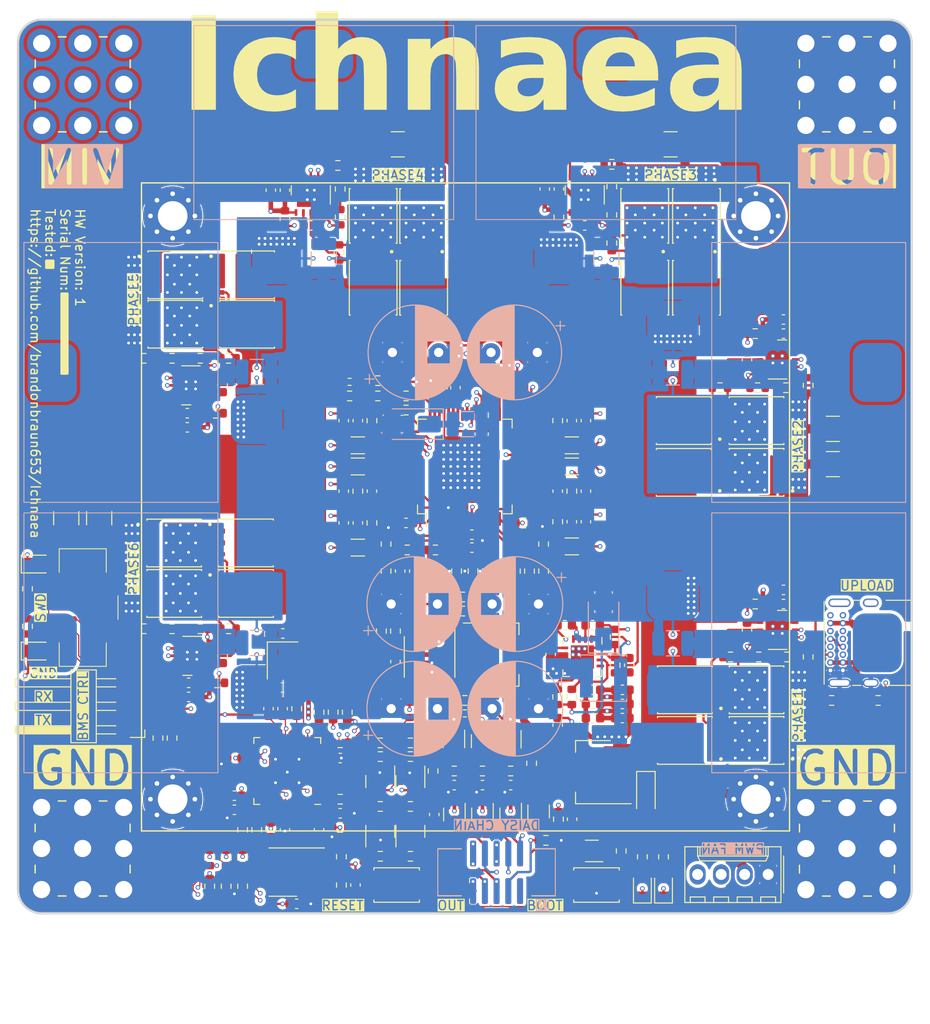
<source format=kicad_pcb>
(kicad_pcb (version 20240108) (generator "pcbnew") (generator_version "8.0")
  (layers (0 "F.Cu" signal) (1 "In1.Cu" signal) (2 "In2.Cu" signal) (31 "B.Cu" signal) (34 "B.Paste" user) (35 "F.Paste" user) (36 "B.SilkS" user "B.Silkscreen") (37 "F.SilkS" user "F.Silkscreen") (38 "B.Mask" user) (39 "F.Mask" user) (44 "Edge.Cuts" user))
  (net 0 "")
  (net 1 "+VSW")
  (net 2 "GND")
  (net 3 "Net-(U1-HB)")
  (net 4 "Net-(Q1-S)")
  (net 5 "/PowerStage/Phase5/SNSA+")
  (net 6 "VLOW")
  (net 7 "/PowerStage/Phase5/SNSD+")
  (net 8 "+5P")
  (net 9 "LTC_SS")
  (net 10 "LTC_ITH_HIGH")
  (net 11 "LTC_ITH_LOW")
  (net 12 "Net-(C14-Pad1)")
  (net 13 "Net-(C15-Pad1)")
  (net 14 "LTC_SETCUR")
  (net 15 "LTC_VFB_LOW")
  (net 16 "+5V")
  (net 17 "HT")
  (net 18 "+3.3V")
  (net 19 "Net-(U5-HB)")
  (net 20 "Net-(Q18-S)")
  (net 21 "/PowerStage/Phase6/SNSA+")
  (net 22 "/PowerStage/Phase6/SNSD+")
  (net 23 "Net-(Q10-D)")
  (net 24 "Net-(U6-HB)")
  (net 25 "/PowerStage/Phase1/SNSA+")
  (net 26 "/PowerStage/Phase1/SNSD+")
  (net 27 "Net-(Q11-S)")
  (net 28 "Net-(U7-HB)")
  (net 29 "/PowerStage/Phase2/SNSA+")
  (net 30 "/PowerStage/Phase2/SNSD+")
  (net 31 "Net-(Q13-S)")
  (net 32 "Net-(U8-HB)")
  (net 33 "/PowerStage/Phase3/SNSA+")
  (net 34 "/PowerStage/Phase3/SNSD+")
  (net 35 "Net-(U9-HB)")
  (net 36 "Net-(Q15-S)")
  (net 37 "/PowerStage/Phase4/SNSA+")
  (net 38 "/PowerStage/Phase4/SNSD+")
  (net 39 "+12V")
  (net 40 "Net-(C71-Pad2)")
  (net 41 "Net-(U10-XIN)")
  (net 42 "Net-(U10-VREG_VOUT)")
  (net 43 "/ControlStage/RUN")
  (net 44 "Net-(D4-A)")
  (net 45 "Net-(D5-A)")
  (net 46 "/ControlStage/LED_STATUS_1")
  (net 47 "Net-(D6-A)")
  (net 48 "/ControlStage/LED_STATUS_0")
  (net 49 "Net-(J8-Pin_4)")
  (net 50 "Net-(J11-Pin_1)")
  (net 52 "LTC_RUN")
  (net 53 "LTC_SYNC")
  (net 54 "Net-(Q1-G)")
  (net 55 "Net-(Q2-G)")
  (net 56 "Net-(Q3-G)")
  (net 57 "Net-(Q4-D)")
  (net 58 "Net-(Q4-G)")
  (net 59 "Net-(Q5-D)")
  (net 60 "Net-(Q6-G)")
  (net 61 "LTC_MODE")
  (net 62 "Net-(Q18-G)")
  (net 63 "Net-(Q24-G)")
  (net 64 "Net-(Q19-G)")
  (net 65 "Net-(Q10-G)")
  (net 66 "Net-(Q11-G)")
  (net 67 "Net-(Q12-G)")
  (net 68 "Net-(Q13-G)")
  (net 69 "Net-(Q14-G)")
  (net 70 "Net-(Q15-G)")
  (net 71 "Net-(Q16-G)")
  (net 72 "Net-(U1-RDT)")
  (net 73 "Net-(U2-A)")
  (net 74 "TEMP_SENSE_0")
  (net 75 "LV_DC_SENSE")
  (net 76 "TEMP_SENSE_1")
  (net 77 "HV_DC_SENSE")
  (net 78 "LTC_FREQ")
  (net 79 "Net-(J11-Pin_2)")
  (net 80 "Net-(C72-Pad2)")
  (net 81 "LTC_ILIM")
  (net 82 "LTC_OV_HIGH")
  (net 83 "LTC_UV_HIGH")
  (net 84 "LTC_OV_LOW")
  (net 85 "LTC_FB_HIGH")
  (net 86 "Net-(U5-RDT)")
  (net 87 "Net-(U6-RDT)")
  (net 88 "Net-(U7-RDT)")
  (net 89 "Net-(U8-RDT)")
  (net 90 "Net-(U9-RDT)")
  (net 91 "/PowerStage/Phase5/PWM")
  (net 94 "LTC_IMON")
  (net 95 "/PowerStage/Phase3/PWM")
  (net 96 "/PowerStage/Phase1/PWM")
  (net 97 "/PowerStage/Phase4/PWM")
  (net 98 "/PowerStage/Phase2/PWM")
  (net 99 "/PowerStage/Phase6/PWM")
  (net 108 "Net-(U1-VREF)")
  (net 109 "Net-(U5-VREF)")
  (net 110 "Net-(U6-VREF)")
  (net 111 "Net-(U7-VREF)")
  (net 112 "Net-(U8-VREF)")
  (net 113 "Net-(U9-VREF)")
  (net 115 "/ControlStage/USB_D-")
  (net 116 "/ControlStage/USB_D+")
  (net 118 "Net-(P1-CC2)")
  (net 119 "Net-(P1-CC1)")
  (net 120 "/ControlStage/CTL_OUT_ADC_SEL_0")
  (net 121 "/ControlStage/CTL_OUT_ADC_SEL_1")
  (net 123 "/ControlStage/CTL_OUT_ADC_SEL_2")
  (net 124 "/ControlStage/CTL_IN_ADC")
  (net 125 "/ControlStage/CTL_OUT_SYNC")
  (net 126 "Net-(U10-USB_DP)")
  (net 127 "Net-(U10-USB_DM)")
  (net 128 "/ControlStage/QSPI_SS")
  (net 129 "Net-(R30-Pad1)")
  (net 131 "/ControlStage/CTL_OUT_DCM")
  (net 132 "/ControlStage/CTL_OUT_CCM")
  (net 133 "DC_INT_EN")
  (net 134 "/ControlStage/CTL_OUT_SCL")
  (net 135 "/ControlStage/CTL_IO_SDA")
  (net 136 "Net-(U10-XOUT)")
  (net 138 "/ControlStage/CTL_OUT_SDO")
  (net 139 "/ControlStage/SPI1_TX")
  (net 140 "/ControlStage/SPI1_CSn")
  (net 141 "/ControlStage/UART0_RX")
  (net 142 "/ControlStage/SPI1_RX")
  (net 143 "Net-(R112-Pad1)")
  (net 144 "/ControlStage/SPI1_SCK")
  (net 145 "/ControlStage/UART0_TX")
  (net 146 "/ControlStage/CTL_IN_SDI")
  (net 147 "/ControlStage/SIG_SLAVE")
  (net 148 "Net-(U10-QSPI_SD1)")
  (net 149 "Net-(D1-K)")
  (net 150 "Net-(U10-QSPI_SD3)")
  (net 151 "Net-(U10-QSPI_SCLK)")
  (net 152 "Net-(U10-QSPI_SD2)")
  (net 153 "Net-(U10-QSPI_SD0)")
  (net 154 "Net-(U19-BOOST)")
  (net 155 "Net-(D3-K)")
  (net 157 "Net-(U19-FB)")
  (net 158 "/PowerStage/DC_IN_PWMEN")
  (net 159 "/PowerStage/DC_IN_SYNC")
  (net 160 "/PowerStage/DC_IN_RUN")
  (net 161 "AP_VCC")
  (net 163 "/PowerStage/DC_IN_EN")
  (net 164 "/PowerStage/DC_OUT_PWMEN")
  (net 165 "/PowerStage/DC_OUT_RUN")
  (net 166 "/PowerStage/DC_OUT_EN")
  (net 167 "/PowerStage/DC_OUT_CLK")
  (net 168 "LTC_PWMEN")
  (net 169 "Net-(R96-Pad1)")
  (net 170 "Net-(U19-EN)")
  (net 171 "Net-(R102-Pad2)")
  (net 172 "Net-(R103-Pad2)")
  (net 173 "Net-(R104-Pad2)")
  (net 174 "LTC_CLKOUT")
  (net 176 "/ControlStage/LED_STATUS_2")
  (net 179 "/ControlStage/SWDATA")
  (net 180 "/ControlStage/SWCLK")
  (net 185 "Net-(D2-A)")
  (net 186 "/ControlStage/CTL_RUN")
  (net 187 "/ControlStage/FAN_SENSE")
  (net 188 "/ControlStage/FAN_CTL")
  (net 192 "Net-(D7-A)")
  (net 193 "/ControlStage/LED_STATUS_3")
  (footprint "Mosfets:TRANS_BSC076N06NS3-G" (layer "F.Cu") (at 145.415 79.756 -90)
    (property "Reference" "Q20" (hide yes))
    (property "Value" "MCAC80N10Y")
  )
  (footprint "Package_DFN_QFN:QFN-56-1EP_7x7mm_P0.4mm_EP3.2x3.2mm" (layer "F.Cu") (at 130.683 131.953 180)
    (property "Reference" "U10" (hide yes))
    (property "Value" "RP2040")
  )
  (footprint "Capacitor_SMD:C_0603_1608Metric" (layer "F.Cu") (at 130.175 122.936)
    (property "Reference" "C71" (hide yes))
    (property "Value" "15pF")
  )
  (footprint "Capacitor_SMD:C_1210_3225Metric_Pad1.33x2.70mm_HandSolder" (layer "F.Cu") (at 110.363 104.648 -90)
    (property "Reference" "C24" (hide yes))
    (property "Value" "10uF-100V")
  )
  (footprint "Resistor_SMD:R_0603_1608Metric" (layer "F.Cu") (at 186.944 90.297 90)
    (property "Reference" "R55" (hide yes))
    (property "Value" "0")
  )
  (footprint "Resistor_SMD:R_0603_1608Metric" (layer "F.Cu") (at 124.333 87.376)
    (property "Reference" "R72" (hide yes))
    (property "Value" "10k")
  )
  (footprint "Resistor_SMD:R_0402_1005Metric_Pad0.72x0.64mm_HandSolder" (layer "F.Cu") (at 149.86 125.73)
    (property "Reference" "TH2" (hide yes))
    (property "Value" "10k-NTC")
  )
  (footprint "Resistor_SMD:R_0603_1608Metric" (layer "F.Cu") (at 143.51 91.44 180)
    (property "Reference" "R36" (hide yes))
    (property "Value" "30k")
  )
  (footprint "Capacitor_SMD:C_0603_1608Metric" (layer "F.Cu") (at 136.779 94.107 -90)
    (property "Reference" "C43" (hide yes))
    (property "Value" "100nF")
  )
  (footprint "Resistor_SMD:R_1206_3216Metric_Pad1.30x1.75mm_HandSolder" (layer "F.Cu") (at 161.417 107.696 180)
    (property "Reference" "R4" (hide yes))
    (property "Value" "6.2k-0.25w")
  )
  (footprint "Resistor_SMD:R_0603_1608Metric" (layer "F.Cu") (at 160.02 72.136 90)
    (property "Reference" "R82" (hide yes))
    (property "Value" "10k")
  )
  (footprint "Package_TO_SOT_SMD:SOT-223-3_TabPin2" (layer "F.Cu") (at 153.797 119.38)
    (property "Reference" "U4" (hide yes))
    (property "Value" "LM1117MP-3.3")
  )
  (footprint "Mosfets:TRANS_BSC076N06NS3-G" (layer "F.Cu") (at 118.472 112.776)
    (property "Reference" "Q16" (hide yes))
    (property "Value" "MCAC80N10Y")
  )
  (footprint "Resistor_SMD:R_0603_1608Metric" (layer "F.Cu") (at 140.7282 141.16545 180)
    (property "Reference" "R51" (hide yes))
    (property "Value" "10k")
  )
  (footprint "Resistor_SMD:R_0603_1608Metric" (layer "F.Cu") (at 181.229 84.709)
    (property "Reference" "R81" (hide yes))
    (property "Value" "10k")
  )
  (footprint "Capacitor_SMD:C_0603_1608Metric" (layer "F.Cu") (at 163.703 123.19)
    (property "Reference" "C75" (hide yes))
    (property "Value" "10uF")
  )
  (footprint "Resistor_SMD:R_0603_1608Metric" (layer "F.Cu") (at 181.61 119.634)
    (property "Reference" "R86" (hide yes))
    (property "Value" "10k")
  )
  (footprint "Resistor_SMD:R_0603_1608Metric" (layer "F.Cu") (at 169.037 141.224 -90)
    (property "Reference" "R132" (hide yes))
    (property "Value" "510")
  )
  (footprint "Capacitor_SMD:C_0603_1608Metric" (layer "F.Cu") (at 130.429 69.215 90)
    (property "Reference" "C41" (hide yes))
    (property "Value" "100nF")
  )
  (footprint "Capacitor_SMD:C_0603_1608Metric" (layer "F.Cu") (at 136.779 101.727 -90)
    (property "Reference" "C50" (hide yes))
    (property "Value" "470nF")
  )
  (footprint "Resistor_SMD:R_0402_1005Metric_Pad0.72x0.64mm_HandSolder" (layer "F.Cu") (at 137.414 89.916)
    (property "Reference" "TH1" (hide yes))
    (property "Value" "10k-NTC")
  )
  (footprint "Package_TO_SOT_SMD:SOT-353_SC-70-5_Handsoldering" (layer "F.Cu") (at 154.7755 128.778 -90)
    (property "Reference" "U14" (hide yes))
    (property "Value" "74AHC1G126")
  )
  (footprint "Mosfets:TRANS_BSC076N06NS3-G" (layer "F.Cu") (at 174.879 71.994 -90)
    (property "Reference" "Q25" (hide yes))
    (property "Value" "MCAC80N10Y")
  )
  (footprint "MountingHole:MountingHole_3.2mm_M3_Pad_Via" (layer "F.Cu") (at 118.3 135)
    (property "Reference" "H2" (hide yes))
    (property "Value" "MountingHole_Pad")
  )
  (footprint "Resistor_SMD:R_0603_1608Metric" (layer "F.Cu") (at 136.398 135.001 180)
    (property "Reference" "R94" (hide yes))
    (property "Value" "4.7k")
  )
  (footprint "Button_Switch_SMD:SW_SPST_EVQP2" (layer "F.Cu") (at 164.084 144.272 180)
    (property "Reference" "SW3" (hide yes))
    (property "Value" "Boot")
  )
  (footprint "Package_TO_SOT_SMD:SOT-223-3_TabPin2" (layer "F.Cu") (at 163.7284 132.08 180)
    (property "Reference" "U21" (hide yes))
    (property "Value" "LM1117MP-5.0")
  )
  (footprint "Connector_USB:USB_C_Receptacle_GCT_USB4085" (layer "F.Cu") (at 189.35 121.085 90)
    (property "Reference" "P1" (hide yes))
    (property "Value" "USB_C_Plug_USB2.0")
  )
  (footprint "Resistor_SMD:R_0603_1608Metric" (layer "F.Cu") (at 159.893 94.107 -90)
    (property "Reference" "R64" (hide yes))
    (property "Value" "6.2k")
  )
  (footprint "DFN:TDFN-10-1EP_4x4mm_P0.8mm_EP2.6x3mm" (layer "F.Cu") (at 120.269 90.297 180)
    (property "Reference" "U8" (hide yes))
    (property "Value" "HIP2210")
  )
  (footprint "Capacitor_SMD:C_0603_1608Metric" (layer "F.Cu") (at 146.558 136.652 90)
    (property "Reference" "C67" (hide yes))
    (property "Value" "100nF")
  )
  (footprint "Resistor_SMD:R_1206_3216Metric_Pad1.30x1.75mm_HandSolder" (layer "F.Cu") (at 161.417 96.774 180)
    (property "Reference" "R63" (hide yes))
    (property "Value" "6.2k-0.25w")
  )
  (footprint "Capacitor_SMD:C_0603_1608Metric" (layer "F.Cu") (at 166.878 124.714 180)
    (property "Reference" "C74" (hide yes))
    (property "Value" "10uF")
  )
  (footprint "Capacitor_SMD:C_0603_1608Metric" (layer "F.Cu") (at 133.223 73.025)
    (property "Reference" "C42" (hide yes))
    (property "Value" "470nF")
  )
  (footprint "Mosfets:TRANS_BSC076N06NS3-G" (layer "F.Cu") (at 169.291 79.7495 -90)
    (property "Reference" "Q9" (hide yes))
    (property "Value" "MCAC80N10Y")
  )
  (footprint "Resistor_SMD:R_0603_1608Metric" (layer "F.Cu") (at 122.301 144.399 -90)
    (property "Reference" "R121" (hide yes))
    (property "Value" "1k")
  )
  (footprint "Capacitor_SMD:C_0603_1608Metric" (layer "F.Cu") (at 124.968 136.144 180)
    (property "Reference" "C89" (hide yes))
    (property "Value" "4.7uF")
  )
  (footprint "Resistor_SMD:R_0603_1608Metric" (layer "F.Cu") (at 125.857 144.399 90)
    (property "Reference" "R8" (hide yes))
    (property "Value" "2k")
  )
  (footprint "Resistor_SMD:R_0603_1608Metric" (layer "F.Cu") (at 143.9794 130.39585)
    (property "Reference" "R53" (hide yes))
    (property "Value" "10k")
  )
  (footprint "Mosfets:TRANS_BSC076N06NS3-G" (layer "F.Cu") (at 126.238 112.776)
    (property "Reference" "Q15" (hide yes))
    (property "Value" "MCAC80N10Y")
  )
  (footprint "MountingHole:MountingHole_3.2mm_M3_Pad_Via" (layer "F.Cu") (at 118.3 72)
    (property "Reference" "H1" (hide yes))
    (property "Value" "MountingHole_Pad")
  )
  (footprint "Capacitor_SMD:C_0603_1608Metric" (layer "F.Cu") (at 150.622 106.426)
    (property "Reference" "C10" (hide yes))
    (property "Value" "100nF")
  )
  (footprint "LED_SMD:LED_0805_2012Metric" (layer "F.Cu") (at 103.632 118.999)
    (property "Reference" "D2" (hide yes))
    (property "Value" "Green LED")
  )
  (footprint "Resistor_SMD:R_0603_1608Metric" (layer "F.Cu") (at 136.398 128.905 180)
    (property "Reference" "R110" (hide yes))
    (property "Value" "0")
  )
  (footprint "Capacitor_SMD:C_0603_1608Metric" (layer "F.Cu") (at 147.447 110.363 -90)
    (property "Reference" "C12" (hide yes))
    (property "Value" "47pF")
  )
  (footprint "Capacitor_SMD:C_0603_1608Metric" (layer "F.Cu") (at 136.779 105.156 -90)
    (property "Reference" "C55" (hide yes))
    (property "Value" "100nF")
  )
  (footprint "Resistor_SMD:R_0603_1608Metric" (layer "F.Cu") (at 142.367 116.84 -90)
    (property "Reference" "R15" (hide yes))
    (property "Value" "27k")
  )
  (footprint "Resistor_SMD:R_0603_1608Metric_Pad0.98x0.95mm_HandSolder" (layer "F.Cu") (at 152.273 110.363 90)
    (property "Reference" "R41" (hide yes))
    (property "Value" "787k")
  )
  (footprint "Mosfets:TRANS_BSC076N06NS3-G" (layer "F.Cu") (at 174.879 79.756 -90)
    (property "Reference" "Q19" (hide yes))
    (property "Value" "MCAC80N10Y")
  )
  (footprint "Capacitor_SMD:C_0603_1608Metric" (layer "F.Cu") (at 150.622 107.823)
    (property "Reference" "C9" (hide yes))
    (property "Value" "10uF")
  )
  (footprint "Resistor_SMD:R_0603_1608Metric" (layer "F.Cu") (at 153.797 110.363 90)
    (property "Reference" "R44" (hide yes))
    (property "Value" "10k")
  )
  (footprint "Resistor_SMD:R_0603_1608Metric" (layer "F.Cu") (at 141.351 107.442 90)
    (property "Reference" "R22" (hide yes))
    (property "Value" "470k")
  )
  (footprint "Diode_SMD:D_SOD-123" (layer "F.Cu") (at 169.418 134.366 -90)
    (property "Reference" "D4" (hide yes))
    (property "Value" "B5819W")
  )
  (footprint "Capacitor_SMD:C_0603_1608Metric" (layer "F.Cu") (at 146.431 128.7272 90)
    (property "Reference" "C68" (hide yes))
    (property "Value" "100nF")
  )
  (footprint "Resistor_SMD:R_1206_3216Metric_Pad1.30x1.75mm_HandSolder" (layer "F.Cu") (at 138.303 99.06)
    (property "Reference" "R73" (hide yes))
    (property "Value" "6.2k-0.25w")
  )
  (footprint "Resistor_SMD:R_0603_1608Metric" (layer "F.Cu") (at 154.813 131.953 180)
    (property "Reference" "R103" (hide yes))
    (property "Value" "0")
  )
  (footprint "Resistor_SMD:R_0603_1608Metric" (layer "F.Cu") (at 130.429 72.263 90)
    (property "Reference" "R83" (hide yes))
    (property "Value" "10k")
  )
  (footprint "Mosfets:TRANS_BSC076N06NS3-G" (layer "F.Cu") (at 118.588 83.693)
    (property "Reference" "Q14" (hide yes))
    (property "Value" "MCAC80N10Y")
  )
  (footprint "Resistor_SMD:R_0603_1608Metric" (layer "F.Cu") (at 124.333 116.586)
    (property "Reference" "R77" (hide yes))
    (property "Value" "10k")
  )
  (footprint "Capacitor_SMD:C_0603_1608Metric" (layer "F.Cu") (at 134.112 138.303 -90)
    (property "Reference" "C87" (hide yes))
    (property "Value" "100nF")
  )
  (footprint "Resistor_SMD:R_0603_1608Metric" (layer "F.Cu") (at 115.189 116.586)
    (property "Reference" "R76" (hide yes))
    (property "Value" "10k")
  )
  (footprint "Package_TO_SOT_SMD:SOT-353_SC-70-5_Handsoldering" (layer "F.Cu") (at 163.576 140.589 180)
    (property "Reference" "U18" (hide yes))
    (property "Value" "74AHC1G126")
  )
  (footprint "Mosfets:TRANS_BSC076N06NS3-G" (layer "F.Cu") (at 139.954 71.994 -90)
    (property "Reference" "Q12" (hide yes))
    (property "Value" "MCAC80N10Y")
  )
  (footprint "Capacitor_SMD:C_0603_1608Metric" (layer "F.Cu") (at 147.447 90.551 -90)
    (property "Reference" "C7" (hide yes))
    (property "Value" "10uF")
  )
  (footprint "Capacitor_SMD:C_0603_1608Metric" (layer "F.Cu") (at 184.277 113.919)
    (property "Reference" "C2" (hide yes))
    (property "Value" "100nF")
  )
  (footprint "Package_TO_SOT_SMD:SOT-353_SC-70-5_Handsoldering" (layer "F.Cu") (at 148.6795 128.7405 -90)
    (property "Reference" "U16" (hide yes))
    (property "Value" "74AHC1G126")
  )
  (footprint "Mosfets:TRANS_BSC076N06NS3-G" (layer "F.Cu") (at 181.371 123.19 180)
    (property "Reference" "Q2" (hide yes))
    (property "Value" "MCAC80N10Y")
  )
  (footprint "Connectors:CONN_74651195R_WRE" (layer "F.Cu") (at 186.7 53.35)
    (property "Reference" "J5")
    (property "Value" "Screw_Terminal_01x09")
  )
  (footprint "Capacitor_SMD:C_0603_1608Metric" (layer "F.Cu") (at 143.51 105.156 180)
    (property "Reference" "C11" (hide yes))
    (property "Value" "100nF")
  )
  (footprint "Capacitor_SMD:C_0603_1608Metric" (layer "F.Cu") (at 148.717 133.477 180)
    (property "Reference" "C60" (hide yes))
    (property "Value" "100nF")
  )
  (footprint "Resistor_SMD:R_0603_1608Metric" (layer "F.Cu") (at 181.229 113.919)
    (property "Reference" "R80" (hide yes))
    (property "Value" "10k")
  )
  (footprint "Capacitor_SMD:C_0603_1608Metric" (layer "F.Cu") (at 160.655 116.205 180)
    (property "Reference" "C73" (hide yes))
    (property "Value" "10uF")
  )
  (footprint "Resistor_SMD:R_0603_1608Metric" (layer "F.Cu") (at 134.112 125.603 -90)
    (property "Reference" "R112" (hide yes))
    (property "Value" "0")
  )
  (footprint "Capacitor_SMD:C_0603_1608Metric" (layer "F.Cu") (at 167.6195 120.523 -90)
    (property "Reference" "C77" (hide yes))
    (property "Value" "47pF")
  )
  (footprint "Capacitor_SMD:C_0603_1608Metric" (layer "F.Cu") (at 120.028 123.952 180)
    (property "Reference" "C52" (hide yes))
    (property "Value" "4.7uF")
  )
  (footprint "Resistor_SMD:R_0603_1608Metric" (layer "F.Cu") (at 194.5 124.333)
    (property "Reference" "R109" (hide yes))
    (property "Value" "5.1k")
  )
  (footprint "Resistor_SMD:R_0603_1608Metric" (layer "F.Cu") (at 148.971 110.363 90)
    (property "Reference" "R48" (hide yes))
    (property "Value" "10k")
  )
  (footprint "Resistor_SMD:R_0603_1608Metric" (layer "F.Cu") (at 140.462 89.789 180)
    (property "Reference" "R33" (hide yes))
    (property "Value" "10k")
  )
  (footprint "Mosfets:TRANS_BSC076N06NS3-G" (layer "F.Cu") (at 173.497 99.695 180)
    (property "Reference" "Q18" (hide yes))
    (property "Value" "MCAC80N10Y")
  )
  (footprint "Capacitor_SMD:C_0603_1608Metric" (layer "F.Cu") (at 138.049 144.272 -90)
    (property "Reference" "C93" (hide yes))
    (property "Value" "100nF")
  )
  (footprint "Capacitor_SMD:C_0603_1608Metric" (layer "F.Cu") (at 119.883 94.831 180)
    (property "Reference" "C46" (hide yes))
    (property "Value" "4.7uF")
  )
  (footprint "Mosfets:TRANS_BSC076N06NS3-G" (layer "F.Cu") (at 173.624 123.19 180)
    (property "Reference" "Q1" (hide yes))
    (property "Value" "MCAC80N10Y")
  )
  (footprint "LED_SMD:LED_0805_2012Metric" (layer "F.Cu") (at 169.037 144.526 90)
    (property "Reference" "D5" (hide yes))
    (property "Value" "Yellow LED")
  )
  (footprint "Capacitor_SMD:C_0603_1608Metric" (layer "F.Cu") (at 162.941 105.029 -90)
    (property "Reference" "C4" (hide yes))
    (property "Value" "100nF")
  )
  (footprint "Capacitor_SMD:C_0603_1608Metric" (layer "F.Cu") (at 136.398 130.556)
    (property "Reference" "C88" (hide yes))
    (property "Value" "100nF")
  )
  (footprint "Capacitor_SMD:C_0603_1608Metric" (layer "F.Cu") (at 130.2004 117.094 180)
    (property "Reference" "C79" (hide yes))
    (property "Value" "15pF")
  )
  (footprint "Capacitor_SMD:C_0603_1608Metric" (layer "F.Cu") (at 142.875 110.363 -90)
    (property "Reference" "C15" (hide yes))
    (property "Value" "100nF")
  )
  (footprint "Resistor_SMD:R_0603_1608Metric" (layer "F.Cu") (at 146.431 131.953 90)
    (property "Reference" "R23" (hide yes))
    (property "Value" "10k")
  )
  (footprint "Resistor_SMD:R_0603_1608Metric" (layer "F.Cu") (at 151.765 131.953 180)
    (property "Reference" "R104" (hide yes))
    (property "Value" "0")
  )
  (footprint "Capacitor_SMD:C_0603_1608Metric" (layer "F.Cu") (at 159.893 127 90)
    (property "Reference" "C18" (hide yes))
    (property "Value" "4.7uF")
  )
  (footprint "Capacitor_SMD:C_0603_1608Metric" (layer "F.Cu") (at 184.277 112.395)
    (property "Reference" "C1" (hide yes))
    (property "Value" "4.7uF")
  )
  (footprint "DFN:TDFN-10-1EP_4x4mm_P0.8mm_EP2.6x3mm" (layer "F.Cu") (at 120.396 119.515 180)
    (property "Reference" "U9" (hide yes))
    (property "Value" "HIP2210")
  )
  (footprint "Mosfets:TRANS_BSC076N06NS3-G" (layer "F.Cu") (at 173.497 94.107 180)
    (property "Reference" "Q7" (hide yes))
    (property "Value" "MCAC80N10Y")
  )
  (footprint "Capacitor_SMD:C_0603_1608Metric" (layer "F.Cu") (at 161.417 105.029 90)
    (property "Reference" "C5" (hide yes))
    (property "Value" "470nF")
  )
  (footprint "Resistor_SMD:R_0603_1608Metric" (layer "F.Cu") (at 140.462 91.44 180)
    (property "Reference" "R35" (hide yes))
    (property "Value" "10k")
  )
  (footprint "Capacitor_SMD:C_0603_1608Metric" (layer "F.Cu") (at 123.698 119.52 90)
    (property "Reference" "C54" (hide yes))
    (property "Value" "470nF")
  )
  (footprint "Resistor_SMD:R_0603_1608Metric" (layer "F.Cu") (at 125.857 141.351 90)
    (property "Reference" "R6" (hide yes))
    (property "Value" "1k")
  )
  (footprint "Resistor_SMD:R_0603_1608Metric" (layer "F.Cu") (at 131.699 125.222 -90)
    (property "Reference" "R107" (hide yes))
    (property "Value" "1k")
  )
  (footprint "DFN:TDFN-10-1EP_4x4mm_P0.8mm_EP2.6x3mm" (layer "F.Cu") (at 133.223 69.723 90)
    (property "Reference" "U7" (hide yes))
    (property "Value" "HIP2210")
  )
  (footprint "Resistor_SMD:R_0603_1608Metric" (layer "F.Cu") (at 102.616 112.268 90)
    (property "Reference" "R10" (hide yes))
    (property "Value" "510")
  )
  (footprint "Mosfets:TRANS_BSC076N06NS3-G" (layer "F.Cu") (at 145.415 72.009 -90)
    (property "Reference" "Q26" (hide yes))
    (property "Value" "MCAC80N10Y")
  )
  (footprint "Resistor_SMD:R_0603_1608Metric" (layer "F.Cu") (at 159.9692 137.16 90)
    (property "Reference" "R97" (hide yes))
    (property "Value" "10k")
  )
  (footprint "Package_TO_SOT_SMD:SOT-353_SC-70-5_Handsoldering" (layer "F.Cu") (at 157.8315 136.3235 90)
    (property "Reference" "U17" (hide yes))
    (property "Value" "74AHC1G126")
  )
  (footprint "Resistor_SMD:R_0603_1608Metric" (layer "F.Cu") (at 124.079 141.351 90)
    (property "Reference" "R128" (hide yes))
    (property "Value" "1k")
  )
  (footprint "Capacitor_SMD:C_0603_1608Metric" (layer "F.Cu") (at 138.303 105.156 90)
    (property "Reference" "C56" (hide yes))
    (property "Value" "470nF")
  )
  (footprint "Resistor_SMD:R_0603_1608Metric" (layer "F.Cu") (at 156.845 110.363 90)
    (property "Reference" "R45" (hide yes))
    (property "Value" "10k")
  )
  (footprint "Capacitor_SMD:C_0603_1608Metric" (layer "F.Cu") (at 124.968 130.556 180)
    (property "Reference" "C84" (hide yes))
    (property "Value" "100nF")
  )
  (footprint "Resistor_SMD:R_0603_1608Metric" (layer "F.Cu") (at 143.891 125.349 90)
    (property "Reference" "R11" (hide yes))
    (property "Value" "100")
  )
  (footprint "Capacitor_SMD:C_1210_3225Metric_Pad1.33x2.70mm_HandSolder" (layer "F.Cu") (at 172.085 64.262)
    (property "Reference" "C19" (hide yes))
    (property "Value" "10uF-100V")
  )
  (footprint "Resistor_SMD:R_0603_1608Metric" (layer "F.Cu") (at 136.271 75.946 -90)
    (property "Reference" "R67" (hide yes))
    (property "Value" "10k")
  )
  (footprint "Resistor_SMD:R_0603_1608Metric" (layer "F.Cu") (at 166.0955 117.475 90)
    (property "Reference" "R98" (hide yes))
    (property "Value" "7.5k")
  )
  (footprint "Package_TO_SOT_SMD:SOT-353_SC-70-5_Handsoldering" (layer "F.Cu") (at 151.765 136.652 -90)
    (property "Reference" "U12" (hide yes))
    (property "Value" "74AHC1G126")
  )
  (footprint "Capacitor_SMD:C_0603_1608Metric" (layer "F.Cu") (at 138.303 94.107 90)
    (property "Reference" "C44" (hide yes))
    (property "Value" "470nF")
  )
  (footprint "Capacitor_SMD:C_0603_1608Metric" (layer "F.Cu") (at 161.4424 137.16 -90)
    (property "Reference" "C66" (hide yes))
    (property "Value" "100nF")
  )
  (footprint "Resistor_SMD:R_0603_1608Metric" (layer "F.Cu") (at 143.9794 141.16545)
    (property "Reference" "R52" (hide yes))
    (property "Value" "10k")
  )
  (footprint "Resistor_SMD:R_0603_1608Metric" (layer "F.Cu") (at 143.9794 135.78065)
    (property "Reference" "R54" (hide yes))
    (property "Value" "10k")
  )
  (footprint "Mosfets:TRANS_BSC076N06NS3-G" (layer "F.Cu") (at 173.624 128.651 180)
    (property "Reference" "Q17" (hide yes))
    (property "Value" "MCAC80N10Y")
  )
  (footprint "Package_QFP:LQFP-64-1EP_10x10mm_P0.5mm_EP6.5x6.5mm" (layer "F.Cu") (at 149.86 99.06 90)
    (property "Reference" "U3" (hide yes))
    (property "Value" "LTC7871")
  )
  (footprint "Resistor_SMD:R_0603_1608Metric" (layer "F.Cu") (at 115.189 87.376)
    (property "Reference" "R71" (hide yes))
    (property "Value" "10k")
  )
  (footprint "Resistor_SMD:R_0603_1608Metric" (layer "F.Cu") (at 118.237 128.397 -90)
    (property "Reference" "R117" (hide yes))
    (property "Value" "1k")
  )
  (footprint "Package_SO:TSSOP-16_4.4x5mm_P0.65mm" (layer "F.Cu") (at 146.05 119.634 -90)
    (property "Reference" "U2" (hide yes))
    (property "Value" "74HC4051PW")
  )
  (footprint "Mosfets:TRANS_BSC076N06NS3-G" (layer "F.Cu") (at 169.291 71.994 -90)
    (property "Reference" "Q10" (hide yes))
    (property "Value" "MCAC80N10Y")
  )
  (footprint "Capacitor_SMD:C_0603_1608Metric" (layer "F.Cu") (at 158.496 69.088 90)
    (property "Reference" "C34" (hide yes))
    (property "Value" "4.7uF")
  )
  (footprint "DFN:TDFN-10-1EP_4x4mm_P0.8mm_EP2.6x3mm" (layer "F.Cu") (at 162.814 69.723 90)
    (property "Reference" "U6" (hide yes))
    (property "Value" "HIP2210")
  )
  (footprint "Capacitor_SMD:C_0603_1608Metric" (layer "F.Cu") (at 166.878 126.238 180)
    (property "Reference" "C76" (hide yes))
    (property "Value" "10uF")
  )
  (footprint "Package_TO_SOT_SMD:SOT-23" (layer "F.Cu") (at 143.9794 133.08825 -90)
    (property "Reference" "Q6" (hide yes))
    (property "Value" "BSS138")
  )
  (footprint "Resistor_SMD:R_1206_3216Metric_Pad1.30x1.75mm_HandSolder" (layer "F.Cu") (at 138.303 96.774)
    (property "Reference" "R68" (hide yes))
    (property "Value" "6.2k-0.25w")
  )
  (footprint "Package_TO_SOT_SMD:SOT-23" (layer "F.Cu") (at 143.9794 138.47305 90)
    (property "Reference" "Q5" (hide yes))
    (property "Value" "BSS84")
  )
  (footprint "Resistor_SMD:R_0603_1608Metric" (layer "F.Cu") (at 146.685 108.077)
    (property "Reference" "R31" (hide yes))
    (property "Value" "3k")
  )
  (footprint "Resistor_SMD:R_0603_1608Metric" (layer "F.Cu") (at 143.637 108.077)
    (property "Reference" "R32" (hide yes))
    (property "Value" "1k")
  )
  (footprint "Resistor_SMD:R_0603_1608Metric" (layer "F.Cu") (at 181.483 90.551)
    (property "Reference" "R87" (hide yes))
    (property "Value" "10k")
  )
  (footprint "Capacitor_SMD:C_0603_1608Metric" (layer "F.Cu") (at 119.883 93.307 180)
    (property "Reference" "C47" (hide yes))
    (property "Value" "100nF")
  )
  (footprint "MountingHole:MountingHole_3.2mm_M3_Pad_Via" (layer "F.Cu") (at 181.3 135)
    (property "Reference" "H3" (hide yes))
    (property "Value" "MountingHole_Pad")
  )
  (footprint "LED_SMD:LED_0805_2012Metric" (layer "F.Cu") (at 103.632 109.601)
    (property "Reference" "D7" (hide yes))
    (property "Value" "Green LED")
  )
  (footprint "Capacitor_SMD:C_1210_3225Metric_Pad1.33x2.70mm_HandSolder" (layer "F.Cu") (at 142.621 64.262 180)
    (property "Reference" "C23" (hide yes))
    (property "Value" "10uF-100V")
  )
  (footprint "Capacitor_SMD:C_0603_1608Metric" (layer "F.Cu") (at 130.429 138.303 -90)
    (property "Reference" "C90" (hide yes))
    (property "Value" "100nF")
  )
  (footprint "Connectors:CONN_74651195R_WRE" (layer "F.Cu") (at 186.7 135.9)
    (property "Reference" "J6")
    (property "Value" "Screw_Terminal_01x09")
  )
  (footprint "Resistor_SMD:R_0603_1608Metric" (layer "F.Cu") (at 121.285 116.586 180)
    (property "Reference" "R91" (hide yes))
    (property "Value" "10k")
  )
  (footprint "Resistor_SMD:R_0603_1608Metric" (layer "F.Cu") (at 140.7282 135.78065)
    (property "Reference" "R49" (hide yes))
    (property "Value" "100")
  )
  (footprint "Package_DFN_QFN:QFN-16-1EP_4x4mm_P0.65mm_EP2.5x2.5mm" (layer "F.Cu") (at 162.56 119.634 -90)
    (property "Reference" "U19" (hide yes))
    (property "Value" "AP66200FVBW-13")
  )
  (footprint "Capacitor_SMD:C_0603_1608Metric" (layer "F.Cu") (at 162.941 94.107 -90)
    (property "Reference" "C37" (hide yes))
    (property "Value" "100nF")
  )
  (footprint "Mosfets:TRANS_BSC076N06NS3-G" (layer "F.Cu") (at 181.371 94.107 180)
    (property "Reference" "Q8" (hide yes))
    (property "Value" "MCAC80N10Y")
  )
  (footprint "Mosfets:TRANS_BSC076N06NS3-G" (layer "F.Cu") (at 118.588 78.359)
    (property "Reference" "Q27" (hide yes))
    (property "Value" "MCAC80N10Y")
  )
  (footprint "Connector_Harwin:Harwin_M20-89003xx_1x03_P2.54mm_Horizontal" (layer "F.Cu") (at 108.204 124.968 180)
    (property "Reference" "J11" (hide yes))
    (property "Value" "BMS_Serial")
  )
  (footprint "Capacitor_SMD:C_0603_1608Metric" (layer "F.Cu") (at 139.827 101.727 90)
    (property "Reference" "C49" (hide yes))
    (property "Value" "100nF")
  )
  (footprint "Mosfets:TRANS_BSC076N06NS3-G" (layer "F.Cu") (at 139.954 79.756 -90)
    (property "Reference" "Q11" (hide yes))
    (property "Value" "MCAC80N10Y")
  )
  (footprint "Button_Switch_SMD:SW_SPST_EVQP2" (layer "F.Cu") (at 142.494 144.272 180)
    (property "Reference" "SW4" (hide yes))
    (property "Value" "Reset")
  )
  (footprint "Capacitor_SMD:C_0603_1608Metric" (layer "F.Cu") (at 131.699 146.304)
    (property "Reference" "C92" (hide yes))
    (property "Value" "100nF")
  )
  (footprint "Resistor_SMD:R_0603_1608Metric" (layer "F.Cu") (at 166.0955 120.523 -90)
    (property "Reference" "R29" (hide yes))
    (property "Value" "100k")
  )
  (footprint "Resistor_SMD:R_0603_1608Metric" (layer "F.Cu") (at 149.606 113.157)
    (property "Reference" "R17" (hide yes))
    (property "Value" "470k")
  )
  (footprint "Resistor_SMD:R_0603_1608Metric" (layer "F.Cu") (at 141.351 110.363 90)
    (property "Reference" "R39" (hide yes))
    (property "Value" "15k")
  )
  (footprint "Package_TO_SOT_SMD:SOT-353_SC-70-5_Handsoldering" (layer "F.Cu") (at 148.734 136.652 -90)
    (property "Reference" "U11" (hide yes))
    (property "Value" "74AHC1G126")
  )
  (footprint "Connector_Molex:Molex_KK-254_AE-6410-04A_1x04_P2.54mm_Vertical" (layer "F.Cu") (at 182.626 143.129 180)
    (property "Reference" "J8" (hide yes))
    (property "Value" "FanConnector")
  )
  (footprint "Connectors:CONN_74651195R_WRE" (layer "F.Cu") (at 104.15 53.35)
    (property "Reference" "J3")
    (property "Value" "Screw_Terminal_01x09")
  )
  (footprint "Capacitor_SMD:C_0603_1608Metric" (layer "F.Cu") (at 180.34 87.503 -90)
    (property "Reference" "C30" (hide yes))
    (property "Value" "470nF")
  )
  (footprint "Resistor_SMD:R_0603_1608Metric" (layer "F.Cu") (at 189.484 124.333 180)
    (property "Reference" "R108" (hide yes))
    (property "Value" "5.1k")
  )
  (footprint "Resistor_SMD:R_0603_1608Metric" (layer "F.Cu") (at 116.713 128.397 -90)
    (property "Reference" "R118" (hide yes))
    (property "Value" "1k")
  )
  (footprint "Resistor_SMD:R_0603_1608Metric" (layer "F.Cu") (at 139.827 94.107 -90)
    (property "Reference" "R69" (hide yes))
    (property "Value" "6.2k")
  )
  (footprint "Capacitor_SMD:C_0603_1608Metric" (layer "F.Cu") (at 162.814 73.025)
    (property "Reference" "C36" (hide yes))
    (property "Value" "470nF")
  )
  (footprint "Capacitor_SMD:C_0603_1608Metric" (layer "F.Cu") (at 159.893 101.727 90)
    (property "Reference" "C31" (hide yes))
    (property "Value" "100nF")
  )
  (footprint "Resistor_SMD:R_0603_1608Metric" (layer "F.Cu") (at 159.893 123.952 90)
    (property "Reference" "R100" (hide yes))
    (property "Value" "68k")
  )
  (footprint "Resistor_SMD:R_0603_1608Metric" (layer "F.Cu") (at 156.21 105.156)
    (property "Reference" "R7" (hide yes))
    (property "Value" "22k")
  )
  (footprint "DFN:TDFN-10-1EP_4x4mm_P0.8mm_EP2.6x3mm" (layer "F.Cu") (at 183.642 87.503)
    (property "Reference" "U5" (hide yes))
    (property "Value" "HIP2210")
  )
  (footprint "Resistor_SMD:R_0603_1608Metric" (layer "F.Cu") (at 127.381 138.303 -90)
    (property "Reference" "R24" (hide yes))
    (property "Value" "22")
  )
  (footprint "Resistor_SMD:R_0603_1608Metric" (layer "F.Cu") (at 184.658 119.634)
    (property "Reference" "R2" (hide yes))
    (property "Value" "10k")
  )
  (footprint "Resistor_SMD:R_0603_1608Metric" (layer "F.Cu") (at 123.076 122.428 180)
    (property "Reference" "R85" (hide yes))
    (property "Value" "10k")
  )
  (footprint "Capacitor_SMD:C_0603_1608Metric" (layer "F.Cu") (at 148.844 90.551 -90)
    (property "Reference" "C8" (hide yes))
    (property "Value" "100nF")
  )
  (footprint "Resistor_SMD:R_0603_1608Metric" (layer "F.Cu") (at 118.237 116.586 180)
    (property "Reference" "R75" (hide yes))
    (property "Value" "0")
  )
  (footprint "Capacitor_SMD:C_0603_1608Metric" (layer "F.Cu") (at 163.703 124.714)
    (property "Reference" "C70" (hide yes))
    (property "Value" "100nF")
  )
  (footprint "Mosfets:TRANS_BSC076N06NS3-G" (layer "F.Cu") (at 126.223 107.315)
    (property "Reference" "Q22" (hide yes))
    (property "Value" "MCAC80N10Y")
  )
  (footprint "MountingHole:MountingHole_3.2mm_M3_Pad_Via" (layer "F.Cu") (at 181.3 72)
    (property "Reference" "H4" (hide yes))
    (property "Value" "MountingHole_Pad")
  )
  (footprint "Resistor_SMD:R_0603_1608Metric" (layer "F.Cu") (at 148.717 131.953 180)
    (property "Reference" "R102" (hide yes))
    (property "Value" "0")
  )
  (footprint "Connectors:JTAG_2x05_P1_27mm_Shrouded_SMD" (layer "F.Cu") (at 153.289 142.9075)
    (property "Reference" "J9" (hide yes))
    (property "Value" "DaisyChain-Out")
  )
  (footprint "Resistor_SMD:R_0603_1608Metric" (layer "F.Cu") (at 165.735 74.93 -90)
    (property "Reference" "R62" (hide yes))
    (property "Value" "10k")
  )
  (footprint "Resistor_SMD:R_0603_1608Metric" (layer "F.Cu") (at 102.616 116.332 -90)
    (property "Reference" "R9" (hide yes))
    (property "Value" "510")
  )
  (footprint "Resistor_SMD:R_0603_1608Metric" (layer "F.Cu") (at 158.369 110.363 90)
    (property "Reference" "R46" (hide yes))
    (property "Value" "10k")
  )
  (footprint "Capacitor_SMD:C_1210_3225Metric_Pad1.33x2.70mm_HandSolder" (layer "F.Cu") (at 189.611 98.806 180)
    (property "Reference" "C20" (hide yes))
    (property "Value" "10uF-100V")
  )
  (footprint "Capacitor_SMD:C_0603_1608Metric" (layer "F.Cu") (at 163.703 126.238)
    (property "Reference" "C80" (hide yes))
    (property "Value" "4.7uF")
  )
  (footprint "Capacitor_SMD:C_0603_1608Metric" (layer "F.Cu") (at 154.813 133.477 180)
    (property "Reference" "C65" (hide yes))
    (property "Value" "100nF")
  )
  (footprint "Capacitor_SMD:C_0603_1608Metric" (layer "F.Cu") (at 144.399 110.363 -90)
    (property "Reference" "C13" (hide yes))
    (property "Value" "47pF")
  )
  (footprint "Capacitor_SMD:C_0603_1608Metric" (layer "F.Cu") (at 145.923 110.363 -90)
    (property "Reference" "C14" (hide yes))
    (property "Value" "100nF")
  )
  (footprint "Crystal:Crystal_SMD_3225-4Pin_3.2x2.5mm" (layer "F.Cu") (at 130.175 120.015 -90)
    (property "Reference" "Y1" (hide yes))
    (property "Value" "12MHz")
  )
  (footprint "Resistor_SMD:R_0603_1608Metric" (layer "F.Cu") (at 186.944 119.634 90)
    (property "Reference" "R1" (hide yes))
    (property "Value" "0")
  )
  (footprint "Capacitor_SMD:C_0603_1608Metric" (layer "F.Cu") (at 180.34 116.713 -90)
    (property "Reference" "C3" (hide yes))
    (property "Value" "470nF")
  )
  (footprint "Resistor_SMD:R_0603_1608Metric" (layer "F.Cu") (at 136.525 144.272 90)
    (property "Reference" "R30" (hide yes))
    (property "Value" "10k")
  )
  (footprint "Resistor_SMD:R_0603_1608Metric" (layer "F.Cu") (at 139.827 105.156 -90)
    (property "Reference" "R79" (hide yes))
    (property "Value" "6.2k")
  )
  (footprint "Resistor_SMD:R_0603_1608Metric" (layer "F.Cu") (at 122.301 141.351 -90)
    (property "Reference" "R92" (hide yes))
    (property "Value" "10k")
  )
  (footprint "Resistor_SMD:R_0603_1608Metric" (layer "F.Cu") (at 136.398 69.088 90)
    (property "Reference" "R66" (hide yes))
    (property "Value" "10k")
  )
  (footprint "Capacitor_SMD:C_0603_1608Metric" (layer "F.Cu") (at 128.651 125.222 90)
    (property "Reference" "C91" (hide yes))
    (property "Value" "100nF")
  )
  (footprint "Package_TO_SOT_SMD:SOT-353_SC-70-5_Handsoldering" (layer "F.Cu") (at 151.7275 128.7405 -90)
    (property "Reference" "U15" (hide yes))
    (property "Value" "74AHC1G126")
  )
  (footprint "Resistor_SMD:R_0603_1608Metric" (layer "F.Cu") (at 149.606 114.681 180)
    (property "Reference" "R18" (hide yes))
    (property "Value" "15k")
  )
  (footprint "Capacitor_SMD:C_1210_3225Metric_Pad1.33x2.70mm_HandSolder" (layer "F.Cu") (at 189.611 94.996 180)
    (property "Reference" "C58" (hide yes))
    (property "Value" "10uF-100V")
  )
  (footprint "Resistor_SMD:R_0603_1608Metric" (layer "F.Cu") (at 166.751 140.589 -90)
    (property "Reference" "R96" (hide yes))
    (property "Value" "10k")
  )
  (footprint "Resistor_SMD:R_0603_1608Metric" (layer "F.Cu") (at 155.321 110.363 90)
    (property "Reference" "R42" (hide yes))
    (property "Value" "120k")
  )
  (footprint "Package_TO_SOT_SMD:SOT-353_SC-70-5_Handsoldering" (layer "F.Cu") (at 154.813 136.652 -90)
    (property "Reference" "U13" (hide yes))
    (property "Value" "74AHC1G126")
  )
  (footprint "Capacitor_SMD:C_0603_1608Metric" (layer "F.Cu") (at 136.398 136.525)
    (property "Reference" "C81" (hide yes))
    (property "Value" "4.7uF")
  )
  (footprint "Capacitor_SMD:C_0603_1608Metric" (layer "F.Cu") (at 159.131 119.38 -90)
    (property "Reference" "C72" (hide yes))
    (property "Value" "100nF")
  )
  (footprint "Connectors:JTAG_2x05_P1_27mm_Shrouded_SMD" (layer "F.Cu") (at 108.585 114.3 90)
    (property "Reference" "J2" (hide yes))
    (property "Value" "~")
  )
  (footprint "Mosfets:TRANS_BSC076N06NS3-G" (layer "F.Cu") (at 181.371 128.651 180)
    (property "Reference" "Q23" (hide yes))
    (property "Value" "MCAC80N10Y")
  )
  (footprint "Resistor_SMD:R_1206_3216Metric_Pad1.30x1.75mm_HandSolder" (layer "F.Cu") (at 161.417 99.06 180)
    (property "Reference" "R58" (hide yes))
    (property "Value" "6.2k-0.25w")
  )
  (footprint "DFN:TDFN-10-1EP_4x4mm_P0.8mm_EP2.6x3mm" (layer "F.Cu") (at 183.642 116.713)
    (property "Reference" "U1" (hide yes))
    (property "Value" "HIP2210")
  )
  (footprint "Resistor_SMD:R_0603_1608Metric" (layer "F.Cu") (at 140.843 116.84 90)
    (property "Reference" "R14" (hide yes))
    (property "Value" "470k")
  )
  (footprint "Package_SON:WSON-8-1EP_6x5mm_P1.27mm_EP3.4x4.3mm" (layer "F.Cu") (at 131.699 142.875 180)
    (property "Reference" "U20" (hide yes))
    (property "Value" "W25Q32JVZP")
  )
  (footprint "Resistor_SMD:R_0603_1608Metric" (layer "F.Cu") (at 171.323 141.224 -90)
    (property "Reference" "R131" (hide yes))
    (property "Value" "510")
  )
  (footprint "Capacitor_SMD:C_0603_1608Metric" (layer "F.Cu") (at 130.175 125.222 90)
    (property "Reference" "C86" (hide yes))
    (property "Value" "100nF")
  )
  (footprint "Resistor_SMD:R_0603_1608Metric" (layer "F.Cu") (at 136.144 66.548 180)
    (property "Reference" "R65" (hide yes))
    (property "Value" "0")
  )
  (footprint "Resistor_SMD:R_0603_1608Metric" (layer "F.Cu") (at 178.562 119.634 180)
    (property "Reference" "R3" (hide yes))
    (property "Value" "10k")
  )
  (footprint "Resistor_SMD:R_0603_1608Metric" (layer "F.Cu") (at 159.893 105.029 -90)
    (property "Reference" "R5" (hide yes))
    (property "Value" "6.2k")
  )
  (footprint "Mosfets:TRANS_BSC076N06NS3-G" (layer "F.Cu") (at 126.35 78.359)
    (property "Reference" "Q21" (hide yes))
    (property "Value" "MCAC80N10Y")
  )
  (footprint "Resistor_SMD:R_0603_1608Metric" (layer "F.Cu") (at 165.735 66.421 180)
    (property "Reference" "R60" (hide yes))
    (property "Value" "0")
  )
  (footprint "Resistor_SMD:R_0603_1608Metric" (layer "F.Cu") (at 143.51 92.964 180)
    (property "Reference" "R27" (hide yes))
    (property "Value" "68k")
  )
  (footprint "Resistor_SMD:R_0603_1608Metric" (layer "F.Cu") (at 135.636 125.603 -90)
    (property "Reference" "R119" (hide yes))
    (property "Value" "1k")
  )
  (footprint "Resistor_SMD:R_0603_1608Metric" (layer "F.Cu") (at 158.369 107.442 -90)
    (property "Reference" "R43" (hide yes))
    (property "Value" "470k")
  )
  (footprint "Connectors:CONN_74651195R_WRE" (layer "F.Cu") (at 104.14 135.89)
    (property "Reference" "J4")
    (property "Value" "Screw_Terminal_01x09")
  )
  (footprint "Mosfets:TRANS_BSC076N06NS3-G" (layer "F.Cu") (at 126.35 83.693)
    (property "Reference" "Q13" (hide yes))
    (property "Value" "MCAC80N10Y")
  )
  (footprint "Resistor_SMD:R_0603_1608Metric" (layer "F.Cu") (at 122.931 93.307 180)
    (property "Reference" "R84" (hide yes))
    (property "Value" "10k")
  )
  (footprint "Resistor_SMD:R_0603_1608Metric" (layer "F.Cu") (at 140.7282 128.92265 180)
    (property "Reference" "R19" (hide yes))
    (property "Value" "100")
  )
  (footprint "Capacitor_SMD:C_0603_1608Metric" (layer "F.Cu") (at 160.02 69.088 90)
    (property "Reference" "C35" (hide yes))
    (property "Value" "100nF")
  )
  (footprint "Resistor_SMD:R_0603_1608Metric" (layer "F.Cu") (at 136.525 141.224 90)
    (property "Reference" "R28" (hide yes))
    (property "Value" "10k")
  )
  (footprint "Resistor_SMD:R_0603_1608Metric" (layer "F.Cu") (at 140.7282 130.39585)
    (property "Reference" "R21" (hide yes))
    (property "Value" "10k")
  )
  (footprint "Resistor_SMD:R_0603_1608Metric" (layer "F.Cu") (at 136.398 72.136 90)
    (property "Reference" "R89" (hide yes))
    (property "Value" "10k")
  )
  (footprint "Resistor_SMD:R_0603_1608Metric" (layer "F.Cu") (at 165.735 71.882 90)
    (property "Reference" "R88" (hide yes))
    (property "Value" "10k")
  )
  (footprint "Resistor_SMD:R_0603_1608Metric" (layer "F.Cu") (at 161.417 101.727 90)
    (property "Reference" "R59" (hide yes))
    (property "Value" "6.2k")
  )
  (footprint "Resistor_SMD:R_0603_1608Metric" (layer "F.Cu") (at 121.285 87.376 180)
    (property "Reference" "R90" (hide yes))
    (property "Value" "10k")
  )
  (footprint "Resistor_SMD:R_0603_1608Metric" (layer "F.Cu") (at 136.398 138.049 180)
    (property "Reference" "R93" (hide yes))
    (property "Value" "4.7k")
  )
  (footprint "LED_SMD:LED_0805_2012Metric" (layer "F.Cu") (at 171.323 144.526 90)
    (property "Reference" "D6" (hide yes))
    (property "Value" "Yellow LED")
  )
  (footprint "Capacitor_SMD:C_0603_1608Metric" (layer "F.Cu") (at 124.968 134.62 180)
    (property "Reference" "C82" (hide yes))
    (property "Value" "100nF")
  )
  (footprint "Mosfets:TRANS_BSC076N06NS3-G" (layer "F.Cu") (at 118.4635 107.3235)
    (property "Reference" "Q28" (hide yes))
    (property "Value" "MCAC80N10Y")
  )
  (footprint "Resistor_SMD:R_0603_1608Metric" (layer "F.Cu") (at 124.079 144.399 90)
    (property "Reference" "R129" (hide yes))
    (property "Value" "2k")
  )
  (footprint "Resistor_SMD:R_0603_1608Metric" (layer "F.Cu") (at 138.303 101.727 90)
    (property "Reference" "R74" (hide yes))
    (property "Value" "6.2k")
  )
  (footprint "Package_TO_SOT_SMD:SOT-23" (layer "F.Cu") (at 140.7282 133.08825 -90)
    (property "Reference" "Q3" (hide yes))
    (property "Value" "BSS138")
  )
  (footprint "Capacitor_SMD:C_0603_1608Metric" (layer "F.Cu") (at 163.6705 116.205)
    (property "Reference" "C78" (hide yes))
    (property "Value" "4.7uF")
  )
  (footprint "Resistor_SMD:R_0603_1608Metric" (layer "F.Cu") (at 137.414 91.44)
    (property "Reference" "R13" (hide yes))
    (property "Value" "10k")
  )
  (footprint "Resistor_SMD:R_0603_1608Metric" (layer "F.Cu") (at 158.623 139.446 180)
    (property "Reference" "R95" (hide yes))
    (property "Value" "10k")
  )
  (footprint "Capacitor_SMD:C_0603_1608Metric" (layer "F.Cu") (at 123.693 90.259 90)
    (property "Reference" "C48" (hide yes))
    (property "Value" "470nF")
  )
  (footprint "Resistor_SMD:R_0603_1608Metric" (layer "F.Cu") (at 149.86 124.333)
    (property "Reference" "R16" (hide yes))
    (property "Value" "10k")
  )
  (footprint "Resistor_SMD:R_0603_1608Metric" (layer "F.Cu") (at 137.16 125.603 90)
    (property "Reference" "R120" (hide yes))
    (property "Value" "2k")
  )
  (footprint "Capacitor_SMD:C_0603_1608Metric" (layer "F.Cu") (at 120.028 122.428 180)
    (property "Reference" "C53" (hide yes))
    (property "Value" "100nF")
  )
  (footprint "Capacitor_SMD:C_1210_3225Metric_Pad1.33x2.70mm_HandSolder" (layer "F.Cu") (at 106.807 104.648 -90)
    (property "Reference" "C59" (hide yes))
    (property "Value" "10uF-100V")
  )
  (footprint "Capacitor_SMD:C_0603_1608Metric" (layer "F.Cu") (at 151.765 133.477 180)
    (property "Reference" "C61" (hide yes))
    (property "Value" "100nF")
  )
  (footprint "Capacitor_SMD:C_0603_1608Metric" (layer "F.Cu") (at 128.905 138.303 -90)
    (property "Reference" "C83" (hide yes))
    (property "Value" "100nF")
  )
  (footprint "Resistor_SMD:R_0603_1608Metric" (layer "F.Cu") (at 165.735 68.834 90)
    (property "Reference" "R61" (hide yes))
    (property "Value" "10k")
  )
  (footprint "Capacitor_SMD:C_0603_1608Metric" (layer "F.Cu") (at 142.367 120.142 -90)
    (property "Reference" "C21" (hide yes))
    (property "Value" "4.7uF")
  )
  (footprint "Resistor_SMD:R_0603_1608Metric" (layer "F.Cu") (at 177.419 90.551 180)
    (property "Reference" "R57" (hide yes))
    (property "Value" "10k")
  )
  (footprint "Resistor_SMD:R_0603_1608Metric" (layer "F.Cu") (at 157.0736 131.1148 90)
    (property "Reference" "R12" (hide yes))
    (property "Value" "10k")
  )
  (footprint "Capacitor_SMD:C_0603_1608Metric" (layer "F.Cu") (at 184.277 84.709)
    (property "Reference" "C29" (hide yes))
    (property "Value" "100nF")
  )
  (footprint "Resistor_SMD:R_0603_1608Metric" (layer "F.Cu") (at 118.237 87.376 180)
    (property "Reference" "R70" (hide yes))
    (property "Value" "0")
  )
  (footprint "Capacitor_SMD:C_0603_1608Metric" (layer "F.Cu") (at 166.878 123.19 180)
    (property "Reference" "C69" (hide yes))
    (property "Value" "10uF")
  )
  (footprint "Resistor_SMD:R_0603_1608Metric" (layer "F.Cu") (at 125.857 138.303 -90)
    (property "Reference" "R26" (hide yes))
    (property "Value" "22")
  )
  (footprint "Package_TO_SOT_SMD:SOT-23" (layer "F.Cu") (at 140.7282 138.47305 90)
    (property "Reference" "Q4" (hide yes))
    (property "Value" "BSS138")
  )
  (footprint "Capacitor_SMD:C_0603_1608Metric" (layer "F.Cu") (at 184.277 83.185)
    (property "Reference" "C28" (hide yes))
    (property "Value" "4.7uF")
  )
  (footprint "Capacitor_SMD:C_0603_1608Metric" (layer "F.Cu") (at 161.417 94.107 90)
    (property "Reference" "C38" (hide yes))
    (property "Value" "470nF")
  )
  (footprint "Resistor_SMD:R_1206_3216Metric_Pad1.30x1.75mm_HandSolder" (layer "F.Cu") (at 138.303 107.823)
    (property "Reference" "R78" (hide yes))
    (property "Value" "6.2k-0.25w")
  )
  (footprint "Capacitor_SMD:C_0603_1608Metric" (layer "F.Cu") (at 162.941 101.727 -90)
    (property "Reference" "C32" (hide yes))
    (property "Value" "470nF")
  )
  (footprint "Mosfets:TRANS_BSC076N06NS3-G" (layer "F.Cu") (at 181.371 99.695 180)
    (property "Reference" "Q24" (hide yes))
    (property "Value" "MCAC80N10Y")
  )
  (footprint "Resistor_SMD:R_0603_1608Metric" (layer "F.Cu") (at 143.9794 128.92265 180)
    (property "Reference" "R50" (hide yes))
    (property "Value" "100")
  )
  (footprint "Resistor_SMD:R_0603_1608Metric" (layer "F.Cu") (at 184.531 90.551)
    (property "Reference" "R56" (hide yes))
    (property "Value" "10k")
  )
  (footprint "Resistor_SMD:R_0603_1608Metric" (layer "F.Cu") (at 161.417 123.952 90)
    (property "Reference" "R99" (hide yes))
    (property "Value" "510k")
  )
  (footprint "Capacitor_SMD:C_0603_1608Metric" (layer "F.Cu") (at 128.905 69.215 90)
    (property "Reference" "C40" (hide yes))
    (property "Value" "4.7uF")
  )
  (footprint "Resistor_SMD:R_0603_1608Metric_Pad0.98x0.95mm_HandSolder" (layer "F.Cu") (at 150.749 110.363 90)
    (property "Reference" "R47" (hide yes))
    (property "Value" "787k")
  )
  (footprint "Capacitor_THT:CP_Radial_D10.0mm_P5.00mm" (layer "B.Cu") (at 141.904323 125.222)
    (property "Reference" "C25" (hide yes))
    (property "Value" "220uF")
  )
  (footprint "Capacitor_THT:CP_Radial_D10.0mm_P5.00mm" (layer "B.Cu") (at 142.031323 86.741)
    (property "Reference" "C22" (hide yes))
    (property "Value" "220uF")
  )
  (footprint "Capacitor_SMD:C_1210_3225Metric_Pad1.33x2.70mm_HandSolder" (layer "B.Cu") (at 165.1508 76.581 90)
    (property "Reference" "C39" (hide yes))
    (property "Value" "10uF-75V")
  )
  (footprint "Inductors:Bournes_L_PQ2614BLA" (layer "B.Cu") (at 186.69 118.11 90)
    (property "Reference" "L1" (hide yes))
    (property "Value" "4.7uH")
  )
  (footprint "Inductors:Bournes_L_PQ2614BLA" (layer "B.Cu") (at 113.03 88.9 -90)
    (property "Reference" "L5" (hide yes))
    (property "Value" "4.7uH")
  )
  (footprint "Capacitor_SMD:C_1210_3225Metric_Pad1.33x2.70mm_HandSolder" (layer "B.Cu") (at 134.62 76.581 90)
    (property "Reference" "C45" (hide yes))
    (property "Value" "10uF-75V")
  )
  (footprint "Capacitor_SMD:C_1210_3225Metric_Pad1.33x2.70mm_HandSolder" (layer "B.Cu") (at 172.339 118.1608)
    (property "Reference" "C6" (hide yes))
    (property "Value" "10uF-75V")
  )
  (footprint "Diode_SMD:D_SMA" (layer "B.Cu") (at 144.018 94.488 180)
    (property "Reference" "D1" (hide yes))
    (property "Value" "SS210")
  )
  (footprint "Capacitor_SMD:C_1210_3225Metric_Pad1.33x2.70mm_HandSolder" (layer "B.Cu") (at 127.381 88.8492 180)
    (property "Reference" "C51" (hide yes))
    (property "Value" "10uF-75V")
  )
  (footprint "Capacitor_THT:CP_Radial_D10.0mm_P5.00mm" (layer "B.Cu") (at 157.815677 113.919 180)
    (property "Reference" "C62" (hide yes))
    (property "Value" "220uF")
  )
  (footprint "Capacitor_THT:CP_Radial_D10.0mm_P5.00mm" (layer "B.Cu") (at 141.904323 113.919)
    (property "Reference" "C63" (hide yes))
    (property "Value" "220uF")
  )
  (footprint "Inductors:Bournes_L_PQ2614BLA" (layer "B.Cu") (at 113.03 118.11 -90)
    (property "Reference" "L6" (hide yes))
    (property "Value" "4.7uH")
  )
  (footprint "Diode_SMD:D_SMA" (layer "B.Cu") (at 164.846 115.697 90)
    (property "Reference" "D3" (hide yes))
    (property "Value" "SS210")
  )
  (footprint "Inductors:Bournes_L_PQ2614BLA" (layer "B.Cu") (at 186.69 88.9 90)
    (property "Reference" "L2" (hide yes))
    (property "Value" "4.7uH")
  )
  (footprint "Capacitor_SMD:C_1210_3225Metric_Pad1.33x2.70mm_HandSolder" (layer "B.Cu") (at 150.114 94.488)
    (property "Reference" "C64" (hide yes))
    (property "Value" "10uF-75V")
  )
  (footprint "Capacitor_THT:CP_Radial_D10.0mm_P5.00mm" (layer "B.Cu") (at 157.688677 86.741 180)
    (property "Reference" "C26" (hide yes))
    (property "Value" "220uF")
  )
  (footprint "Capacitor_THT:CP_Radial_D10.0mm_P5.00mm" (layer "B.Cu") (at 157.815677 125.222 180)
    (property "Reference" "C27" (hide yes))
    (property "Value" "220uF")
  )
  (footprint "Inductors:Bournes_L_PQ2614BLA" (layer "B.Cu") (at 134.62 62.23 180)
    (property "Reference" "L4" (hide yes))
    (property "Value" "4.7uH")
  )
  (footprint "Inductors:TYS5020220M" (layer "B.Cu") (at 164.846 121.92 180)
    (property "Reference" "L7" (hide yes))
    (property "Value" "22uH")
  )
  (footprint "Capacitor_SMD:C_1210_3225Metric_Pad1.33x2.70mm_HandSolder" (layer "B.Cu") (at 172.339 88.9)
    (property "Reference" "C33" (hide yes))
    (property "Value" "10uF-75V")
  )
  (footprint "Connectors:JTAG_2x05_P1_27mm_Shrouded_SMD" (layer "B.Cu") (at 153.289 142.875 180)
    (property "Reference" "J1" (hide yes))
    (property "Value" "DaisyChain-In")
  )
  (footprint "Capacitor_SMD:C_1210_3225Metric_Pad1.33x2.70mm_HandSolder" (layer "B.Cu") (at 127.381 118.11 180)
    (property "Reference" "C57" (hide yes))
    (property "Value" "10uF-75V")
  )
  (footprint "Inductors:Bournes_L_PQ2614BLA" (layer "B.Cu") (at 165.1 62.23 180)
    (property "Reference" "L3" (hide yes))
    (property "Value" "4.7uH")
  )
  (gr_line (start 114.935 138.43) (end 184.935 138.43) (stroke (width 0.15)) (layer "F.SilkS"))
  (gr_line (start 114.935 138.43) (end 114.935 68.43) (stroke (width 0.15)) (layer "F.SilkS"))
  (gr_line (start 184.935 138.43) (end 184.935 68.43) (stroke (width 0.15)) (layer "F.SilkS"))
  (gr_line (start 114.935 68.43) (end 184.935 68.43) (stroke (width 0.15)) (layer "F.SilkS"))
  (gr_arc (start 195.58 50.8) (mid 197.376051 51.543949) (end 198.12 53.34) (stroke (width 0.25)) (layer "Edge.Cuts"))
  (gr_line (start 104.14 50.8) (end 195.58 50.8) (stroke (width 0.25)) (layer "Edge.Cuts"))
  (gr_line (start 198.12 53.34) (end 198.12 144.78) (stroke (width 0.25)) (layer "Edge.Cuts"))
  (gr_arc (start 104.14 147.32) (mid 102.343949 146.576051) (end 101.6 144.78) (stroke (width 0.25)) (layer "Edge.Cuts"))
  (gr_line (start 104.14 147.32) (end 195.58 147.32) (stroke (width 0.25)) (layer "Edge.Cuts"))
  (gr_line (start 101.6 53.34) (end 101.6 144.78) (stroke (width 0.25)) (layer "Edge.Cuts"))
  (gr_arc (start 198.12 144.78) (mid 197.376051 146.576051) (end 195.58 147.32) (stroke (width 0.25)) (layer "Edge.Cuts"))
  (gr_arc (start 101.6 53.34) (mid 102.343949 51.543949) (end 104.14 50.8) (stroke (width 0.25)) (layer "Edge.Cuts"))
  (gr_text "OUT" (at 191.135 68.834 0) (layer "B.SilkS" knockout) (effects (font (size 3.5 3.5) (thickness 0.5) (bold yes)) (justify bottom mirror)))
  (gr_text "DAISY CHAIN" (at 153.289 138.43 0) (layer "B.SilkS" knockout) (effects (font (size 1 1)) (justify bottom mirror)))
  (gr_text "PWM FAN" (at 178.816 140.97 0) (layer "B.SilkS" knockout) (effects (font (size 1 1)) (justify bottom mirror)))
  (gr_text "VIN" (at 108.458 68.834 0) (layer "B.SilkS" knockout) (effects (font (size 3.5 3.5) (thickness 0.5) (bold yes)) (justify bottom mirror)))
  (gr_text "IN" (at 158.242 147.066 0) (layer "B.SilkS" knockout) (effects (font (size 1 1)) (justify bottom mirror)))
  (gr_text "SWD" (at 104.648 114.3 90) (layer "F.SilkS" knockout) (effects (font (size 1 1)) (justify bottom)))
  (gr_text "PHASE6" (at 114.681 110.109 90) (layer "F.SilkS" knockout) (effects (font (size 1 1)) (justify bottom)))
  (gr_text "PHASE2" (at 186.436 96.901 90) (layer "F.SilkS" knockout) (effects (font (size 1 1)) (justify bottom)))
  (gr_text "VIN" (at 108.585 68.834 0) (layer "F.SilkS" knockout) (effects (font (size 3.5 3.5) (thickness 0.5) (bold yes)) (justify bottom)))
  (gr_text "GND" (at 104.309 121.988 0) (layer "F.SilkS" knockout) (effects (font (size 1 1)) (justify bottom)))
  (gr_text "UPLOAD" (at 193.294 112.522 0) (layer "F.SilkS" knockout) (effects (font (size 1 1)) (justify bottom)))
  (gr_text "PHASE3" (at 172.085 68.16575 0) (layer "F.SilkS" knockout) (effects (font (size 1 1)) (justify bottom)))
  (gr_text "PHASE4" (at 142.621 68.16575 0) (layer "F.SilkS" knockout) (effects (font (size 1 1)) (justify bottom)))
  (gr_text "PHASE1" (at 186.436 125.984 90) (layer "F.SilkS" knockout) (effects (font (size 1 1)) (justify bottom)))
  (gr_text "BOOT" (at 158.496 147.066 -0) (layer "F.SilkS" knockout) (effects (font (size 1 1)) (justify bottom)))
  (gr_text "Ichnaea" (at 149.9616 62.23 0) (layer "F.SilkS") (effects (font (size 10 10) (thickness 0.3) (bold yes)) (justify bottom)))
  (gr_text "PHASE5" (at 114.681 81.026 90) (layer "F.SilkS" knockout) (effects (font (size 1 1)) (justify bottom)))
  (gr_text "GND" (at 108.585 133.731 0) (layer "F.SilkS" knockout) (effects (font (size 3.5 3.5) (thickness 0.5) (bold yes)) (justify bottom)))
  (gr_text "HW Version: 1\nSerial Num:\nTested:\nhttps://github.com/brandonbraun653/Ichnaea" (at 102.87 71.12 -90) (layer "F.SilkS") (effects (font (size 1 1)) (justify left bottom)))
  (gr_text "OUT" (at 191.135 68.834 0) (layer "F.SilkS" knockout) (effects (font (size 3.5 3.5) (thickness 0.5) (bold yes)) (justify bottom)))
  (gr_text "RESET" (at 136.652 147.066 0) (layer "F.SilkS" knockout) (effects (font (size 1 1)) (justify bottom)))
  (gr_text "OUT" (at 148.336 147.066 0) (layer "F.SilkS" knockout) (effects (font (size 1 1)) (justify bottom)))
  (gr_text "GND" (at 191.008 133.731 0) (layer "F.SilkS" knockout) (effects (font (size 3.5 3.5) (thickness 0.5) (bold yes)) (justify bottom)))
  (gr_text "RX" (at 104.309 124.528 0) (layer "F.SilkS" knockout) (effects (font (size 1 1)) (justify bottom)))
  (gr_text "TX" (at 104.309 127.068 0) (layer "F.SilkS" knockout) (effects (font (size 1 1)) (justify bottom)))
  (gr_text "BMS CTRL" (at 109.22 124.968 90) (layer "F.SilkS" knockout) (effects (font (size 1 1)) (justify bottom)))
  (segment (start 158.559 71.311) (end 158.496 71.374) (width 0.5) (layer "F.Cu") (net 1))
  (segment (start 181.742 85.903) (end 181.742 85.021) (width 0.25) (layer "F.Cu") (net 1))
  (segment (start 122.106 94.81) (end 122.047 94.869) (width 0.5) (layer "F.Cu") (net 1))
  (segment (start 147.11 92.371604) (end 146.177 91.438604) (width 0.25) (layer "F.Cu") (net 1))
  (segment (start 130.429 71.438) (end 128.968 71.438) (width 0.5) (layer "F.Cu") (net 1))
  (segment (start 181.742 115.113) (end 181.742 114.231) (width 0.25) (layer "F.Cu") (net 1))
  (segment (start 182.054 84.709) (end 182.054 83.248) (width 0.5) (layer "F.Cu") (net 1))
  (segment (start 120.658 94.831) (end 120.658 93.307) (width 0.5) (layer "F.Cu") (net 1))
  (segment (start 182.054 83.248) (end 181.991 83.185) (width 0.5) (layer "F.Cu") (net 1))
  (segment (start 120.658 94.831) (end 122.009 94.831) (width 0.5) (layer "F.Cu") (net 1))
  (segment (start 158.496 69.863) (end 158.496 71.374) (width 0.5) (layer "F.Cu") (net 1))
  (segment (start 182.054 113.919) (end 182.054 112.459) (width 0.5) (layer "F.Cu") (net 1))
  (segment (start 122.296 122.383) (end 122.251 122.428) (width 0.25) (layer "F.Cu") (net 1))
  (segment (start 128.905 69.99) (end 128.905 71.501) (width 0.5) (layer "F.Cu") (net 1))
  (segment (start 122.296 121.115) (end 122.296 122.383) (width 0.25) (layer "F.Cu") (net 1))
  (segment (start 122.009 94.831) (end 122.047 94.869) (width 0.5) (layer "F.Cu") (net 1))
  (segment (start 120.803 123.952) (end 122.301 123.952) (width 0.5) (layer "F.Cu") (net 1))
  (segment (start 130.614 71.623) (end 130.429 71.438) (width 0.25) (layer "F.Cu") (net 1))
  (segment (start 181.742 114.231) (end 182.054 113.919) (width 0.25) (layer "F.Cu") (net 1))
  (segment (start 147.447 89.776) (end 148.844 89.776) (width 0.25) (layer "F.Cu") (net 1))
  (segment (start 122.251 122.428) (end 122.251 123.902) (width 0.5) (layer "F.Cu") (net 1))
  (segment (start 122.251 122.428) (end 120.803 122.428) (width 0.5) (layer "F.Cu") (net 1))
  (segment (start 160.332 71.623) (end 160.02 71.311) (width 0.25) (layer "F.Cu") (net 1))
  (segment (start 122.169 91.897) (end 122.169 93.244) (width 0.25) (layer "F.Cu") (net 1))
  (segment (start 182.054 113.919) (end 183.502 113.919) (width 0.5) (layer "F.Cu") (net 1))
  (segment (start 120.803 123.952) (end 120.803 122.428) (width 0.5) (layer "F.Cu") (net 1))
  (segment (start 131.623 71.623) (end 130.614 71.623) (width 0.25) (layer "F.Cu") (net 1))
  (segment (start 181.742 85.021) (end 182.054 84.709) (width 0.25) (layer "F.Cu") (net 1))
  (segment (start 147.447 89.776) (end 146.19 89.776) (width 0.25) (layer "F.Cu") (net 1))
  (segment (start 182.054 84.709) (end 183.502 84.709) (width 0.5) (layer "F.Cu") (net 1))
  (segment (start 128.905 69.99) (end 130.429 69.99) (width 0.5) (layer "F.Cu") (net 1))
  (segment (start 183.502 83.185) (end 181.991 83.185) (width 0.5) (layer "F.Cu") (net 1))
  (segment (start 128.968 71.438) (end 128.905 71.501) (width 0.5) (layer "F.Cu") (net 1))
  (segment (start 122.251 123.902) (end 122.301 123.952) (width 0.5) (layer "F.Cu") (net 1))
  (segment (start 183.502 112.395) (end 183.502 113.919) (width 0.5) (layer "F.Cu") (net 1))
  (segment (start 183.502 83.185) (end 183.502 84.709) (width 0.5) (layer "F.Cu") (net 1))
  (segment (start 160.02 69.863) (end 160.02 71.311) (width 0.5) (layer "F.Cu") (net 1))
  (segment (start 122.169 93.244) (end 122.106 93.307) (width 0.25) (layer "F.Cu") (net 1))
  (segment (start 122.106 93.307) (end 120.658 93.307) (width 0.5) (layer "F.Cu") (net 1))
  (segment (start 146.177 91.438604) (end 146.177 89.789) (width 0.25) (layer "F.Cu") (net 1))
  (segment (start 158.496 69.863) (end 160.02 69.863) (width 0.5) (layer "F.Cu") (net 1))
  (segment (start 147.11 93.3975) (end 147.11 92.371604) (width 0.25) (layer "F.Cu") (net 1))
  (segment (start 122.106 93.307) (end 122.106 94.81) (width 0.5) (layer "F.Cu") (net 1))
  (segment (start 160.02 71.311) (end 158.559 71.311) (width 0.5) (layer "F.Cu") (net 1))
  (segment (start 161.214 71.623) (end 160.332 71.623) (width 0.25) (layer "F.Cu") (net 1))
  (segment (start 182.054 112.459) (end 182.118 112.395) (width 0.5) (layer "F.Cu") (net 1))
  (segment (start 130.429 71.438) (end 130.429 69.99) (width 0.5) (layer "F.Cu") (net 1))
  (via (at 122.047 94.869) (size 0.5) (drill 0.3) (layers "F.Cu" "B.Cu") (net 1))
  (via (at 182.118 112.395) (size 0.5) (drill 0.3) (layers "F.Cu" "B.Cu") (net 1))
  (via (at 128.905 71.501) (size 0.5) (drill 0.3) (layers "F.Cu" "B.Cu") (net 1))
  (via (at 158.496 71.374) (size 0.5) (drill 0.3) (layers "F.Cu" "B.Cu") (net 1))
  (via (at 181.991 83.185) (size 0.5) (drill 0.3) (layers "F.Cu" "B.Cu") (net 1))
  (via (at 122.301 123.952) (size 0.5) (drill 0.3) (layers "F.Cu" "B.Cu") (net 1))
  (via (at 146.177 89.789) (size 0.5) (drill 0.3) (layers "F.Cu" "B.Cu") (net 1))
  (segment (start 132.423 67.823) (end 132.423 68.923) (width 0.25) (layer "F.Cu") (net 2))
  (segment (start 147.4878 127.9522) (end 148.0295 127.4105) (width 0.25) (layer "F.Cu") (net 2))
  (segment (start 166.103 123.952) (end 165.227 123.952) (width 0.5) (layer "F.Cu") (net 2))
  (segment (start 145.075 114.259) (end 145.415 113.919) (width 0.25) (layer "F.Cu") (net 2))
  (segment (start 147.11 91.51) (end 147.18 91.44) (width 0.25) (layer "F.Cu") (net 2))
  (segment (start 132.842 69.342) (end 133.223 69.723) (width 0.25) (layer "F.Cu") (net 2))
  (segment (start 159.88 116.827) (end 160.782 117.729) (width 0.25) (layer "F.Cu") (net 2))
  (segment (start 148.0295 127.4105) (end 148.0295 126.347177) (width 0.25) (layer "F.Cu") (net 2))
  (segment (start 119.253 123.952) (end 119.253 122.428) (width 0.5) (layer "F.Cu") (net 2))
  (segment (start 119.108 94.831) (end 119.108 93.307) (width 0.5) (layer "F.Cu") (net 2))
  (segment (start 129.4 121.19) (end 129.325 121.115) (width 0.25) (layer "F.Cu") (net 2))
  (segment (start 167.132 66.421) (end 167.513 66.802) (width 0.25) (layer "F.Cu") (net 2))
  (segment (start 147.574 96.774) (end 148.336 97.536) (width 0.25) (layer "F.Cu") (net 2))
  (segment (start 147.61 94.615) (end 147.61 96.738) (width 0.25) (layer "F.Cu") (net 2))
  (segment (start 143.1544 130.39585) (end 143.1544 132.02575) (width 0.25) (layer "F.Cu") (net 2))
  (segment (start 144.399 110.363) (end 145.923 110.363) (width 0.25) (layer "F.Cu") (net 2))
  (segment (start 152.287 117.08) (end 152.815677 116.551323) (width 0.75) (layer "F.Cu") (net 2))
  (segment (start 164.478 123.19) (end 166.103 123.19) (width 0.5) (layer "F.Cu") (net 2))
  (segment (start 147.61 93.3975) (end 147.61 94.615) (width 0.25) (layer "F.Cu") (net 2))
  (segment (start 152.307677 125.73) (end 152.815677 125.222) (width 0.25) (layer "F.Cu") (net 2))
  (segment (start 161.509 145.122) (end 164.045 145.122) (width 0.25) (layer "F.Cu") (net 2))
  (segment (start 144.767 120.917) (end 145.415 120.269) (width 0.5) (layer "F.Cu") (net 2))
  (segment (start 164.478 123.952) (end 164.478 124.714) (width 0.5) (layer "F.Cu") (net 2))
  (segment (start 162.433 69.342) (end 162.814 69.723) (width 0.25) (layer "F.Cu") (net 2))
  (segment (start 148.336 97.536) (end 149.098 98.298) (width 0.25) (layer "F.Cu") (net 2))
  (segment (start 184.15 87.122) (end 184.023 87.122) (width 0.25) (layer "F.Cu") (net 2))
  (segment (start 165.4605 116.205) (end 165.9055 116.65) (width 0.25) (layer "F.Cu") (net 2))
  (segment (start 184.15 116.332) (end 184.023 116.332) (width 0.25) (layer "F.Cu") (net 2))
  (segment (start 160.0192 137.935) (end 159.9692 137.985) (width 0.25) (layer "F.Cu") (net 2))
  (segment (start 148.084 134.237) (end 148.084 133.619) (width 0.25) (layer "F.Cu") (net 2))
  (segment (start 118.369 91.097) (end 119.469 91.097) (width 0.25) (layer "F.Cu") (net 2))
  (segment (start 184.442 115.913) (end 184.15 116.205) (width 0.25) (layer "F.Cu") (net 2))
  (segment (start 154.1255 127.448) (end 154.1255 126.531823) (width 0.25) (layer "F.Cu") (net 2))
  (segment (start 119.108 93.307) (end 120.269 92.146) (width 0.5) (layer "F.Cu") (net 2))
  (segment (start 185.052 84.709) (end 183.642 86.119) (width 0.5) (layer "F.Cu") (net 2))
  (segment (start 186.309 98.806) (end 185.928 98.425) (width 1) (layer "F.Cu") (net 2))
  (segment (start 160.6225 120.609) (end 161.585 120.609) (width 0.25) (layer "F.Cu") (net 2))
  (segment (start 145.415 120.269) (end 146.304 120.269) (width 0.5) (layer "F.Cu") (net 2))
  (segment (start 143.0294 132.15075) (end 143.9055 132.15075) (width 0.25) (layer "F.Cu") (net 2))
  (segment (start 161.4424 137.935) (end 160.0192 137.935) (width 0.25) (layer "F.Cu") (net 2))
  (segment (start 138.049 145.047) (end 139.844 145.047) (width 0.25) (layer "F.Cu") (net 2))
  (segment (start 108.8605 119.204252) (end 108.8605 115.57) (width 0.25) (layer "F.Cu") (net 2))
  (segment (start 114.5415 115.9385) (end 114.5415 114.6895) (width 0.25) (layer "F.Cu") (net 2))
  (segment (start 135.953 69.913) (end 135.763 69.723) (width 0.25) (layer "F.Cu") (net 2))
  (segment (start 183.706 87.567) (end 183.642 87.503) (width 0.25) (layer "F.Cu") (net 2))
  (segment (start 139.919 145.122) (end 145.069 145.122) (width 0.25) (layer "F.Cu") (net 2))
  (segment (start 190.309 122.456) (end 190.33 122.435) (width 0.25) (layer "F.Cu") (net 2))
  (segment (start 134.399 140.97) (end 133.604 140.97) (width 0.25) (layer "F.Cu") (net 2))
  (segment (start 183.388 116.332) (end 183.642 116.586) (width 0.5) (layer "F.Cu") (net 2))
  (segment (start 141.605 110.363) (end 142.875 110.363) (width 0.25) (layer "F.Cu") (net 2))
  (segment (start 184.442 86.703) (end 184.15 86.995) (width 0.25) (layer "F.Cu") (net 2))
  (segment (start 124.193 136.144) (end 124.193 137.02) (width 0.25) (layer "F.Cu") (net 2))
  (segment (start 163.195 70.231) (end 162.877 69.786) (width 0.5) (layer "F.Cu") (net 2))
  (segment (start 159.448 139.446) (end 160.274 139.446) (width 0.25) (layer "F.Cu") (net 2))
  (segment (start 183.642 116.078) (end 183.388 116.332) (width 0.5) (layer "F.Cu") (net 2))
  (segment (start 147.447 110.363) (end 148.209 110.363) (width 0.25) (layer "F.Cu") (net 2))
  (segment (start 137.668 66.548) (end 138.049 66.929) (width 0.25) (layer "F.Cu") (net 2))
  (segment (start 162.877 69.786) (end 162.814 69.723) (width 0.5) (layer "F.Cu") (net 2))
  (segment (start 138.25875 88.989) (end 138.0115 89.23625) (width 0.25) (layer "F.Cu") (net 2))
  (segment (start 133.604 140.97) (end 131.699 142.875) (width 0.25) (layer "F.Cu") (net 2))
  (segment (start 137.858 126.428) (end 138.049 126.619) (width 0.25) (layer "F.Cu") (net 2))
  (segment (start 186.309 94.996) (end 185.928 95.377) (width 1) (layer "F.Cu") (net 2))
  (segment (start 154.163 133.602) (end 154.038 133.477) (width 0.25) (layer "F.Cu") (net 2))
  (segment (start 109.232001 111.76) (end 110.617 111.76) (width 0.25) (layer "F.Cu") (net 2))
  (segment (start 151.003 125.73) (end 152.307677 125.73) (width 0.25) (layer "F.Cu") (net 2))
  (segment (start 148.774 101.346) (end 148.66 101.46) (width 0.25) (layer "F.Cu") (net 2))
  (segment (start 110.617 115.57) (end 108.8605 115.57) (width 0.25) (layer "F.Cu") (net 2))
  (segment (start 160.02 68.313) (end 161.43 69.723) (width 0.5) (layer "F.Cu") (net 2))
  (segment (start 145.923 111.138) (end 145.923 110.363) (width 0.25) (layer "F.Cu") (net 2))
  (segment (start 113.729 122.428) (end 115.824 122.428) (width 0.25) (layer "F.Cu") (net 2))
  (segment (start 139.7782 132.15075) (end 140.6497 132.15075) (width 0.25) (layer "F.Cu") (net 2))
  (segment (start 132.423 68.923) (end 132.715 69.215) (width 0.25) (layer "F.Cu") (net 2))
  (segment (start 131.683 128.5155) (end 131.683 130.953) (width 0.125) (layer "F.Cu") (net 2))
  (segment (start 130.429 139.078) (end 128.905 139.078) (width 0.25) (layer "F.Cu") (net 2))
  (segment (start 130.683 132.08) (end 130.683 131.953) (width 0.125) (layer "F.Cu") (net 2))
  (segment (start 114.364 87.376) (end 114.364 85.916) (width 0.25) (layer "F.Cu") (net 2))
  (segment (start 129.4 124.434) (end 129.413 124.447) (width 0.25) (layer "F.Cu") (net 2))
  (segment (start 119.888 90.678) (end 120.269 90.297) (width 0.25) (layer "F.Cu") (net 2))
  (segment (start 131.683 130.953) (end 130.683 132.08) (width 0.125) (layer "F.Cu") (net 2))
  (segment (start 150.431 114.681) (end 150.431 116.864) (width 0.25) (layer "F.Cu") (net 2))
  (segment (start 130.175 124.447) (end 129.413 124.447) (width 0.25) (layer "F.Cu") (net 2))
  (segment (start 115.824 122.428) (end 119.253 125.857) (width 0.25) (layer "F.Cu") (net 2))
  (segment (start 120.396 116.586) (end 120.396 119.515) (width 0.5) (layer "F.Cu") (net 2))
  (segment (start 130.429 139.078) (end 130.429 138.43) (width 0.25) (layer "F.Cu") (net 2))
  (segment (start 167.513 116.713) (end 167.45 116.65) (width 0.25) (layer "F.Cu") (net 2))
  (segment (start 164.478 123.19) (end 164.478 123.952) (width 0.5) (layer "F.Cu") (net 2))
  (segment (start 164.906 139.939) (end 162.902 137.935) (width 0.25) (layer "F.Cu") (net 2))
  (segment (start 161.585 121.5715) (end 161.585 120.609) (width 0.25) (layer "F.Cu") (net 2))
  (segment (start 186.944 120.459) (end 186.944 120.904) (width 0.25) (layer "F.Cu") (net 2))
  (segment (start 119.761 90.805) (end 119.761 90.678) (width 0.25) (layer "F.Cu") (net 2))
  (segment (start 161.43 69.723) (end 162.814 69.723) (width 0.5) (layer "F.Cu") (net 2))
  (segment (start 140.6497 132.15075) (end 140.6774 132.12305) (width 0.25) (layer "F.Cu") (net 2))
  (segment (start 159.004 139.446) (end 159.448 139.446) (width 0.25) (layer "F.Cu") (net 2))
  (segment (start 166.8784 134.38) (end 180.68 134.38) (width 1) (layer "F.Cu") (net 2))
  (segment (start 161.585 120.609) (end 162.56 119.634) (width 0.25) (layer "F.Cu") (net 2))
  (segment (start 137.173 136.525) (end 137.922 136.525) (width 0.25) (layer "F.Cu") (net 2))
  (segment (start 164.478 123.952) (end 165.227 123.952) (width 0.5) (layer "F.Cu") (net 2))
  (segment (start 120.269 89.408) (end 120.777 89.916) (width 0.5) (layer "F.Cu") (net 2))
  (segment (start 183.833 119.634) (end 183.833 116.904) (width 0.25) (layer "F.Cu") (net 2))
  (segment (start 152.815677 116.551323) (end 152.815677 113.919) (width 0.75) (layer "F.Cu") (net 2))
  (segment (start 133.286 69.786) (end 133.223 69.723) (width 0.5) (layer "F.Cu") (net 2))
  (segment (start 162.014 68.923) (end 162.306 69.215) (width 0.25) (layer "F.Cu") (net 2))
  (segment (start 147.61 96.81) (end 147.574 96.774) (width 0.25) (layer "F.Cu") (net 2))
  (segment (start 185.542 86.703) (end 184.442 86.703) (width 0.25) (layer "F.Cu") (net 2))
  (segment (start 140.462 90.27) (end 140.462 89.390996) (width 0.25) (layer "F.Cu") (net 2))
  (segment (start 132.474 146.304) (end 133.223 146.304) (width 0.25) (layer "F.Cu") (net 2))
  (segment (start 135.509 139.065) (end 135.496 139.078) (width 0.25) (layer "F.Cu") (net 2))
  (segment (start 158.369 110.617) (end 158.369 111.188) (width 0.25) (layer "F.Cu") (net 2))
  (segment (start 158.115 110.363) (end 158.369 110.617) (width 0.25) (layer "F.Cu") (net 2))
  (segment (start 142.875 110.363) (end 144.399 110.363) (width 0.25) (layer "F.Cu") (net 2))
  (segment (start 151.397 106.426) (end 151.397 107.061) (width 0.25) (layer "F.Cu") (net 2))
  (segment (start 165.735 71.057) (end 165.735 69.659) (width 0.25) (layer "F.Cu") (net 2))
  (segment (start 145.075 116.7715) (end 145.075 114.259) (width 0.25) (layer "F.Cu") (net 2))
  (segment (start 139.7782 132.15075) (end 139.7782 130.52085) (width 0.25) (layer "F.Cu") (net 2))
  (segment (start 148.084 135.322) (end 148.084 134.241) (width 0.25) (layer "F.Cu") (net 2))
  (segment (start 140.832 90.64) (end 140.462 90.27) (width 0.25) (layer "F.Cu") (net 2))
  (segment (start 182.308 90.551) (end 183.706 90.551) (width 0.25) (layer "F.Cu") (net 2))
  (segment (start 151.13 134.239) (end 151.115 134.224) (width 0.25) (layer "F.Cu") (net 2))
  (segment (start 151.115 133.602) (end 150.99 133.477) (width 0.25) (layer "F.Cu") (net 2))
  (segment (start 140.060004 88.989) (end 138.25875 88.989) (width 0.25) (layer "F.Cu") (net 2))
  (segment (start 146.558 135.877) (end 147.529 135.877) (width 0.25) (layer "F.Cu") (net 2))
  (segment (start 185.052 112.395) (end 185.052 113.919) (width 0.5) (layer "F.Cu") (net 2))
  (segment (start 166.103 124.714) (end 166.103 125.476) (width 0.5) (layer "F.Cu") (net 2))
  (segment (start 136.398 69.913) (end 135.953 69.913) (width 0.25) (layer "F.Cu") (net 2))
  (segment (start 147.529 135.877) (end 148.084 135.322) (width 0.25) (layer "F.Cu") (net 2))
  (segment (start 119.888 120.023) (end 119.888 119.888) (width 0.25) (layer "F.Cu") (net 2))
  (segment (start 193.675 122.47) (end 193.71 122.435) (width 0.25) (layer "F.Cu") (net 2))
  (segment (start 132.842 69.215) (end 132.842 69.342) (width 0.25) (layer "F.Cu") (net 2))
  (segment (start 148.336 101.346) (end 148.774 101.346) (width 0.25) (layer "F.Cu") (net 2))
  (segment (start 162.433 69.215) (end 162.433 69.342) (width 0.25) (layer "F.Cu") (net 2))
  (segment (start 154.178 134.239) (end 154.163 134.224) (width 0.25) (layer "F.Cu") (net 2))
  (segment (start 142.367 116.459) (end 142.6795 116.7715) (width 0.25) (layer "F.Cu") (net 2))
  (segment (start 148.971 111.188) (end 148.971 110.363) (width 0.25) (layer "F.Cu") (net 2))
  (segment (start 145.923 110.363) (end 147.447 110.363) (width 0.25) (layer "F.Cu") (net 2))
  (segment (start 148.11 104.7225) (end 148.11 103.533) (width 0.25) (layer "F.Cu") (net 2))
  (segment (start 154.163 134.224) (end 154.163 133.602) (width 0.25) (layer "F.Cu") (net 2))
  (segment (start 147.447 111.138) (end 147.447 110.363) (width 0.25) (layer "F.Cu") (net 2))
  (segment (start 154.1255 126.531823) (end 152.815677 125.222) (width 0.25) (layer "F.Cu") (net 2))
  (segment (start 183.642 116.586) (end 183.642 116.713) (width 0.5) (layer "F.Cu") (net 2))
  (segment (start 183.579 87.566) (end 183.642 87.503) (width 0.5) (layer "F.Cu") (net 2))
  (segment (start 144.335 91.44) (end 144.335 92.964) (width 0.25) (layer "F.Cu") (net 2))
  (segment (start 129.413 124.447) (end 128.651 124.447) (width 0.25) (layer "F.Cu") (net 2))
  (segment (start 149.225 98.425) (end 149.86 99.06) (width 0.25) (layer "F.Cu") (net 2))
  (segment (start 130.9754 118.8654) (end 131.025 118.915) (width 0.25) (layer "F.Cu") (net 2))
  (segment (start 159.893 126.225) (end 161.023 126.225) (width 0.25) (layer "F.Cu") (net 2))
  (segment (start 164.478 124.714) (end 164.478 125.476) (width 0.5) (layer "F.Cu") (net 2))
  (segment (start 136.969 66.548) (end 137.668 66.548) (width 0.25) (layer "F.Cu") (net 2))
  (segment (start 166.103 123.952) (end 166.103 124.714) (width 0.5) (layer "F.Cu") (net 2))
  (segment (start 162.014 67.823) (end 162.014 68.923) (width 0.25) (layer "F.Cu") (net 2))
  (segment (start 124.079 145.224) (end 125.857 145.224) (width 0.125) (layer "F.Cu") (net 2))
  (segment (start 140.462 89.390996) (end 140.060004 88.989) (width 0.25) (layer "F.Cu") (net 2))
  (segment (start 148.971 110.363) (end 149.86 110.363) (width 0.25) (layer "F.Cu") (net 2))
  (segment (start 163.535 121.5715) (end 163.535 120.609) (width 0.25) (layer "F.Cu") (net 2))
  (segment (start 129.325 120.79) (end 129.325 121.115) (width 0.25) (layer "F.Cu") (net 2))
  (segment (start 114.364 116.586) (end 114.364 116.522) (width 0.25) (layer "F.Cu") (net 2))
  (segment (start 131.712 69.723) (end 133.223 69.723) (width 0.5) (layer "F.Cu") (net 2))
  (segment (start 135.763 69.723) (end 133.223 69.723) (width 0.25) (layer "F.Cu") (net 2))
  (segment (start 158.4815 138.9235) (end 159.004 139.446) (width 0.25) (layer "F.Cu") (net 2))
  (segment (start 183.134 87.884) (end 183.579 87.566) (width 0.5) (layer "F.Cu") (net 2))
  (segment (start 184.023 87.122) (end 183.642 87.503) (width 0.25) (layer "F.Cu") (net 2))
  (segment (start 144.335 94.043) (end 144.907 94.615) (width 0.25) (layer "F.Cu") (net 2))
  (segment (start 131.953 130.683) (end 131.683 130.953) (width 0.125) (layer "F.Cu") (net 2))
  (segment (start 114.364 85.916) (end 114.173 85.725) (width 0.25) (layer "F.Cu") (net 2))
  (segment (start 142.875 111.138) (end 142.875 110.363) (width 0.25) (layer "F.Cu") (net 2))
  (segment (start 150.5665 145.122) (end 150.749 144.9395) (width 0.25) (layer "F.Cu") (net 2))
  (segment (start 173.6475 64.262) (end 173.6475 67.2215) (width 1) (layer "F.Cu") (net 2))
  (segment (start 131.025 118.915) (end 131.025 119.09) (width 0.25) (layer "F.Cu") (net 2))
  (segment (start 110.617 114.3) (end 108.8605 114.3) (width 0.25) (layer "F.Cu") (net 2))
  (segment (start 128.283 124.447) (end 128.651 124.447) (width 0.25) (layer "F.Cu") (net 2))
  (segment (start 142.367 120.917) (end 144.767 120.917) (width 0.5) (layer "F.Cu") (net 2))
  (segment (start 185.928 95.377) (end 185.928 95.885) (width 1) (layer "F.Cu") (net 2))
  (segment (start 130.9754 117.094) (end 130.9754 118.8654) (width 0.25) (layer "F.Cu") (net 2))
  (segment (start 184.023 116.332) (end 183.642 116.713) (width 0.25) (layer "F.Cu") (net 2))
  (segment (start 183.642 86.119) (end 183.642 87.503) (width 0.5) (layer "F.Cu") (net 2))
  (segment (start 110.363 106.2105) (end 113.8095 106.2105) (width 1) (layer "F.Cu") (net 2))
  (segment (start 124.193 134.62) (end 124.193 136.144) (width 0.25) (layer "F.Cu") (net 2))
  (segment (start 151.115 134.254) (end 151.13 134.239) (width 0.25) (layer "F.Cu") (net 2))
  (segment (start 149.86 110.363) (end 151.511 110.363) (width 0.25) (layer "F.Cu") (net 2))
  (segment (start 158.496 68.313) (end 160.02 68.313) (width 0.5) (layer "F.Cu") (net 2))
  (segment (start 155.385 105.156) (end 156.083 105.156) (width 0.25) (layer "F.Cu") (net 2))
  (segment (start 136.398 71.311) (end 136.398 69.913) (width 0.25) (layer "F.Cu") (net 2))
  (segment (start 144.399 111.138) (end 144.399 110.363) (width 0.25) (layer "F.Cu") (net 2))
  (segment (start 130.429 68.44) (end 131.712 69.723) (width 0.5) (layer "F.Cu") (net 2))
  (segment (start 148.0295 126.347177) (end 146.904323 125.222) (width 0.25) (layer "F.Cu") (net 2))
  (segment (start 137.16 126.428) (end 137.858 126.428) (width 0.25) (layer "F.Cu") (net 2))
  (segment (start 183.833 116.904) (end 183.642 116.713) (width 0.25) (layer "F.Cu") (net 2))
  (segment (start 154.0435 105.156) (end 153.61 104.7225) (width 0.25) (layer "F.Cu") (net 2))
  (segment (start 135.496 139.078) (end 134.112 139.078) (width 0.25) (layer "F.Cu") (net 2))
  (segment (start 145.069 145.122) (end 150.5665 145.122) (width 0.25) (layer "F.Cu") (net 2))
  (segment (start 158.4815 137.6535) (end 158.4815 138.9235) (width 0.25) (layer "F.Cu") (net 2))
  (segment (start 143.9286 132.17385) (end 143.9055 132.15075) (width 0.25) (layer "F.Cu") (net 2))
  (segment (start 188.0485 98.806) (end 186.309 98.806) (width 1) (layer "F.Cu") (net 2))
  (segment (start 158.6992 137.8712) (end 158.4815 137.6535) (width 0.25) (layer "F.Cu") (net 2))
  (segment (start 164.4975 118.659) (end 163.535 118.659) (width 0.25) (layer "F.Cu") (net 2))
  (segment (start 163.535 120.609) (end 162.56 119.634) (width 0.25) (layer "F.Cu") (net 2))
  (segment (start 164.478 125.476) (end 165.227 125.476) (width 0.5) (layer "F.Cu") (net 2))
  (segment (start 188.0485 94.996) (end 186.309 94.996) (width 1) (layer "F.Cu") (net 2))
  (segment (start 131.025 119.09) (end 129.325 120.79) (width 0.25) (layer "F.Cu") (net 2))
  (segment (start 113.729 122.428) (end 112.084248 122.428) (width 0.25) (layer "F.Cu") (net 2))
  (segment (start 150.4575 125.73) (end 151.003 125.73) (width 0.25) (layer "F.Cu") (net 2))
  (segment (start 193.675 124.333) (end 193.675 122.47) (width 0.25) (layer "F.Cu") (net 2))
  (segment (start 137.173 130.556) (end 136.525 130.556) (width 0.25) (layer "F.Cu") (net 2))
  (segment (start 183.706 90.551) (end 183.706 87.567) (width 0.25) (layer "F.Cu") (net 2))
  (segment (start 120.269 92.146) (end 120.269 90.297) (width 0.5) (layer "F.Cu") (net 2))
  (segment (start 130.9754 119.2464) (end 131.025 119.296) (width 0.125) (layer "F.Cu") (net 2))
  (segment (start 164.478 125.476) (end 164.478 126.238) (width 0.5) (layer "F.Cu") (net 2))
  (segment (start 147.61 96.738) (end 147.574 96.774) (width 0.25) (layer "F.Cu") (net 2))
  (segment (start 119.253 122.428) (end 120.269 121.412) (width 0.5) (layer "F.Cu") (net 2))
  (segment (start 159.893 123.127) (end 159.893 122.428) (width 0.25) (layer "F.Cu") (net 2))
  (segment (start 118.496 120.315) (end 119.596 120.315) (width 0.25) (layer "F.Cu") (net 2))
  (segment (start 148.084 134.241) (end 148.082 134.239) (width 0.25) (layer "F.Cu") (net 2))
  (segment (start 186.944 91.694) (end 186.563 92.075) (width 0.25) (layer "F.Cu") (net 2))
  (segment (start 164.123 145.122) (end 166.659 145.122) (width 0.25) (layer "F.Cu") (net 2))
  (segment (start 164.045 145.122) (end 164.084 145.161) (width 0.25) (layer "F.Cu") (net 2))
  (segment (start 159.8554 137.8712) (end 158.6992 137.8712) (width 0.25) (layer "F.Cu") (net 2))
  (segment (start 128.905 68.44) (end 130.429 68.44) (width 0.5) (layer "F.Cu") (net 2))
  (segment (start 166.103 124.714) (end 164.478 124.714) (width 0.5) (layer "F.Cu") (net 2))
  (segment (start 185.052 83.185) (end 185.052 84.709) (width 0.5) (layer "F.Cu") (net 2))
  (segment (start 148.084 133.619) (end 147.942 133.477) (width 0.25) (layer "F.Cu") (net 2))
  (segment (start 144.335 91.44) (end 143.535 90.64) (width 0.25) (layer "F.Cu") (net 2))
  (segment (start 161.023 126.225) (end 161.417 126.619) (width 0.25) (layer "F.Cu") (net 2))
  (segment (start 141.6782 141.04045) (end 141.5532 141.16545) (width 0.25) (layer "F.Cu") (net 2))
  (segment (start 182.435 119.634) (end 183.833 119.634) (width 0.25) (layer "F.Cu") (net 2))
  (segment (start 185.052 113.919) (end 183.642 115.329) (width 0.5) (layer "F.Cu") (net 2))
  (segment (start 147.447 91.326) (end 148.844 91.326) (width 0.25) (layer "F.Cu") (net 2))
  (segment (start 139.7782 130.52085) (end 139.9032 130.39585) (width 0.25) (layer "F.Cu") (net 2))
  (segment (start 153.797 111.188) (end 153.797 110.363) (width 0.25) (layer "F.Cu") (net 2))
  (segment (start 180.68 134.38) (end 181.3 135) (width 1) (layer "F.Cu") (net 2))
  (segment (start 145.415 113.919) (end 146.904323 113.919) (width 0.25) (layer "F.Cu") (net 2))
  (segment (start 160.147 122.174) (end 161.417 122.174) (width 0.25) (layer "F.Cu") (net 2))
  (segment (start 150.647 117.08) (end 152.287 117.08) (width 0.75) (layer "F.Cu") (net 2))
  (segment (start 123.571 131.191) (end 124.193 130.569) (width 0.25) (layer "F.Cu") (net 2))
  (segment (start 186.944 91.122) (end 186.944 91.694) (width 0.25) (layer "F.Cu") (net 2))
  (segment (start 144.425 116.7715) (end 145.075 116.7715) (width 0.25) (layer "F.Cu") (net 2))
  (segment (start 138.049 126.619) (end 138.0146 126.619) (width 0.25) (layer "F.Cu") (net 2))
  (segment (start 114.364 116.522) (end 114.554 116.332) (width 0.25) (layer "F.Cu") (net 2))
  (segment (start 129.4 122.936) (end 129.4 121.19) (width 0.25) (layer "F.Cu") (net 2))
  (segment (start 132.715 69.215) (end 132.842 69.215) (width 0.25) (layer "F.Cu") (net 2))
  (segment (start 165.9055 116.65) (end 166.0955 116.65) (width 0.25) (layer "F.Cu") (net 2))
  (segment (start 166.103 125.476) (end 166.103 126.238) (width 0.5) (layer "F.Cu") (net 2))
  (segment (start 126.873 125.857) (end 128.283 124.447) (width 0.25) (layer "F.Cu") (net 2))
  (segment (start 142.735 105.156) (end 142.735 104.6545) (width 0.25) (layer "F.Cu") (net 2))
  (segment (start 114.554 115.951) (end 114.5415 115.9385) (width 0.25) (layer "F.Cu") (net 2))
  (segment (start 185.542 115.913) (end 184.442 115.913) (width 0.25) (layer "F.Cu") (net 2))
  (segment (start 132.474 146.304) (end 132.474 143.65) (width 0.25) (layer "F.Cu") (net 2))
  (segment (start 159.88 116.205) (end 159.88 116.827) (width 0.25) (layer "F.Cu") (net 2))
  (segment (start 173.6475 67.2215) (end 173.863 67.437) (width 1) (layer "F.Cu") (net 2))
  (segment (start 159.893 122.428) (end 160.147 122.174) (width 0.25) (layer "F.Cu") (net 2))
  (segment (start 156.845 110.363) (end 158.115 110.363) (width 0.25) (layer "F.Cu") (net 2))
  (segment (start 151.397 107.061) (end 151.397 107.823) (width 0.25) (layer "F.Cu") (net 2))
  (segment (start 120.46 87.376) (end 120.46 90.106) (width 0.25) (layer "F.Cu") (net 2))
  (segment (start 165.735 69.659) (end 162.878 69.659) (width 0.25) (layer "F.Cu") (net 2))
  (segment (start 166.56 66.421) (end 167.132 66.421) (width 0.25) (layer "F.Cu") (net 2))
  (segment (start 151.115 135.322) (end 151.115 134.254) (width 0.25) (layer "F.Cu") (net 2))
  (segment (start 164.084 145.161) (end 164.123 145.122) (width 0.25) (layer "F.Cu") (net 2))
  (segment (start 141.6782 139.41055) (end 140.75145 139.41055) (width 0.25) (layer "F.Cu") (net 2))
  (segment (start 119.596 120.315) (end 119.888 120.023) (width 0.25) (layer "F.Cu") (net 2))
  (segment (start 108.8605 112.131501) (end 109.232001 111.76) (width 0.25) (layer "F.Cu") (net 2))
  (segment (start 113.8095 106.2105) (end 113.9065 106.3075) (width 1) (layer "F.Cu") (net 2))
  (segment (start 142.6795 116.7715) (end 143.775 116.7715) (width 0.25) (layer "F.Cu") (net 2))
  (segment (start 150.431 116.864) (end 150.647 117.08) (width 0.25) (layer "F.Cu") (net 2))
  (segment (start 131.025 119.546) (end 131.025 119.296) (width 0.125) (layer "F.Cu") (net 2))
  (segment (start 156.845 111.188) (end 156.845 110.363) (width 0.25) (layer "F.Cu") (net 2))
  (segment (start 114.554 116.332) (end 114.554 115.951) (width 0.25) (layer "F.Cu") (net 2))
  (segment (start 119.253 125.857) (end 123.952 125.857) (width 0.25) (layer "F.Cu") (net 2))
  (segment (start 120.269 119.642) (end 120.396 119.515) (width 0.5) (layer "F.Cu") (net 2))
  (segment (start 151.0775 125.8045) (end 151.003 125.73) (width 0.25) (layer "F.Cu") (net 2))
  (segment (start 164.478 126.238) (end 166.103 126.238) (width 0.5) (layer "F.Cu") (net 2))
  (segment (start 138.0115 89.23625) (end 138.0115 89.916) (width 0.25) (layer "F.Cu") (net 2))
  (segment (start 183.642 115.329) (end 183.642 116.078) (width 0.5) (layer "F.Cu") (net 2))
  (segment (start 106.807 106.2105) (end 110.363 106.2105) (width 1) (layer "F.Cu") (net 2))
  (segment (start 155.385 105.156) (end 154.0435 105.156) (width 0.25) (layer "F.Cu") (net 2))
  (segment (start 108.8605 114.3) (end 108.8605 112.131501) (width 0.25) (layer "F.Cu") (net 2))
  (segment (start 151.0775 127.4105) (end 151.0775 125.8045) (width 0.25) (layer "F.Cu") (net 2))
  (segment (start 120.777 89.916) (end 120.332 90.234) (width 0.5) (layer "F.Cu") (net 2))
  (segment (start 131.683 130.953) (end 130.683 131.953) (width 0.125) (layer "F.Cu") (net 2))
  (segment (start 143.535 90.64) (end 140.832 90.64) (width 0.25) (layer "F.Cu") (net 2))
  (segment (start 153.797 110.363) (end 156.845 110.363) (width 0.25) (layer "F.Cu") (net 2))
  (segment (start 133.604 70.231) (end 133.286 69.786) (width 0.5) (layer "F.Cu") (net 2))
  (segment (start 162.306 69.215) (end 162.433 69.215) (width 0.25) (layer "F.Cu") (net 2))
  (segment (start 146.431 127.9522) (end 147.4878 127.9522) (width 0.25) (layer "F.Cu") (net 2))
  (segment (start 120.46 90.106) (end 120.269 90.297) (width 0.25) (layer "F.Cu") (net 2))
  (segment (start 144.907 94.615) (end 147.61 94.615) (width 0.25) (layer "F.Cu") (net 2))
  (segment (start 132.474 143.65) (end 131.699 142.875) (width 0.25) (layer "F.Cu") (net 2))
  (segment (start 148.209 110.363) (end 148.971 110.363) (width 0.25) (layer "F.Cu") (net 2))
  (segment (start 120.023 119.888) (end 120.396 119.515) (width 0.25) (layer "F.Cu") (net 2))
  (segment (start 123.952 125.857) (end 126.873 125.857) (width 0.25) (layer "F.Cu") (net 2))
  (segment (start 184.15 116.205) (end 184.15 116.332) (width 0.25) (layer "F.Cu") (net 2))
  (segment (start 151.511 110.363) (end 153.797 110.363) (width 0.25) (layer "F.Cu") (net 2))
  (segment (start 120.269 121.412) (end 120.269 119.642) (width 0.5) (layer "F.Cu") (net 2))
  (segment (start 119.469 91.097) (end 119.761 90.805) (width 0.25) (layer "F.Cu") (net 2))
  (segment (start 154.163 134.254) (end 154.178 134.239) (width 0.25) (layer "F.Cu") (net 2))
  (segment (start 186.944 120.904) (end 186.563 121.285) (width 0.25) (layer "F.Cu") (net 2))
  (segment (start 129.4 122.936) (end 129.4 124.434) (width 0.25) (layer "F.Cu") (net 2))
  (segment (start 149.225 98.298) (end 149.225 98.425) (width 0.25) (layer "F.Cu") (net 2))
  (segment (start 141.351 110.617) (end 141.605 110.363) (width 0.25) (layer "F.Cu") (net 2))
  (segment (start 141.0585 67.4755) (end 140.97 67.564) (width 1) (layer "F.Cu") (net 2))
  (segment (start 119.761 90.678) (end 119.888 90.678) (width 0.25) (layer "F.Cu") (net 2))
  (segment (start 141.351 111.188) (end 141.351 110.617) (width 0.25) (layer "F.Cu") (net 2))
  (segment (start 119.062 87.376) (end 120.46 87.376) (width 0.25) (layer "F.Cu") (net 2))
  (segment (start 163.535 118.659) (end 162.56 119.634) (width 0.25) (layer "F.Cu") (net 2))
  (segment (start 143.1544 132.02575) (end 143.0294 132.15075) (width 0.25) (layer "F.Cu") (net 2))
  (segment (start 142.367 116.015) (end 142.367 116.459) (width 0.25) (layer "F.Cu") (net 2))
  (segment (start 129.325 121.496) (end 129.325 121.246) (width 0.125) (layer "F.Cu") (net 2))
  (segment (start 149.098 98.298) (end 149.225 98.298) (width 0.25) (layer "F.Cu") (net 2))
  (segment (start 190.309 124.333) (end 190.309 122.456) (width 0.25) (layer "F.Cu") (net 2))
  (segment (start 124.193 130.569) (end 124.193 130.556) (width 0.25) (layer "F.Cu") (net 2))
  (segment (start 147.61 93.3975) (end 147.61 91.489) (width 0.25) (layer "F.Cu") (net 2))
  (segment (start 166.103 125.476) (end 165.227 125.476) (width 0.5) (layer "F.Cu") (net 2))
  (segment (start 161.417 122.174) (end 161.585 122.006) (width 0.25) (layer "F.Cu") (net 2))
  (segment (start 112.084248 122.428) (end 108.8605 119.204252) (width 0.25) (layer "F.Cu") (net 2))
  (segment (start 140.716 139.446) (end 140.75145 139.41055) (width 0.25) (layer "F.Cu") (net 2))
  (segment (start 124.206 137.033) (end 124.193 137.02) (width 0.25) (layer "F.Cu") (net 2))
  (segment (start 184.15 86.995) (end 184.15 87.122) (width 0.25) (layer "F.Cu") (net 2))
  (segment (start 143.8845 103.505) (end 148.082 103.505) (width 0.25) (layer "F.Cu") (net 2))
  (segment (start 139.844 145.047) (end 139.919 145.122) (width 0.25) (layer "F.Cu") (net 2))
  (segment (start 143.775 116.7715) (end 144.425 116.7715) (width 0.25) (layer "F.Cu") (net 2))
  (segment (start 147.61 91.489) (end 147.447 91.326) (width 0.25) (layer "F.Cu") (net 2))
  (segment (start 148.082 134.239) (end 148.084 134.237) (width 0.25) (layer "F.Cu") (net 2))
  (segment (start 141.6782 139.41055) (end 141.6782 141.04045) (width 0.25) (layer "F.Cu") (net 2))
  (segment (start 164.4455 116.205) (end 165.4605 116.205) (width 0.25) (layer "F.Cu") (net 2))
  (segment (start 129.325 123.242) (end 129.4 123.317) (width 0.125) (layer "F.Cu") (net 2))
  (segment (start 120.332 90.234) (end 120.269 90.297) (width 0.5) (layer "F.Cu") (net 2))
  (segment (start 151.397 107.061) (end 151.765 107.061) (width 0.25) (layer "F.Cu") (net 2))
  (segment (start 162.878 69.659) (end 162.814 69.723) (width 0.25) (layer "F.Cu") (net 2))
  (segment (start 119.062 116.586) (end 120.46 116.586) (width 0.5) (layer "F.Cu") (net 2))
  (segment (start 142.735 104.6545) (end 143.8845 103.505) (width 0.25) (layer "F.Cu") (net 2))
  (segment (start 108.8605 115.57) (end 108.8605 114.3) (width 0.25) (layer "F.Cu") (net 2))
  (segment (start 162.902 137.935) (end 161.4424 137.935) (width 0.25) (layer "F.Cu") (net 2))
  (segment (start 119.888 119.888) (end 120.023 119.888) (width 0.25) (layer "F.Cu") (net 2))
  (segment (start 151.115 134.224) (end 151.115 133.602) (width 0.25) (layer "F.Cu") (net 2))
  (segment (start 183.642 88.392) (end 183.134 87.884) (width 0.5) (layer "F.Cu") (net 2))
  (segment (start 166.0955 116.65) (end 167.45 116.65) (width 0.25) (layer "F.Cu") (net 2))
  (segment (start 159.9692 137.985) (end 159.8554 137.8712) (width 0.25) (layer "F.Cu") (net 2))
  (segment (start 154.163 135.322) (end 154.163 134.254) (width 0.25) (layer "F.Cu") (net 2))
  (segment (start 166.103 123.19) (end 166.103 123.952) (width 0.5) (layer "F.Cu") (net 2))
  (segment (start 141.0585 64.262) (end 141.0585 67.4755) (width 1) (layer "F.Cu") (net 2))
  (segment (start 148.11 103.533) (end 148.082 103.505) (width 0.25) (layer "F.Cu") (net 2))
  (segment (start 161.585 122.006) (end 161.585 121.5715) (width 0.25) (layer "F.Cu") (net 2))
  (segment (start 144.335 92.964) (end 144.335 94.043) (width 0.25) (layer "F.Cu") (net 2))
  (via (at 183.134 87.884) (size 0.5) (drill 0.3) (layers "F.Cu" "B.Cu") (net 2))
  (via (at 185.293 99.441) (size 0.5) (drill 0.3) (layers "F.Cu" "B.Cu") (net 2))
  (via (at 113.2715 109.2285) (size 0.5) (drill 0.3) (layers "F.Cu" "B.Cu") (net 2))
  (via (at 113.538 80.264) (size 0.5) (drill 0.3) (layers "F.Cu" "B.Cu") (net 2))
  (via (at 184.15 87.884) (size 0.5) (drill 0.3) (layers "F.Cu" "B.Cu") (net 2))
  (via (at 186.563 122.174) (size 0.5) (drill 0.3) (layers "F.Cu" "B.Cu") (net 2))
  (via (at 186.563 94.996) (size 0.5) (drill 0.3) (layers "F.Cu" "B.Cu") (net 2))
  (via (at 170.434 68.072) (size 0.5) (drill 0.3) (layers "F.Cu" "B.Cu") (net 2))
  (via (at 160.782 117.729) (size 0.5) (drill 0.3) (layers "F.Cu" "B.Cu") (net 2))
  (via (at 114.808 76.454) (size 0.5) (drill 0.3) (layers "F.Cu" "B.Cu") (net 2))
  (via (at 119.888 119.126) (size 0.5) (drill 0.3) (layers "F.Cu" "B.Cu") (net 2))
  (via (at 186.563 97.536) (size 0.5) (drill 0.3) (layers "F.Cu" "B.Cu") (net 2))
  (via (at 114.808 79.375) (size 0.5) (drill 0.3) (layers "F.Cu" "B.Cu") (net 2))
  (via (at 162.433 69.215) (size 0.5) (drill 0.3) (layers "F.Cu" "B.Cu") (net 2))
  (via (at 113.2715 111.7685) (size 0.5) (drill 0.3) (layers "F.Cu" "B.Cu") (net 2))
  (via (at 185.293 100.457) (size 0.5) (drill 0.3) (layers "F.Cu" "B.Cu") (net 2))
  (via (at 186.563 128.651) (size 0.5) (drill 0.3) (layers "F.Cu" "B.Cu") (net 2))
  (via (at 186.563 100.457) (size 0.5) (drill 0.3) (layers "F.Cu" "B.Cu") (net 2))
  (via (at 114.5415 111.7685) (size 0.5) (drill 0.3) (layers "F.Cu" "B.Cu") (net 2))
  (via (at 185.293 101.346) (size 0.5) (drill 0.3) (layers "F.Cu" "B.Cu") (net 2))
  (via (at 141.859 68.199) (size 0.5) (drill 0.3) (layers "F.Cu" "B.Cu") (net 2))
  (via (at 114.173 80.264) (size 0.5) (drill 0.3) (layers "F.Cu" "B.Cu") (net 2))
  (via (at 119.761 89.916) (size 0.5) (drill 0.3) (layers "F.Cu" "B.Cu") (net 2))
  (via (at 185.928 123.19) (size 0.5) (drill 0.3) (layers "F.Cu" "B.Cu") (net 2))
  (via (at 151.384 100.584) (size 0.5) (drill 0.3) (layers "F.Cu" "B.Cu") (net 2))
  (via (at 151.765 107.061) (size 0.5) (drill 0.3) (layers "F.Cu" "B.Cu") (net 2))
  (via (at 147.574 100.584) (size 0.5) (drill 0.3) (layers "F.Cu" "B.Cu") (net 2))
  (via (at 149.86 101.346) (size 0.5) (drill 0.3) (layers "F.Cu" "B.Cu") (net 2))
  (via (at 113.538 78.359) (size 0.5) (drill 0.3) (layers "F.Cu" "B.Cu") (net 2))
  (via (at 138.0146 126.619) (size 0.5) (drill 0.3) (layers "F.Cu" "B.Cu") (net 2))
  (via (at 114.5415 113.8005) (size 0.5) (drill 0.3) (layers "F.Cu" "B.Cu") (net 2))
  (via (at 185.293 123.19) (size 0.5) (drill 0.3) (layers "F.Cu" "B.Cu") (net 2))
  (via (at 183.134 117.094) (size 0.5) (drill 0.3) (layers "F.Cu" "B.Cu") (net 2))
  (via (at 113.9065 111.7685) (size 0.5) (drill 0.3) (layers "F.Cu" "B.Cu") (net 2))
  (via (at 185.928 128.651) (size 0.5) (drill 0.3) (layers "F.Cu" "B.Cu") (net 2))
  (via (at 163.195 70.231) (size 0.5) (drill 0.3) (layers "F.Cu" "B.Cu") (net 2))
  (via (at 139.954 68.199) (size 0.5) (drill 0.3) (layers "F.Cu" "B.Cu") (net 2))
  (via (at 114.5415 105.4185) (size 0.5) (drill 0.3) (layers "F.Cu" "B.Cu") (net 2))
  (via (at 185.293 126.746) (size 0.5) (drill 0.3) (layers "F.Cu" "B.Cu") (net 2))
  (via (at 185.293 93.98) (size 0.5) (drill 0.3) (layers "F.Cu" "B.Cu") (net 2))
  (via (at 129.413 133.223) (size 0.5) (drill 0.3) (layers "F.Cu" "B.Cu") (net 2))
  (via (at 175.895 66.802) (size 0.5) (drill 0.3) (layers "F.Cu" "B.Cu") (net 2))
  (via (at 186.563 125.095) (size 0.5) (drill 0.3) (layers "F.Cu" "B.Cu") (net 2))
  (via (at 140.75145 139.41055) (size 0.5) (drill 0.3) (layers "F.Cu" "B.Cu") (net 2))
  (via (at 149.098 96.774) (size 0.5) (drill 0.3) (layers "F.Cu" "B.Cu") (net 2))
  (via (at 168.402 66.802) (size 0.5) (drill 0.3) (layers "F.Cu" "B.Cu") (net 2))
  (via (at 149.098 97.536) (size 0.5) (drill 0.3) (layers "F.Cu" "B.Cu") (net 2))
  (via (at 146.304 120.269) (size 0.5) (drill 0.3) (layers "F.Cu" "B.Cu") (net 2))
  (via (at 114.808 83.82) (size 0.5) (drill 0.3) (layers "F.Cu" "B.Cu") (net 2))
  (via (at 186.563 95.885) (size 0.5) (drill 0.3) (layers "F.Cu" "B.Cu") (net 2))
  (via (at 154.178 134.239) (size 0.5) (drill 0.3) (layers "F.Cu" "B.Cu") (net 2))
  (via (at 114.173 84.836) (size 0.5) (drill 0.3) (layers "F.Cu" "B.Cu") (net 2))
  (via (at 143.51 67.564) (size 0.5) (drill 0.3) (layers "F.Cu" "B.Cu") (net 2))
  (via (at 186.563 93.98) (size 0.5) (drill 0.3) (layers "F.Cu" "B.Cu") (net 2))
  (via (at 113.538 77.343) (size 0.5) (drill 0.3) (layers "F.Cu" "B.Cu") (net 2))
  (via (at 183.134 116.332) (size 0.5) (drill 0.3) (layers "F.Cu" "B.Cu") (net 2))
  (via (at 185.928 100.457) (size 0.5) (drill 0.3) (layers "F.Cu" "B.Cu") (net 2))
  (via (at 146.431 68.199) (size 0.5) (drill 0.3) (layers "F.Cu" "B.Cu") (net 2))
  (via (at 119.761 90.678) (size 0.5) (drill 0.3) (layers "F.Cu" "B.Cu") (net 2))
  (via (at 149.86 100.584) (size 0.5) (drill 0.3) (layers "F.Cu" "B.Cu") (net 2))
  (via (at 148.209 110.363) (size 0.5) (drill 0.3) (layers "F.Cu" "B.Cu") (net 2))
  (via (at 185.928 125.095) (size 0.5) (drill 0.3) (layers "F.Cu" "B.Cu") (net 2))
  (via (at 114.173 78.359) (size 0.5) (drill 0.3) (layers "F.Cu" "B.Cu") (net 2))
  (via (at 140.97 67.564) (size 0.5) (drill 0.3) (layers "F.Cu" "B.Cu") (net 2))
  (via (at 146.431 67.564) (size 0.5) (drill 0.3) (layers "F.Cu" "B.Cu") (net 2))
  (via (at 185.928 97.536) (size 0.5) (drill 0.3) (layers "F.Cu" "B.Cu") (net 2))
  (via (at 130.429 138.43) (size 0.5) (drill 0.3) (layers "F.Cu" "B.Cu") (net 2))
  (via (at 140.6774 132.12305) (size 0.5) (drill 0.3) (layers "F.Cu" "B.Cu") (net 2))
  (via (at 185.293 130.556) (size 0.5) (drill 0.3) (layers "F.Cu" "B.Cu") (net 2))
  (via (at 162.814 118.745) (size 0.5) (drill 0.3) (layers "F.Cu" "B.Cu") (net 2))
  (via (at 120.777 90.678) (size 0.5) (drill 0.3) (layers "F.Cu" "B.Cu") (net 2))
  (via (at 143.9055 132.15075) (size 0.5) (drill 0.3) (layers "F.Cu" "B.Cu") (net 2))
  (via (at 114.173 79.375) (size 0.5) (drill 0.3) (layers "F.Cu" "B.Cu") (net 2))
  (via (at 113.2715 114.6895) (size 0.5) (drill 0.3) (layers "F.Cu" "B.Cu") (net 2))
  (via (at 162.179 118.745) (size 0.5) (drill 0.3) (layers "F.Cu" "B.Cu") (net 2))
  (via (at 143.51 68.199) (size 0.5) (drill 0.3) (layers "F.Cu" "B.Cu") (net 2))
  (via (at 150.622 96.774) (size 0.5) (drill 0.3) (layers "F.Cu" "B.Cu") (net 2))
  (via (at 186.563 130.556) (size 0.5) (drill 0.3) (layers "F.Cu" "B.Cu") (net 2))
  (via (at 160.274 139.446) (size 0.5) (drill 0.3) (layers "F.Cu" "B.Cu") (net 2))
  (via (at 175.895 67.437) (size 0.5) (drill 0.3) (layers "F.Cu" "B.Cu") (net 2))
  (via (at 113.538 81.915) (size 0.5) (drill 0.3) (layers "F.Cu" "B.Cu") (net 2))
  (via (at 113.2715 108.3395) (size 0.5) (drill 0.3) (layers "F.Cu" "B.Cu") (net 2))
  (via (at 186.563 92.964) (size 0.5) (drill 0.3) (layers "F.Cu" "B.Cu") (net 2))
  (via (at 114.808 78.359) (size 0.5) (drill 0.3) (layers "F.Cu" "B.Cu") (net 2))
  (via (at 185.293 95.885) (size 0.5) (drill 0.3) (layers "F.Cu" "B.Cu") (net 2))
  (via (at 120.904 119.126) (size 0.5) (drill 0.3) (layers "F.Cu" "B.Cu") (net 2))
  (via (at 147.574 101.346) (size 0.5) (drill 0.3) (layers "F.Cu" "B.Cu") (net 2))
  (via (at 167.513 68.072) (size 0.5) (drill 0.3) (layers "F.Cu" "B.Cu") (net 2))
  (via (at 185.928 101.346) (size 0.5) (drill 0.3) (layers "F.Cu" "B.Cu") (net 2))
  (via (at 130.683 132.08) (size 0.5) (drill 0.3) (layers "F.Cu" "B.Cu") (net 2))
  (via (at 184.15 87.122) (size 0.5) (drill 0.3) (layers "F.Cu" "B.Cu") (net 2))
  (via (at 161.544 118.745) (size 0.5) (drill 0.3) (layers "F.Cu" "B.Cu") (net 2))
  (via (at 113.9065 113.8005) (size 0.5) (drill 0.3) (layers "F.Cu" "B.Cu") (net 2))
  (via (at 129.413 130.683) (size 0.5) (drill 0.3) (layers "F.Cu" "B.Cu") (net 2))
  (via (at 141.859 66.929) (size 0.5) (drill 0.3) (layers "F.Cu" "B.Cu") (net 2))
  (via (at 173.863 66.802) (size 0.5) (drill 0.3) (layers "F.Cu" "B.Cu") (net 2))
  (via (at 185.928 124.206) (size 0.5) (drill 0.3) (layers "F.Cu" "B.Cu") (net 2))
  (via (at 151.384 99.822) (size 0.5) (drill 0.3) (layers "F.Cu" "B.Cu") (net 2))
  (via (at 176.784 67.437) (size 0.5) (drill 0.3) (layers "F.Cu" "B.Cu") (net 2))
  (via (at 185.293 92.964) (size 0.5) (drill 0.3) (layers "F.Cu" "B.Cu") (net 2))
  (via (at 185.928 130.556) (size 0.5) (drill 0.3) (layers "F.Cu" "B.Cu") (net 2))
  (via (at 114.808 81.915) (size 0.5) (drill 0.3) (layers "F.Cu" "B.Cu") (net 2))
  (via (at 138.938 67.564) (size 0.5) (drill 0.3) (layers "F.Cu" "B.Cu") (net 2))
  (via (at 148.336 101.346) (size 0.5) (drill 0.3) (layers "F.Cu" "B.Cu") (net 2))
  (via (at 150.749 143.891) (size 0.5) (drill 0.3) (layers "F.Cu" "B.Cu") (net 2))
  (via (at 139.954 67.564) (size 0.5) (drill 0.3) (layers "F.Cu" "B.Cu") (net 2))
  (via (at 185.293 94.996) (size 0.5) (drill 0.3) (layers "F.Cu" "B.Cu") (net 2))
  (via (at 186.563 129.667) (size 0.5) (drill 0.3) (layers "F.Cu" "B.Cu") (net 2))
  (via (at 123.571 131.191) (size 0.5) (drill 0.3) (layers "F.Cu" "B.Cu") (net 2))
  (via (at 149.86 99.822) (size 0.5) (drill 0.3) (layers "F.Cu" "B.Cu") (net 2))
  (via (at 172.974 68.072) (size 0.5) (drill 0.3) (layers "F.Cu" "B.Cu") (net 2))
  (via (at 185.928 121.285) (size 0.5) (drill 0.3) (layers "F.Cu" "B.Cu") (net 2))
  (via (at 149.098 100.584) (size 0.5) (drill 0.3) (layers "F.Cu" "B.Cu") (net 2))
  (via (at 171.323 66.802) (size 0.5) (drill 0.3) (layers "F.Cu" "B.Cu") (net 2))
  (via (at 137.922 136.525) (size 0.5) (drill 0.3) (layers "F.Cu" "B.Cu") (net 2))
  (via (at 147.574 97.536) (size 0.5) (drill 0.3) (layers "F.Cu" "B.Cu") (net 2))
  (via (at 148.336 99.06) (size 0.5) (drill 0.3) (layers "F.Cu" "B.Cu") (net 2))
  (via (at 114.808 85.725) (size 0.5) (drill 0.3) (layers "F.Cu" "B.Cu") (net 2))
  (via (at 153.289 141.732) (size 0.5) (drill 0.3) (layers "F.Cu" "B.Cu") (net 2))
  (via (at 114.808 80.264) (size 0.5) (drill 0.3) (layers "F.Cu" "B.Cu") (net 2))
  (via (at 161.544 119.38) (size 0.5) (drill 0.3) (layers "F.Cu" "B.Cu") (net 2))
  (via (at 165.227 125.476) (size 0.5) (drill 0.3) (layers "F.Cu" "B.Cu") (net 2))
  (via (at 185.293 127.635) (size 0.5) (drill 0.3) (layers "F.Cu" "B.Cu") (net 2))
  (via (at 120.904 119.888) (size 0.5) (drill 0.3) (layers "F.Cu" "B.Cu") (net 2))
  (via (at 139.954 66.929) (size 0.5) (drill 0.3) (layers "F.Cu" "B.Cu") (net 2))
  (via (at 123.952 125.857) (size 0.5) (drill 0.3) (layers "F.Cu" "B.Cu") (net 2))
  (via (at 149.86 98.298) (size 0.5) (drill 0.3) (layers "F.Cu" "B.Cu") (net 2))
  (via (at 176.784 68.072) (size 0.5) (drill 0.3) (layers "F.Cu" "B.Cu") (net 2))
  (via (at 147.32 66.929) (size 0.5) (drill 0.3) (layers "F.Cu" "B.Cu") (net 2))
  (via (at 114.808 82.804) (size 0.5) (drill 0.3) (layers "F.Cu" "B.Cu") (net 2))
  (via (at 148.336 98.298) (size 0.5) (drill 0.3) (layers "F.Cu" "B.Cu") (net 2))
  (via (at 138.049 68.199) (size 0.5) (drill 0.3) (layers "F.Cu" "B.Cu") (net 2))
  (via (at 147.32 67.564) (size 0.5) (drill 0.3) (layers "F.Cu" "B.Cu") (net 2))
  (via (at 113.2715 113.8005) (size 0.5) (drill 0.3) (layers "F.Cu" "B.Cu") (net 2))
  (via (at 113.538 83.82) (size 0.5) (drill 0.3) (layers "F.Cu" "B.Cu") (net 2))
  (via (at 151.13 134.239) (size 0.5) (drill 0.3) (layers "F.Cu" "B.Cu") (net 2))
  (via (at 113.2715 106.3075) (size 0.5) (drill 0.3) (layers "F.Cu" "B.Cu") (net 2))
  (via (at 174.879 67.437) (size 0.5) (drill 0.3) (layers "F.Cu" "B.Cu") (net 2))
  (via (at 185.928 92.964) (size 0.5) (drill 0.3) (layers "F.Cu" "B.Cu") (net 2))
  (via (at 185.928 93.98) (size 0.5) (drill 0.3) (layers "F.Cu" "B.Cu") (net 2))
  (via (at 185.928 122.174) (size 0.5) (drill 0.3) (layers "F.Cu" "B.Cu") (net 2))
  (via (at 148.082 103.505) (size 0.5) (drill 0.3) (layers "F.Cu" "B.Cu") (net 2))
  (via (at 131.953 130.683) (size 0.5) (drill 0.3) (layers "F.Cu" "B.Cu") (net 2))
  (via (at 113.538 82.804) (size 0.5) (drill 0.3) (layers "F.Cu" "B.Cu") (net 2))
  (via (at 185.928 127.635) (size 0.5) (drill 0.3) (layers "F.Cu" "B.Cu") (net 2))
  (via (at 185.293 124.206) (size 0.5) (drill 0.3) (layers "F.Cu" "B.Cu") (net 2))
  (via (at 148.336 96.774) (size 0.5) (drill 0.3) (layers "F.Cu" "B.Cu") (net 2))
  (via (at 144.399 66.929) (size 0.5) (drill 0.3) (layers "F.Cu" "B.Cu") (net 2))
  (via (at 186.563 99.441) (size 0.5) (drill 0.3) (layers "F.Cu" "B.Cu") (net 2))
  (via (at 113.538 76.454) (size 0.5) (drill 0.3) (layers "F.Cu" "B.Cu") (net 2))
  (via (at 163.195 69.215) (size 0.5) (drill 0.3) (layers "F.Cu" "B.Cu") (net 2))
  (via (at 186.563 98.425) (size 0.5) (drill 0.3) (layers "F.Cu" "B.Cu") (net 2))
  (via (at 167.513 66.802) (size 0.5) (drill 0.3) (layers "F.Cu" "B.Cu") (net 2))
  (via (at 141.859 67.564) (size 0.5) (drill 0.3) (layers "F.Cu" "B.Cu") (net 2))
  (via (at 113.9065 112.7845) (size 0.5) (drill 0.3) (layers "F.Cu" "B.Cu") (net 2))
  (via (at 138.938 66.929) (size 0.5) (drill 0.3) (layers "F.Cu" "B.Cu") (net 2))
  (via (at 113.9065 109.2285) (size 0.5) (drill 0.3) (layers "F.Cu" "B.Cu") (net 2))
  (via (at 114.5415 107.3235) (size 0.5) (drill 0.3) (layers "F.Cu" "B.Cu") (net 2))
  (via (at 147.574 98.298) (size 0.5) (drill 0.3) (layers "F.Cu" "B.Cu") (net 2))
  (via (at 164.084 145.161) (size 0.5) (drill 0.3) (layers "F.Cu" "B.Cu") (net 2))
  (via (at 113.2715 107.3235) (size 0.5) (drill 0.3) (layers "F.Cu" "B.Cu") (net 2))
  (via (at 114.5415 112.7845) (size 0.5) (drill 0.3) (layers "F.Cu" "B.Cu") (net 2))
  (via (at 133.223 146.304) (size 0.5) (drill 0.3) (layers "F.Cu" "B.Cu") (net 2))
  (via (at 144.399 68.199) (size 0.5) (drill 0.3) (layers "F.Cu" "B.Cu") (net 2))
  (via (at 149.098 98.298) (size 0.5) (drill 0.3) (layers "F.Cu" "B.Cu") (net 2))
  (via (at 124.968 145.224) (size 0.5) (drill 0.3) (layers "F.Cu" "B.Cu") (net 2))
  (via (at 186.563 127.635) (size 0.5) (drill 0.3) (layers "F.Cu" "B.Cu") (net 2))
  (via (at 145.415 67.564) (size 0.5) (drill 0.3) (layers "F.Cu" "B.Cu") (net 2))
  (via (at 149.86 96.774) (size 0.5) (drill 0.3) (layers "F.Cu" "B.Cu") (net 2))
  (via (at 172.974 66.802) (size 0.5) (drill 0.3) (layers "F.Cu" "B.Cu") (net 2))
  (via (at 120.777 89.916) (size 0.5) (drill 0.3) (layers "F.Cu" "B.Cu") (net 2))
  (via (at 186.563 101.346) (size 0.5) (drill 0.3) (layers "F.Cu" "B.Cu") (net 2))
  (via (at 113.9065 107.3235) (size 0.5) (drill 0.3) (layers "F.Cu" "B.Cu") (net 2))
  (via (at 113.538 84.836) (size 0.5) (drill 0.3) (layers "F.Cu" "B.Cu") (net 2))
  (via (at 147.32 68.199) (size 0.5) (drill 0.3) (layers "F.Cu" "B.Cu") (net 2))
  (via (at 151.384 99.06) (size 0.5) (drill 0.3) (layers "F.Cu" "B.Cu") (net 2))
  (via (at 186.563 126.746) (size 0.5) (drill 0.3) (layers "F.Cu" "B.Cu") (net 2))
  (via (at 185.928 92.075) (size 0.5) (drill 0.3) (layers "F.Cu" "B.Cu") (net 2))
  (via (at 113.9065 106.3075) (size 0.5) (drill 0.3) (layers "F.Cu" "B.Cu") (net 2))
  (via (at 185.293 129.667) (size 0.5) (drill 0.3) (layers "F.Cu" "B.Cu") (net 2))
  (via (at 172.974 67.437) (size 0.5) (drill 0.3) (layers "F.Cu" "B.Cu") (net 2))
  (via (at 185.928 95.885) (size 0.5) (drill 0.3) (layers "F.Cu" "B.Cu") (net 2))
  (via (at 149.86 97.536) (size 0.5) (drill 0.3) (layers "F.Cu" "B.Cu") (net 2))
  (via (at 184.15 117.094) (size 0.5) (drill 0.3) (layers "F.Cu" "B.Cu") (net 2))
  (via (at 114.173 81.915) (size 0.5) (drill 0.3) (layers "F.Cu" "B.Cu") (net 2))
  (via (at 151.384 98.298) (size 0.5) (drill 0.3) (layers "F.Cu" "B.Cu") (net 2))
  (via (at 147.574 99.822) (size 0.5) (drill 0.3) (layers "F.Cu" "B.Cu") (net 2))
  (via (at 124.193 137.02) (size 0.5) (drill 0.3) (layers "F.Cu" "B.Cu") (net 2))
  (via (at 171.323 68.072) (size 0.5) (drill 0.3) (layers "F.Cu" "B.Cu") (net 2))
  (via (at 135.509 139.065) (size 0.5) (drill 0.3) (layers "F.Cu" "B.Cu") (net 2))
  (via (at 149.098 101.346) (size 0.5) (drill 0.3) (layers "F.Cu" "B.Cu") (net 2))
  (via (at 113.2715 110.8795) (size 0.5) (drill 0.3) (layers "F.Cu" "B.Cu") (net 2))
  (via (at 113.2715 105.4185) (size 0.5) (drill 0.3) (layers "F.Cu" "B.Cu") (net 2))
  (via (at 185.293 98.425) (size 0.5) (drill 0.3) (layers "F.Cu" "B.Cu") (net 2))
  (via (at 113.538 85.725) (size 0.5) (drill 0.3) (layers "F.Cu" "B.Cu") (net 2))
  (via (at 185.293 121.285) (size 0.5) (drill 0.3) (layers "F.Cu" "B.Cu") (net 2))
  (via (at 185.293 122.174) (size 0.5) (drill 0.3) (layers "F.Cu" "B.Cu") (net 2))
  (via (at 114.5415 109.2285) (size 0.5) (drill 0.3) (layers "F.Cu" "B.Cu") (net 2))
  (via (at 146.431 66.929) (size 0.5) (drill 0.3) (layers "F.Cu" "B.Cu") (net 2))
  (via (at 140.97 66.929) (size 0.5) (drill 0.3) (layers "F.Cu" "B.Cu") (net 2))
  (via (at 148.082 134.239) (size 0.5) (drill 0.3) (layers "F.Cu" "B.Cu") (net 2))
  (via (at 185.928 98.425) (size 0.5) (drill 0.3) (layers "F.Cu" "B.Cu") (net 2))
  (via (at 185.928 99.441) (size 0.5) (drill 0.3) (layers "F.Cu" "B.Cu") (net 2))
  (via (at 145.415 66.929) (size 0.5) (drill 0.3) (layers "F.Cu" "B.Cu") (net 2))
  (via (at 169.418 67.437) (size 0.5) (drill 0.3) (layers "F.Cu" "B.Cu") (net 2))
  (via (at 176.784 66.802) (size 0.5) (drill 0.3) (layers "F.Cu" "B.Cu") (net 2))
  (via (at 143.51 66.929) (size 0.5) (drill 0.3) (layers "F.Cu" "B.Cu") (net 2))
  (via (at 186.563 121.285) (size 0.5) (drill 0.3) (layers "F.Cu" "B.Cu") (net 2))
  (via (at 113.538 79.375) (size 0.5) (drill 0.3) (layers "F.Cu" "B.Cu") (net 2))
  (via (at 114.5415 110.8795) (size 0.5) (drill 0.3) (layers "F.Cu" "B.Cu") (net 2))
  (via (at 132.842 69.215) (size 0.5) (drill 0.3) (layers "F.Cu" "B.Cu") (net 2))
  (via (at 168.402 68.072) (size 0.5) (drill 0.3) (layers "F.Cu" "B.Cu") (net 2))
  (via (at 132.842 70.231) (size 0.5) (drill 0.3) (layers "F.Cu" "B.Cu") (net 2))
  (via (at 185.928 94.996) (size 0.5) (drill 0.3) (layers "F.Cu" "B.Cu") (net 2))
  (via (at 147.574 99.06) (size 0.5) (drill 0.3) (layers "F.Cu" "B.Cu") (net 2))
  (via (at 169.418 66.802) (size 0.5) (drill 0.3) (layers "F.Cu" "B.Cu") (net 2))
  (via (at 186.563 92.075) (size 0.5) (drill 0.3) (layers "F.Cu" "B.Cu") (net 2))
  (via (at 113.9065 114.6895) (size 0.5) (drill 0.3) (layers "F.Cu" "B.Cu") (net 2))
  (via (at 114.808 77.343) (size 0.5) (drill 0.3) (layers "F.Cu" "B.Cu") (net 2))
  (via (at 151.384 96.774) (size 0.5) (drill 0.3) (layers "F.Cu" "B.Cu") (net 2))
  (via (at 170.434 66.802) (size 0.5) (drill 0.3) (layers "F.Cu" "B.Cu") (net 2))
  (via (at 171.323 67.437) (size 0.5) (drill 0.3) (layers "F.Cu" "B.Cu") (net 2))
  (via (at 113.9065 108.3395) (size 0.5) (drill 0.3) (layers "F.Cu" "B.Cu") (net 2))
  (via (at 156.083 105.156) (size 0.5) (drill 0.3) (layers "F.Cu" "B.Cu") (net 2))
  (via (at 173.863 68.072) (size 0.5) (drill 0.3) (layers "F.Cu" "B.Cu") (net 2))
  (via (at 167.513 67.437) (size 0.5) (drill 0.3) (layers "F.Cu" "B.Cu") (net 2))
  (via (at 151.511 110.363) (size 0.5) (drill 0.3) (layers "F.Cu" "B.Cu") (net 2))
  (via (at 114.5415 108.3395) (size 0.5) (drill 0.3) (layers "F.Cu" "B.Cu") (net 2))
  (via (at 150.622 97.536) (size 0.5) (drill 0.3) (layers "F.Cu" "B.Cu") (net 2))
  (via (at 113.2715 112.7845) (size 0.5) (drill 0.3) (layers "F.Cu" "B.Cu") (net 2))
  (via (at 162.179 119.38) (size 0.5) (drill 0.3) (layers "F.Cu" "B.Cu") (net 2))
  (via (at 185.928 129.667) (size 0.5) (drill 0.3) (layers "F.Cu" "B.Cu") (net 2))
  (via (at 165.227 123.952) (size 0.5) (drill 0.3) (layers "F.Cu" "B.Cu") (net 2))
  (via (at 150.622 98.298) (size 0.5) (drill 0.3) (layers "F.Cu" "B.Cu") (net 2))
  (via (at 150.622 101.346) (size 0.5) (drill 0.3) (layers "F.Cu" "B.Cu") (net 2))
  (via (at 170.434 67.437) (size 0.5) (drill 0.3) (layers "F.Cu" "B.Cu") (net 2))
  (via (at 148.336 97.536) (size 0.5) (drill 0.3) (layers "F.Cu" "B.Cu") (net 2))
  (via (at 114.808 84.836) (size 0.5) (drill 0.3) (layers "F.Cu" "B.Cu") (net 2))
  (via (at 148.336 100.584) (size 0.5) (drill 0.3) (layers "F.Cu" "B.Cu") (net 2))
  (via (at 168.402 67.437) (size 0.5) (drill 0.3) (layers "F.Cu" "B.Cu") (net 2))
  (via (at 140.97 68.199) (size 0.5) (drill 0.3) (layers "F.Cu" "B.Cu") (net 2))
  (via (at 186.563 123.19) (size 0.5) (drill 0.3) (layers "F.Cu" "B.Cu") (net 2))
  (via (at 149.098 99.822) (size 0.5) (drill 0.3) (layers "F.Cu" "B.Cu") (net 2))
  (via (at 114.173 83.82) (size 0.5) (drill 0.3) (layers "F.Cu" "B.Cu") (net 2))
  (via (at 169.418 68.072) (size 0.5) (drill 0.3) (layers "F.Cu" "B.Cu") (net 2))
  (via (at 114.5415 106.3075) (size 0.5) (drill 0.3) (layers "F.Cu" "B.Cu") (net 2))
  (via (at 119.888 119.888) (size 0.5) (drill 0.3) (layers "F.Cu" "B.Cu") (net 2))
  (via (at 114.5415 114.6895) (size 0.5) (drill 0.3) (layers "F.Cu" "B.Cu") (net 2))
  (via (at 185.293 92.075) (size 0.5) (drill 0.3) (layers "F.Cu" "B.Cu") (net 2))
  (via (at 144.399 67.564) (size 0.5) (drill 0.3) (layers "F.Cu" "B.Cu") (net 2))
  (via (at 138.049 66.929) (size 0.5) (drill 0.3) (layers "F.Cu" "B.Cu") (net 2))
  (via (at 183.134 87.122) (size 0.5) (drill 0.3) (layers "F.Cu" "B.Cu") (net 2))
  (via (at 186.563 124.206) (size 0.5) (drill 0.3) (layers "F.Cu" "B.Cu") (net 2))
  (via (at 150.622 99.822) (size 0.5) (drill 0.3) (layers "F.Cu" "B.Cu") (net 2))
  (via (at 113.9065 105.4185) (size 0.5) (drill 0.3) (layers "F.Cu" "B.Cu") (net 2))
  (via (at 145.415 68.199) (size 0.5) (drill 0.3) (layers "F.Cu" "B.Cu") (net 2))
  (via (at 184.15 116.332) (size 0.5) (drill 0.3) (layers "F.Cu" "B.Cu") (net 2))
  (via (at 149.098 99.06) (size 0.5) (drill 0.3) (layers "F.Cu" "B.Cu") (net 2))
  (via (at 114.173 76.454) (size 0.5) (drill 0.3) (layers "F.Cu" "B.Cu") (net 2))
  (via (at 114.173 82.804) (size 0.5) (drill 0.3) (layers "F.Cu" "B.Cu") (net 2))
  (via (at 113.9065 110.8795) (size 0.5) (drill 0.3) (layers "F.Cu" "B.Cu") (net 2))
  (via (at 153.289 139.954) (size 0.5) (drill 0.3) (layers "F.Cu" "B.Cu") (net 2))
  (via (at 149.86 110.363) (size 0.5) (drill 0.3) (layers "F.Cu" "B.Cu") (net 2))
  (via (at 175.895 68.072) (size 0.5) (drill 0.3) (layers "F.Cu" "B.Cu") (net 2))
  (via (at 133.604 70.231) (size 0.5) (drill 0.3) (layers "F.Cu" "B.Cu") (net 2))
  (via (at 174.879 66.802) (size 0.5) (drill 0.3) (layers "F.Cu" "B.Cu") (net 2))
  (via (at 138.049 67.564) (size 0.5) (drill 0.3) (layers "F.Cu" "B.Cu") (net 2))
  (via (at 114.173 77.343) (size 0.5) (drill 0.3) (layers "F.Cu" "B.Cu") (net 2))
  (via (at 148.336 99.822) (size 0.5) (drill 0.3) (layers "F.Cu" "B.Cu") (net 2))
  (via (at 151.384 97.536) (size 0.5) (drill 0.3) (layers "F.Cu" "B.Cu") (net 2))
  (via (at 151.384 101.346) (size 0.5) (drill 0.3) (layers "F.Cu" "B.Cu") (net 2))
  (via (at 136.525 130.556) (size 0.5) (drill 0.3) (layers "F.Cu" "B.Cu") (net 2))
  (via (at 174.879 68.072) (size 0.5) (drill 0.3) (layers "F.Cu" "B.Cu") (net 2))
  (via (at 162.433 70.231) (size 0.5) (drill 0.3) (layers "F.Cu" "B.Cu") (net 2))
  (via (at 185.928 126.746) (size 0.5) (drill 0.3) (layers "F.Cu" "B.Cu") (net 2))
  (via (at 147.574 96.774) (size 0.5) (drill 0.3) (layers "F.Cu" "B.Cu") (net 2))
  (via (at 133.604 69.215) (size 0.5) (drill 0.3) (layers "F.Cu" "B.Cu") (net 2))
  (via (at 114.173 85.725) (size 0.5) (drill 0.3) (layers "F.Cu" "B.Cu") (net 2))
  (via (at 167.45 116.65) (size 0.5) (drill 0.3) (layers "F.Cu" "B.Cu") (net 2))
  (via (at 150.622 99.06) (size 0.5) (drill 0.3) (layers "F.Cu" "B.Cu") (net 2))
  (via (at 131.953 133.223) (size 0.5) (drill 0.3) (layers "F.Cu" "B.Cu") (net 2))
  (via (at 149.86 99.06) (size 0.5) (drill 0.3) (layers "F.Cu" "B.Cu") (net 2))
  (via (at 185.293 125.095) (size 0.5) (drill 0.3) (layers "F.Cu" "B.Cu") (net 2))
  (via (at 173.863 67.437) (size 0.5) (drill 0.3) (layers "F.Cu" "B.Cu") (net 2))
  (via (at 161.417 126.619) (size 0.5) (drill 0.3) (layers "F.Cu" "B.Cu") (net 2))
  (via (at 150.622 100.584) (size 0.5) (drill 0.3) (layers "F.Cu" "B.Cu") (net 2))
  (via (at 138.938 68.199) (size 0.5) (drill 0.3) (layers "F.Cu" "B.Cu") (net 2))
  (via (at 185.293 128.651) (size 0.5) (drill 0.3) (layers "F.Cu" "B.Cu") (net 2))
  (via (at 185.293 97.536) (size 0.5) (drill 0.3) (layers "F.Cu" "B.Cu") (net 2))
  (segment (start 151.6765 94.488) (end 151.6765 96.4815) (width 0.75) (layer "B.Cu") (net 2))
  (segment (start 151.6765 96.4815) (end 151.384 96.774) (width 0.75) (layer "B.Cu") (net 2))
  (segment (start 181.742 115.913) (end 180.365 115.913) (width 0.25) (layer "F.Cu") (net 3))
  (segment (start 180.365 115.913) (end 180.34 115.938) (width 0.25) (layer "F.Cu") (net 3))
  (segment (start 179.387 120.968) (end 179.07 121.285) (width 0.25) (layer "F.Cu") (net 4))
  (segment (start 179.819 117.488) (end 179.387 117.92) (width 0.25) (layer "F.Cu") (net 4))
  (segment (start 179.387 119.634) (end 179.387 120.968) (width 0.25) (layer "F.Cu") (net 4))
  (segment (start 180.34 117.488) (end 179.819 117.488) (width 0.25) (layer "F.Cu") (net 4))
  (segment (start 164.465 107.696) (end 162.967 107.696) (width 0.25) (layer "F.Cu") (net 4))
  (segment (start 181.742 117.513) (end 180.365 117.513) (width 0.25) (layer "F.Cu") (net 4))
  (segment (start 179.387 117.92) (end 179.387 119.634) (width 0.25) (layer "F.Cu") (net 4))
  (segment (start 180.365 117.513) (end 180.34 117.488) (width 0.25) (layer "F.Cu") (net 4))
  (via (at 180.594 125.095) (size 0.5) (drill 0.3) (layers "F.Cu" "B.Cu") (net 4))
  (via (at 181.483 127.635) (size 0.5) (drill 0.3) (layers "F.Cu" "B.Cu") (net 4))
  (via (at 179.07 128.651) (size 0.5) (drill 0.3) (layers "F.Cu" "B.Cu") (net 4))
  (via (at 179.832 124.206) (size 0.5) (drill 0.3) (layers "F.Cu" "B.Cu") (net 4))
  (via (at 179.07 123.19) (size 0.5) (drill 0.3) (layers "F.Cu" "B.Cu") (net 4))
  (via (at 182.245 125.095) (size 0.5) (drill 0.3) (layers "F.Cu" "B.Cu") (net 4))
  (via (at 182.245 126.746) (size 0.5) (drill 0.3) (layers "F.Cu" "B.Cu") (net 4))
  (via (at 181.483 129.667) (size 0.5) (drill 0.3) (layers "F.Cu" "B.Cu") (net 4))
  (via (at 181.483 124.206) (size 0.5) (drill 0.3) (layers "F.Cu" "B.Cu") (net 4))
  (via (at 180.594 128.651) (size 0.5) (drill 0.3) (layers "F.Cu" "B.Cu") (net 4))
  (via (at 179.832 122.174) (size 0.5) (drill 0.3) (layers "F.Cu" "B.Cu") (net 4))
  (via (at 180.594 123.19) (size 0.5) (drill 0.3) (layers "F.Cu" "B.Cu") (net 4))
  (via (at 181.483 122.174) (size 0.5) (drill 0.3) (layers "F.Cu" "B.Cu") (net 4))
  (via (at 164.465 107.696) (size 0.5) (drill 0.3) (layers "F.Cu" "B.Cu") (net 4))
  (via (at 179.07 121.285) (size 0.5) (drill 0.3) (layers "F.Cu" "B.Cu") (net 4))
  (via (at 180.594 130.556) (size 0.5) (drill 0.3) (layers "F.Cu" "B.Cu") (net 4))
  (via (at 182.245 121.285) (size 0.5) (drill 0.3) (layers "F.Cu" "B.Cu") (net 4))
  (via (at 179.832 129.667) (size 0.5) (drill 0.3) (layers "F.Cu" "B.Cu") (net 4))
  (via (at 179.07 125.095) (size 0.5) (drill 0.3) (layers "F.Cu" "B.Cu") (net 4))
  (via (at 182.245 128.651) (size 0.5) (drill 0.3) (layers "F.Cu" "B.Cu") (net 4))
  (via (at 182.245 123.19) (size 0.5) (drill 0.3) (layers "F.Cu" "B.Cu") (net 4))
  (via (at 172.335 118.999) (size 0.5) (drill 0.3) (layers "F.Cu" "B.Cu") (net 4))
  (via (at 180.594 126.746) (size 0.5) (drill 0.3) (layers "F.Cu" "B.Cu") (net 4))
  (via (at 179.07 130.556) (size 0.5) (drill 0.3) (layers "F.Cu" "B.Cu") (net 4))
  (via (at 182.245 130.556) (size 0.5) (drill 0.3) (layers "F.Cu" "B.Cu") (net 4))
  (via (at 180.594 121.285) (size 0.5) (drill 0.3) (layers "F.Cu" "B.Cu") (net 4))
  (via (at 179.07 126.746) (size 0.5) (drill 0.3) (layers "F.Cu" "B.Cu") (net 4))
  (via (at 179.832 127.635) (size 0.5) (drill 0.3) (layers "F.Cu" "B.Cu") (net 4))
  (segment (start 172.335 118.999) (end 172.335 123.185) (width 0.25) (layer "B.Cu") (net 4))
  (segment (start 144.1975 100.31) (end 141.4345 100.31) (width 0.25) (layer "F.Cu") (net 5))
  (segment (start 140.7925 100.952) (end 139.827 100.952) (width 0.25) (layer "F.Cu") (net 5))
  (segment (start 141.4345 100.31) (end 140.7925 100.952) (width 0.25) (layer "F.Cu") (net 5))
  (segment (start 139.827 99.086) (end 139.853 99.06) (width 0.25) (layer "F.Cu") (net 5))
  (segment (start 139.777 100.902) (end 139.827 100.952) (width 0.25) (layer "F.Cu") (net 5))
  (segment (start 138.303 100.902) (end 139.777 100.902) (width 0.25) (layer "F.Cu") (net 5))
  (segment (start 139.827 100.952) (end 139.827 99.086) (width 0.25) (layer "F.Cu") (net 5))
  (segment (start 141.351 106.617) (end 141.351 105.918) (width 0.25) (layer "F.Cu") (net 6))
  (segment (start 136.779 104.407) (end 138.303 105.931) (width 0.25) (layer "F.Cu") (net 6))
  (segment (start 161.684 99.695) (end 162.941 100.952) (width 0.25) (layer "F.Cu") (net 6))
  (segment (start 164.452 93.332) (end 162.941 93.332) (width 0.25) (layer "F.Cu") (net 6))
  (segment (start 140.843 114.980323) (end 141.904323 113.919) (width 0.25) (layer "F.Cu") (net 6))
  (segment (start 155.5225 100.81) (end 157.833 100.81) (width 0.25) (layer "F.Cu") (net 6))
  (segment (start 138.978 94.207) (end 138.303 94.882) (width 0.25) (layer "F.Cu") (net 6))
  (segment (start 159.594996 105.129) (end 161.009 105.129) (width 0.25) (layer "F.Cu") (net 6))
  (segment (start 141.097 94.869) (end 140.435 94.207) (width 0.25) (layer "F.Cu") (net 6))
  (segment (start 140.196396 102.502) (end 139.827 102.502) (width 0.25) (layer "F.Cu") (net 6))
  (segment (start 135.382 93.345) (end 135.395 93.332) (width 0.25) (layer "F.Cu") (net 6))
  (segment (start 158.369 105.664) (end 158.242 105.537) (width 0.25) (layer "F.Cu") (net 6))
  (segment (start 162.941 104.254) (end 162.941 104.28) (width 0.25) (layer "F.Cu") (net 6))
  (segment (start 137.454 101.627) (end 138.952 101.627) (width 0.25) (layer "F.Cu") (net 6))
  (segment (start 156.793 102.31) (end 159.093 104.61) (width 0.25) (layer "F.Cu") (net 6))
  (segment (start 136.779 93.332) (end 136.779 93.358) (width 0.25) (layer "F.Cu") (net 6))
  (segment (start 164.465 104.267) (end 164.452 104.254) (width 0.25) (layer "F.Cu") (net 6))
  (segment (start 141.351 105.918) (end 141.605 105.664) (width 0.25) (layer "F.Cu") (net 6))
  (segment (start 162.941 93.358) (end 161.417 94.882) (width 0.25) (layer "F.Cu") (net 6))
  (segment (start 161.417 99.695) (end 161.684 99.695) (width 0.25) (layer "F.Cu") (net 6))
  (segment (start 158.369 106.617) (end 158.369 105.664) (width 0.25) (layer "F.Cu") (net 6))
  (segment (start 161.163 94.107) (end 161.417 94.361) (width 0.25) (layer "F.Cu") (net 6))
  (segment (start 162.941 104.28) (end 161.417 105.804) (width 0.25) (layer "F.Cu") (net 6))
  (segment (start 158.623 97.409) (end 158.623 94.978996) (width 0.25) (layer "F.Cu") (net 6))
  (segment (start 140.843 116.015) (end 140.843 114.980323) (width 0.25) (layer "F.Cu") (net 6))
  (segment (start 156.722 99.31) (end 158.623 97.409) (width 0.25) (layer "F.Cu") (net 6))
  (segment (start 159.093 104.61) (end 159.093 104.627004) (width 0.25) (layer "F.Cu") (net 6))
  (segment (start 162.166 101.727) (end 160.668 101.727) (width 0.25) (layer "F.Cu") (net 6))
  (segment (start 160.668 101.727) (end 159.893 102.502) (width 0.25) (layer "F.Cu") (net 6))
  (segment (start 161.417 94.361) (end 161.417 94.882) (width 0.25) (layer "F.Cu") (net 6))
  (segment (start 136.779 100.952) (end 137.454 101.627) (width 0.25) (layer "F.Cu") (net 6))
  (segment (start 141.888396 100.81) (end 140.196396 102.502) (width 0.25) (layer "F.Cu") (net 6))
  (segment (start 159.525 102.502) (end 159.893 102.502) (width 0.25) (layer "F.Cu") (net 6))
  (segment (start 155.5225 102.31) (end 156.793 102.31) (width 0.25) (layer "F.Cu") (net 6))
  (segment (start 136.766 100.965) (end 136.779 100.952) (width 0.25) (layer "F.Cu") (net 6))
  (segment (start 143.181 102.31) (end 144.1975 102.31) (width 0.25) (layer "F.Cu") (net 6))
  (segment (start 135.395 93.332) (end 136.779 93.332) (width 0.25) (layer "F.Cu") (net 6))
  (segment (start 144.1975 100.81) (end 141.888396 100.81) (width 0.25) (layer "F.Cu") (net 6))
  (segment (start 161.009 105.129) (end 161.417 105.537) (width 0.25) (layer "F.Cu") (net 6))
  (segment (start 135.382 104.394) (end 135.395 104.381) (width 0.25) (layer "F.Cu") (net 6))
  (segment (start 144.1975 99.31) (end 142.871698 99.31) (width 0.25) (layer "F.Cu") (net 6))
  (segment (start 159.093 104.627004) (end 159.594996 105.129) (width 0.25) (layer "F.Cu") (net 6))
  (segment (start 138.952 101.627) (end 139.827 102.502) (width 0.25) (layer "F.Cu") (net 6))
  (segment (start 138.303 105.931) (end 139.078 105.156) (width 0.25) (layer "F.Cu") (net 6))
  (segment (start 136.779 93.358) (end 138.303 94.882) (width 0.25) (layer "F.Cu") (net 6))
  (segment (start 139.078 105.156) (end 140.335 105.156) (width 0.25) (layer "F.Cu") (net 6))
  (segment (start 164.465 93.345) (end 164.452 93.332) (width 0.25) (layer "F.Cu") (net 6))
  (segment (start 135.395 104.381) (end 136.779 104.381) (width 0.25) (layer "F.Cu") (net 6))
  (segment (start 164.452 104.254) (end 162.941 104.254) (width 0.25) (layer "F.Cu") (net 6))
  (segment (start 140.435 94.207) (end 138.978 94.207) (width 0.25) (layer "F.Cu") (net 6))
  (segment (start 142.871698 99.31) (end 141.097 97.535302) (width 0.25) (layer "F.Cu") (net 6))
  (segment (start 136.779 104.381) (end 136.779 104.407) (width 0.25) (layer "F.Cu") (net 6))
  (segment (start 155.5225 99.31) (end 156.722 99.31) (width 0.25) (layer "F.Cu") (net 6))
  (segment (start 140.335 105.156) (end 143.181 102.31) (width 0.25) (layer "F.Cu") (net 6))
  (segment (start 141.097 97.535302) (end 141.097 94.869) (width 0.25) (layer "F.Cu") (net 6))
  (segment (start 158.623 94.978996) (end 159.494996 94.107) (width 0.25) (layer "F.Cu") (net 6))
  (segment (start 162.941 93.332) (end 162.941 93.358) (width 0.25) (layer "F.Cu") (net 6))
  (segment (start 135.382 100.965) (end 136.766 100.965) (width 0.25) (layer "F.Cu") (net 6))
  (segment (start 157.833 100.81) (end 159.525 102.502) (width 0.25) (layer "F.Cu") (net 6))
  (segment (start 161.417 105.537) (end 161.417 105.804) (width 0.25) (layer "F.Cu") (net 6))
  (segment (start 159.494996 94.107) (end 161.163 94.107) (width 0.25) (layer "F.Cu") (net 6))
  (segment (start 162.941 100.952) (end 162.166 101.727) (width 0.25) (layer "F.Cu") (net 6))
  (via (at 125.222 122.555) (size 0.5) (drill 0.3) (layers "F.Cu" "B.Cu") (net 6))
  (via (at 174.625 114.3) (size 0.5) (drill 0.3) (layers "F.Cu" "B.Cu") (net 6))
  (via (at 127.385 89.492003) (size 0.5) (drill 0.3) (layers "F.Cu" "B.Cu") (net 6))
  (via (at 125.349 92.71) (size 0.5) (drill 0.3) (layers "F.Cu" "B.Cu") (net 6))
  (via (at 171.069 84.963) (size 0.5) (drill 0.3) (layers "F.Cu" "B.Cu") (net 6))
  (via (at 172.335253 117.221) (size 0.5) (drill 0.3) (layers "F.Cu" "B.Cu") (net 6))
  (via (at 158.115 75.184) (size 0.5) (drill 0.3) (layers "F.Cu" "B.Cu") (net 6))
  (via (at 125.222 123.19) (size 0.5) (drill 0.3) (layers "F.Cu" "B.Cu") (net 6))
  (via (at 125.222 123.825) (size 0.5) (drill 0.3) (layers "F.Cu" "B.Cu") (net 6))
  (via (at 174.625 112.395) (size 0.5) (drill 0.3) (layers "F.Cu" "B.Cu") (net 6))
  (via (at 174.244 84.963) (size 0.5) (drill 0.3) (layers "F.Cu" "B.Cu") (net 6))
  (via (at 125.857 123.19) (size 0.5) (drill 0.3) (layers "F.Cu" "B.Cu") (net 6))
  (via (at 125.222 121.285) (size 0.5) (drill 0.3) (layers "F.Cu" "B.Cu") (net 6))
  (via (at 170.434 84.963) (size 0.5) (drill 0.3) (layers "F.Cu" "B.Cu") (net 6))
  (via (at 159.385 75.184) (size 0.5) (drill 0.3) (layers "F.Cu" "B.Cu") (net 6))
  (via (at 174.625 111.125) (size 0.5) (drill 0.3) (layers "F.Cu" "B.Cu") (net 6))
  (via (at 174.625 114.935) (size 0.5) (drill 0.3) (layers "F.Cu" "B.Cu") (net 6))
  (via (at 161.417 99.695) (size 0.5) (drill 0.3) (layers "F.Cu" "B.Cu") (net 6))
  (via (at 125.984 92.71) (size 0.5) (drill 0.3) (layers "F.Cu" "B.Cu") (net 6))
  (via (at 161.29 74.549) (size 0.5) (drill 0.3) (layers "F.Cu" "B.Cu") (net 6))
  (via (at 173.99 114.3) (size 0.5) (drill 0.3) (layers "F.Cu" "B.Cu") (net 6))
  (via (at 161.925 75.184) (size 0.5) (drill 0.3) (layers "F.Cu" "B.Cu") (net 6))
  (via (at 141.605 105.664) (size 0.5) (drill 0.3) (layers "F.Cu" "B.Cu") (net 6))
  (via (at 164.465 76.581) (size 0.5) (drill 0.3) (layers "F.Cu" "B.Cu") (net 6))
  (via (at 125.857 123.825) (size 0.5) (drill 0.3) (layers "F.Cu" "B.Cu") (net 6))
  (via (at 125.857 124.46) (size 0.5) (drill 0.3) (layers "F.Cu" "B.Cu") (net 6))
  (via (at 130.81 74.422) (size 0.5) (drill 0.3) (layers "F.Cu" "B.Cu") (net 6))
  (via (at 125.349 93.345) (size 0.5) (drill 0.3) (layers "F.Cu" "B.Cu") (net 6))
  (via (at 125.984 95.885) (size 0.5) (drill 0.3) (layers "F.Cu" "B.Cu") (net 6))
  (via (at 172.339 85.598) (size 0.5) (drill 0.3) (layers "F.Cu" "B.Cu") (net 6))
  (via (at 160.655 75.184) (size 0.5) (drill 0.3) (layers "F.Cu" "B.Cu") (net 6))
  (via (at 161.29 75.184) (size 0.5) (drill 0.3) (layers "F.Cu" "B.Cu") (net 6))
  (via (at 129.54 75.057) (size 0.5) (drill 0.3) (layers "F.Cu" "B.Cu") (net 6))
  (via (at 173.609 84.963) (size 0.5) (drill 0.3) (layers "F.Cu" "B.Cu") (net 6))
  (via (at 128.905 74.422) (size 0.5) (drill 0.3) (layers "F.Cu" "B.Cu") (net 6))
  (via (at 174.625 111.76) (size 0.5) (drill 0.3) (layers "F.Cu" "B.Cu") (net 6))
  (via (at 130.175 74.422) (size 0.5) (drill 0.3) (layers "F.Cu" "B.Cu") (net 6))
  (via (at 131.445 74.422) (size 0.5) (drill 0.3) (layers "F.Cu" "B.Cu") (net 6))
  (via (at 135.382 104.394) (size 0.5) (drill 0.3) (layers "F.Cu" "B.Cu") (net 6))
  (via (at 174.244 85.598) (size 0.5) (drill 0.3) (layers "F.Cu" "B.Cu") (net 6))
  (via (at 125.349 93.98) (size 0.5) (drill 0.3) (layers "F.Cu" "B.Cu") (net 6))
  (via (at 125.984 92.075) (size 0.5) (drill 0.3) (layers "F.Cu" "B.Cu") (net 6))
  (via (at 173.99 113.665) (size 0.5) (drill 0.3) (layers "F.Cu" "B.Cu") (net 6))
  (via (at 158.115 74.549) (size 0.5) (drill 0.3) (layers "F.Cu" "B.Cu") (net 6))
  (via (at 171.069 85.598) (size 0.5) (drill 0.3) (layers "F.Cu" "B.Cu") (net 6))
  (via (at 174.625 113.03) (size 0.5) (drill 0.3) (layers "F.Cu" "B.Cu") (net 6))
  (via (at 125.349 95.885) (size 0.5) (drill 0.3) (layers "F.Cu" "B.Cu") (net 6))
  (via (at 135.382 100.965) (size 0.5) (drill 0.3) (layers "F.Cu" "B.Cu") (net 6))
  (via (at 128.27 74.422) (size 0.5) (drill 0.3) (layers "F.Cu" "B.Cu") (net 6))
  (via (at 127.635 75.057) (size 0.5) (drill 0.3) (layers "F.Cu" "B.Cu") (net 6))
  (via (at 125.857 121.285) (size 0.5) (drill 0.3) (layers "F.Cu" "B.Cu") (net 6))
  (via (at 125.222 125.095) (size 0.5) (drill 0.3) (layers "F.Cu" "B.Cu") (net 6))
  (via (at 128.27 75.057) (size 0.5) (drill 0.3) (layers "F.Cu" "B.Cu") (net 6))
  (via (at 125.984 95.25) (size 0.5) (drill 0.3) (layers "F.Cu" "B.Cu") (net 6))
  (via (at 172.974 85.598) (size 0.5) (drill 0.3) (layers "F.Cu" "B.Cu") (net 6))
  (via (at 161.925 74.549) (size 0.5) (drill 0.3) (layers "F.Cu" "B.Cu") (net 6))
  (via (at 127.635 74.422) (size 0.5) (drill 0.3) (layers "F.Cu" "B.Cu") (net 6))
  (via (at 127.381 119.38) (size 0.5) (drill 0.3) (layers "F.Cu" "B.Cu") (net 6))
  (via (at 172.339 84.963) (size 0.5) (drill 0.3) (layers "F.Cu" "B.Cu") (net 6))
  (via (at 129.54 74.422) (size 0.5) (drill 0.3) (layers "F.Cu" "B.Cu") (net 6))
  (via (at 125.984 93.345) (size 0.5) (drill 0.3) (layers "F.Cu" "B.Cu") (net 6))
  (via (at 130.175 75.057) (size 0.5) (drill 0.3) (layers "F.Cu" "B.Cu") (net 6))
  (via (at 133.477 76.585) (size 0.5) (drill 0.3) (layers "F.Cu" "B.Cu") (net 6))
  (via (at 135.382 93.345) (size 0.5) (drill 0.3) (layers "F.Cu" "B.Cu") (net 6))
  (via (at 125.984 93.98) (size 0.5) (drill 0.3) (layers "F.Cu" "B.Cu") (net 6))
  (via (at 164.465 93.345) (size 0.5) (drill 0.3) (layers "F.Cu" "B.Cu") (net 6))
  (via (at 158.242 105.537) (size 0.5) (drill 0.3) (layers "F.Cu" "B.Cu") (net 6))
  (via (at 160.02 74.549) (size 0.5) (drill 0.3) (layers "F.Cu" "B.Cu") (net 6))
  (via (at 160.02 75.184) (size 0.5) (drill 0.3) (layers "F.Cu" "B.Cu") (net 6))
  (via (at 125.857 121.92) (size 0.5) (drill 0.3) (layers "F.Cu" "B.Cu") (net 6))
  (via (at 172.974 84.963) (size 0.5) (drill 0.3) (layers "F.Cu" "B.Cu") (net 6))
  (via (at 128.905 75.057) (size 0.5) (drill 0.3) (layers "F.Cu" "B.Cu") (net 6))
  (via (at 173.99 113.03) (size 0.5) (drill 0.3) (layers "F.Cu" "B.Cu") (net 6))
  (via (at 125.222 124.46) (size 0.5) (drill 0.3) (layers "F.Cu" "B.Cu") (net 6))
  (via (at 173.99 114.935) (size 0.5) (drill 0.3) (layers "F.Cu" "B.Cu") (net 6))
  (via (at 173.99 111.76) (size 0.5) (drill 0.3) (layers "F.Cu" "B.Cu") (net 6))
  (via (at 125.349 92.075) (size 0.5) (drill 0.3) (layers "F.Cu" "B.Cu") (net 6))
  (via (at 171.704 85.598) (size 0.5) (drill 0.3) (layers "F.Cu" "B.Cu") (net 6))
  (via (at 159.385 74.549) (size 0.5) (drill 0.3) (layers "F.Cu" "B.Cu") (net 6))
  (via (at 125.984 94.615) (size 0.5) (drill 0.3) (layers "F.Cu" "B.Cu") (net 6))
  (via (at 170.434 85.598) (size 0.5) (drill 0.3) (layers "F.Cu" "B.Cu") (net 6))
  (via (at 125.222 121.92) (size 0.5) (drill 0.3) (layers "F.Cu" "B.Cu") (net 6))
  (via (at 158.75 75.184) (size 0.5) (drill 0.3) (layers "F.Cu" "B.Cu") (net 6))
  (via (at 130.81 75.057) (size 0.5) (drill 0.3) (layers "F.Cu" "B.Cu") (net 6))
  (via (at 131.445 75.057) (size 0.5) (drill 0.3) (layers "F.Cu" "B.Cu") (net 6))
  (via (at 172.339 88.138) (size 0.5) (drill 0.3) (layers "F.Cu" "B.Cu") (net 6))
  (via (at 125.349 94.615) (size 0.5) (drill 0.3) (layers "F.Cu" "B.Cu") (net 6))
  (via (at 173.609 85.598) (size 0.5) (drill 0.3) (layers "F.Cu" "B.Cu") (net 6))
  (via (at 125.857 122.555) (size 0.5) (drill 0.3) (layers "F.Cu" "B.Cu") (net 6))
  (via (at 173.99 111.125) (size 0.5) (drill 0.3) (layers "F.Cu" "B.Cu") (net 6))
  (via (at 164.465 104.267) (size 0.5) (drill 0.3) (layers "F.Cu" "B.Cu") (net 6))
  (via (at 125.349 95.25) (size 0.5) (drill 0.3) (layers "F.Cu" "B.Cu") (net 6))
  (via (at 171.704 84.963) (size 0.5) (drill 0.3) (layers "F.Cu" "B.Cu") (net 6))
  (via (at 174.625 113.665) (size 0.5) (drill 0.3) (layers "F.Cu" "B.Cu") (net 6))
  (via (at 125.857 125.095) (size 0.5) (drill 0.3) (layers "F.Cu" "B.Cu") (net 6))
  (via (at 173.99 112.395) (size 0.5) (drill 0.3) (layers "F.Cu" "B.Cu") (net 6))
  (via (at 160.655 74.549) (size 0.5) (drill 0.3) (layers "F.Cu" "B.Cu") (net 6))
  (via (at 158.75 74.549) (size 0.5) (drill 0.3) (layers "F.Cu" "B.Cu") (net 6))
  (segment (start 160.025 76.585) (end 160.524 76.585) (width 0.25) (layer "B.Cu") (net 6))
  (segment (start 172.339 113.03) (end 172.335 113.035) (width 0.25) (layer "B.Cu") (net 6))
  (segment (start 170.7765 114.5935) (end 172.335 113.035) (width 1) (layer "B.Cu") (net 6))
  (segment (start 128.9435 121.6265) (end 127.385 123.185) (width 1) (layer "B.Cu") (net 6))
  (segment (start 128.9435 92.4165) (end 127.385 93.975) (width 1) (layer "B.Cu") (net 6))
  (segment (start 160.532 76.585) (end 161.54 76.585) (width 0.25) (layer "B.Cu") (net 6))
  (segment (start 133.477 76.585) (end 129.545 76.585) (width 0.25) (layer "B.Cu") (net 6))
  (segment (start 127.385 91.698) (end 127.385 93.975) (width 0.25) (layer "B.Cu") (net 6))
  (segment (start 127.385 89.492003) (end 127.385 91.69) (width 0.25) (layer "B.Cu") (net 6))
  (segment (start 172.335 86.229) (end 172.335 85.094) (width 0.25) (layer "B.Cu") (net 6))
  (segment (start 170.7765 88.9) (end 170.7765 85.3835) (width 1) (layer "B.Cu") (net 6))
  (segment (start 128.9435 88.8492) (end 128.9435 92.4165) (width 1) (layer "B.Cu") (net 6))
  (segment (start 164.461 76.585) (end 161.548 76.585) (width 0.25) (layer "B.Cu") (net 6))
  (segment (start 172.339 88.138) (end 172.339 86.233) (width 0.25) (layer "B.Cu") (net 6))
  (segment (start 170.7765 85.3835) (end 172.335 83.825) (width 1) (layer "B.Cu") (net 6))
  (segment (start 164.465 76.581) (end 164.461 76.585) (width 0.25) (layer "B.Cu") (net 6))
  (segment (start 172.335253 117.221) (end 172.339 117.217253) (width 0.25) (layer "B.Cu") (net 6))
  (segment (start 128.9435 118.11) (end 128.9435 121.6265) (width 1) (layer "B.Cu") (net 6))
  (segment (start 170.7765 118.1608) (end 170.7765 114.5935) (width 1) (layer "B.Cu") (net 6))
  (segment (start 172.339 117.217253) (end 172.339 113.03) (width 0.25) (layer "B.Cu") (net 6))
  (segment (start 127.381 119.38) (end 127.381 123.19) (width 0.25) (layer "B.Cu") (net 6))
  (segment (start 172.335 85.086) (end 172.335 83.951) (width 0.25) (layer "B.Cu") (net 6))
  (segment (start 140.210052 103.378) (end 140.627 102.961052) (width 0.25) (layer "F.Cu") (net 7))
  (segment (start 138.303 102.552) (end 138.303 102.997) (width 0.25) (layer "F.Cu") (net 7))
  (segment (start 140.627 102.959) (end 142.276 101.31) (width 0.25) (layer "F.Cu") (net 7))
  (segment (start 138.253 102.502) (end 138.303 102.552) (width 0.25) (layer "F.Cu") (net 7))
  (segment (start 138.684 103.378) (end 140.210052 103.378) (width 0.25) (layer "F.Cu") (net 7))
  (segment (start 136.779 102.502) (end 138.253 102.502) (width 0.25) (layer "F.Cu") (net 7))
  (segment (start 142.276 101.31) (end 144.1975 101.31) (width 0.25) (layer "F.Cu") (net 7))
  (segment (start 138.303 102.997) (end 138.684 103.378) (width 0.25) (layer "F.Cu") (net 7))
  (segment (start 140.627 102.961052) (end 140.627 102.959) (width 0.25) (layer "F.Cu") (net 7))
  (segment (start 148.463 95.25) (end 148.11 94.897) (width 0.25) (layer "F.Cu") (net 8))
  (segment (start 150.11 104.7225) (end 150.11 102.874) (width 0.25) (layer "F.Cu") (net 8))
  (segment (start 153.2 102.87) (end 153.435 102.635) (width 0.25) (layer "F.Cu") (net 8))
  (segment (start 145.26 98.067236) (end 145.26 102.08) (width 0.25) (layer "F.Cu") (net 8))
  (segment (start 139.637 89.789) (end 139.637 91.44) (width 0.25) (layer "F.Cu") (net 8))
  (segment (start 139.954 92.456) (end 140.653 92.456) (width 0.25) (layer "F.Cu") (net 8))
  (segment (start 138.239 91.44) (end 139.637 91.44) (width 0.25) (layer "F.Cu") (net 8))
  (segment (start 150.11 104.7225) (end 150.11 106.163) (width 0.25) (layer "F.Cu") (net 8))
  (segment (start 146.05 102.87) (end 150.106 102.87) (width 0.25) (layer "F.Cu") (net 8))
  (segment (start 150.11 102.874) (end 150.114 102.87) (width 0.25) (layer "F.Cu") (net 8))
  (segment (start 139.637 91.44) (end 139.637 92.139) (width 0.25) (layer "F.Cu") (net 8))
  (segment (start 143.071777 97.81) (end 144.1975 97.81) (width 0.25) (layer "F.Cu") (net 8))
  (segment (start 140.653 92.456) (end 142.113 93.916) (width 0.25) (layer "F.Cu") (net 8))
  (segment (start 142.113 96.851223) (end 143.071777 97.81) (width 0.25) (layer "F.Cu") (net 8))
  (segment (start 153.435 102.635) (end 153.435 95.504) (width 0.25) (layer "F.Cu") (net 8))
  (segment (start 145.002764 97.81) (end 145.26 98.067236) (width 0.25) (layer "F.Cu") (net 8))
  (segment (start 142.113 93.916) (end 142.113 96.851223) (width 0.25) (layer "F.Cu") (net 8))
  (segment (start 150.106 102.87) (end 150.11 102.874) (width 0.25) (layer "F.Cu") (net 8))
  (segment (start 153.181 95.25) (end 148.463 95.25) (width 0.25) (layer "F.Cu") (net 8))
  (segment (start 150.11 106.163) (end 149.847 106.426) (width 0.25) (layer "F.Cu") (net 8))
  (segment (start 150.114 102.87) (end 153.2 102.87) (width 0.25) (layer "F.Cu") (net 8))
  (segment (start 139.637 92.139) (end 139.954 92.456) (width 0.25) (layer "F.Cu") (net 8))
  (segment (start 145.26 102.08) (end 146.05 102.87) (width 0.25) (layer "F.Cu") (net 8))
  (segment (start 149.847 106.426) (end 149.847 107.823) (width 0.25) (layer "F.Cu") (net 8))
  (segment (start 153.435 95.504) (end 153.181 95.25) (width 0.25) (layer "F.Cu") (net 8))
  (segment (start 144.1975 97.81) (end 145.002764 97.81) (width 0.25) (layer "F.Cu") (net 8))
  (segment (start 148.11 94.897) (end 148.11 93.3975) (width 0.25) (layer "F.Cu") (net 8))
  (segment (start 144.285 105.156) (end 145.034 105.156) (width 0.25) (layer "F.Cu") (net 9))
  (segment (start 145.6765 105.156) (end 146.11 104.7225) (width 0.25) (layer "F.Cu") (net 9))
  (segment (start 145.034 105.156) (end 145.034 105.791) (width 0.25) (layer "F.Cu") (net 9))
  (segment (start 145.034 105.156) (end 145.6765 105.156) (width 0.25) (layer "F.Cu") (net 9))
  (via (at 150.749 141.986) (size 0.5) (drill 0.3) (layers "F.Cu" "B.Cu") (net 9))
  (via (at 150.749 139.827) (size 0.5) (drill 0.3) (layers "F.Cu" "B.Cu") (net 9))
  (via (at 145.034 105.791) (size 0.5) (drill 0.3) (layers "F.Cu" "B.Cu") (net 9))
  (segment (start 147.447 109.588) (end 147.447 108.14) (width 0.25) (layer "F.Cu") (net 10))
  (segment (start 148.61 105.771) (end 147.574 106.807) (width 0.25) (layer "F.Cu") (net 10))
  (segment (start 147.574 106.807) (end 147.574 108.013) (width 0.25) (layer "F.Cu") (net 10))
  (segment (start 148.61 104.7225) (end 148.61 105.771) (width 0.25) (layer "F.Cu") (net 10))
  (segment (start 147.574 108.013) (end 147.51 108.077) (width 0.25) (layer "F.Cu") (net 10))
  (segment (start 147.447 108.14) (end 147.51 108.077) (width 0.25) (layer "F.Cu") (net 10))
  (segment (start 146.558 107.061) (end 144.907 107.061) (width 0.25) (layer "F.Cu") (net 11))
  (segment (start 144.399 108.14) (end 144.462 108.077) (width 0.25) (layer "F.Cu") (net 11))
  (segment (start 147.61 104.7225) (end 147.61 106.009) (width 0.25) (layer "F.Cu") (net 11))
  (segment (start 144.462 107.506) (end 144.462 108.077) (width 0.25) (layer "F.Cu") (net 11))
  (segment (start 144.907 107.061) (end 144.462 107.506) (width 0.25) (layer "F.Cu") (net 11))
  (segment (start 144.399 109.588) (end 144.399 108.14) (width 0.25) (layer "F.Cu") (net 11))
  (segment (start 147.61 106.009) (end 146.558 107.061) (width 0.25) (layer "F.Cu") (net 11))
  (segment (start 145.923 108.14) (end 145.86 108.077) (width 0.25) (layer "F.Cu") (net 12))
  (segment (start 145.923 109.588) (end 145.923 108.14) (width 0.25) (layer "F.Cu") (net 12))
  (segment (start 142.875 108.14) (end 142.812 108.077) (width 0.25) (layer "F.Cu") (net 13))
  (segment (start 142.875 109.588) (end 142.875 108.14) (width 0.25) (layer "F.Cu") (net 13))
  (segment (start 157.035 104.33) (end 157.035 105.156) (width 0.25) (layer "F.Cu") (net 14))
  (segment (start 151.11 104.7225) (end 151.11 103.917236) (width 0.25) (layer "F.Cu") (net 14))
  (segment (start 151.367236 103.66) (end 156.365 103.66) (width 0.25) (layer "F.Cu") (net 14))
  (segment (start 151.11 103.917236) (end 151.367236 103.66) (width 0.25) (layer "F.Cu") (net 14))
  (segment (start 156.365 103.66) (end 157.035 104.33) (width 0.25) (layer "F.Cu") (net 14))
  (segment (start 147.11 104.7225) (end 147.11 105.747) (width 0.25) (layer "F.Cu") (net 15))
  (segment (start 146.304 106.553) (end 142.875 106.553) (width 0.25) (layer "F.Cu") (net 15))
  (segment (start 141.351 108.267) (end 141.351 109.538) (width 0.25) (layer "F.Cu") (net 15))
  (segment (start 142.875 106.553) (end 141.351 108.077) (width 0.25) (layer "F.Cu") (net 15))
  (segment (start 147.11 105.747) (end 146.304 106.553) (width 0.25) (layer "F.Cu") (net 15))
  (segment (start 141.351 108.077) (end 141.351 108.267) (width 0.25) (layer "F.Cu") (net 15))
  (segment (start 149.384 136.906) (end 152.415 136.906) (width 0.25) (layer "F.Cu") (net 16))
  (segment (start 157.493 127.775) (end 159.893 127.775) (width 0.75) (layer "F.Cu") (net 16))
  (segment (start 155.956 136.906) (end 156.464 136.398) (width 0.25) (layer "F.Cu") (net 16))
  (segment (start 152.3775 130.0705) (end 152.3775 129.018) (width 0.25) (layer "F.Cu") (net 16))
  (segment (start 160.5658 137.16) (end 159.4585 137.16) (width 0.25) (layer "F.Cu") (net 16))
  (segment (start 161.163 132.6646) (end 160.5784 132.08) (width 0.25) (layer "F.Cu") (net 16))
  (segment (start 152.415 135.322) (end 152.415 133.602) (width 0.25) (layer "F.Cu") (net 16))
  (segment (start 155.463 135.322) (end 155.463 133.602) (width 0.25) (layer "F.Cu") (net 16))
  (segment (start 150.685 121.718) (end 150.647 121.68) (width 0.25) (layer "F.Cu") (net 16))
  (segment (start 155.4255 130.108) (end 156.8918 130.108) (width 0.25) (layer "F.Cu") (net 16))
  (segment (start 170.18 140.399) (end 169.037 140.399) (width 0.5) (layer "F.Cu") (net 16))
  (segment (start 148.325 122.4965) (end 149.1415 121.68) (width 0.25) (layer "F.Cu") (net 16))
  (segment (start 155.463 136.906) (end 155.463 137.982) (width 0.25) (layer "F.Cu") (net 16))
  (segment (start 155.4255 129.358001) (end 155.4255 130.108) (width 0.25) (layer "F.Cu") (net 16))
  (segment (start 152.415 135.322) (end 152.415 136.906) (width 0.25) (layer "F.Cu") (net 16))
  (segment (start 157.1815 136.398) (end 157.1815 137.6535) (width 0.25) (layer "F.Cu") (net 16))
  (segment (start 164.719 138.684) (end 169.672 138.684) (width 0.5) (layer "F.Cu") (net 16))
  (segment (start 152.415 133.602) (end 152.54 133.477) (width 0.25) (layer "F.Cu") (net 16))
  (segment (start 166.8784 132.08) (end 168.782 132.08) (width 1) (layer "F.Cu") (net 16))
  (segment (start 158.6965 136.398) (end 157.1815 136.398) (width 0.25) (layer "F.Cu") (net 16))
  (segment (start 160.5784 132.08) (end 160.5784 128.4604) (width 0.75) (layer "F.Cu") (net 16))
  (segment (start 157.1815 134.0549) (end 158.1912 133.0452) (width 0.25) (layer "F.Cu") (net 16))
  (segment (start 146.558 137.427) (end 145.3258 137.427) (width 0.25) (layer "F.Cu") (net 16))
  (segment (start 156.8918 130.108) (end 157.0736 130.2898) (width 0.25) (layer "F.Cu") (net 16))
  (segment (start 152.4 128.9955) (end 149.352 128.9955) (width 0.25) (layer "F.Cu") (net 16))
  (segment (start 149.384 136.906) (end 149.384 137.982) (width 0.25) (layer "F.Cu") (net 16))
  (segment (start 160.5784 132.08) (end 160.5784 134.518) (width 0.25) (layer "F.Cu") (net 16))
  (segment (start 144.9294 139.41055) (end 144.9294 141.04045) (width 0.25) (layer "F.Cu") (net 16))
  (segment (start 156.464 136.398) (end 157.1815 136.398) (width 0.25) (layer "F.Cu") (net 16))
  (segment (start 161.4424 136.385) (end 161.3408 136.385) (width 0.25) (layer "F.Cu") (net 16))
  (segment (start 161.3408 136.385) (end 160.5658 137.16) (width 0.25) (layer "F.Cu") (net 16))
  (segment (start 158.1912 130.81) (end 157.671 130.2898) (width 0.25) (layer "F.Cu") (net 16))
  (segment (start 149.1415 121.68) (end 150.647 121.68) (width 0.25) (layer "F.Cu") (net 16))
  (segment (start 152.415 136.906) (end 155.463 136.906) (width 0.25) (layer "F.Cu") (net 16))
  (segment (start 170.18 139.192) (end 170.18 140.399) (width 0.5) (layer "F.Cu") (net 16))
  (segment (start 159.4585 137.16) (end 158.6965 136.398) (width 0.25) (layer "F.Cu") (net 16))
  (segment (start 166.576 141.239) (end 166.751 141.414) (width 0.25) (layer "F.Cu") (net 16))
  (segment (start 144.9294 137.8234) (end 144.9294 139.41055) (width 0.25) (layer "F.Cu") (net 16))
  (segment (start 162.814 132.08) (end 163.449 132.715) (width 0.5) (layer "F.Cu") (net 16))
  (segment (start 166.942 141.414) (end 167.957 140.399) (width 0.25) (layer "F.Cu") (net 16))
  (segment (start 160.5784 134.518) (end 161.4424 135.382) (width 0.25) (layer "F.Cu") (net 16))
  (segment (start 149.384 133.585) (end 149.492 133.477) (width 0.25) (layer "F.Cu") (net 16))
  (segment (start 160.5784 128.4604) (end 159.893 127.775) (width 0.75) (layer "F.Cu") (net 16))
  (segment (start 158.1912 133.0452) (end 158.1912 130.81) (width 0.25) (layer "F.Cu") (net 16))
  (segment (start 149.384 135.322) (end 149.384 136.906) (width 0.25) (layer "F.Cu") (net 16))
  (segment (start 156.21 123.317) (end 156.21 126.492) (width 0.75) (layer "F.Cu") (net 16))
  (segment (start 157.671 130.2898) (end 157.0736 130.2898) (width 0.25) (layer "F.Cu") (net 16))
  (segment (start 145.3258 137.427) (end 144.9294 137.8234) (width 0.25) (layer "F.Cu") (net 16))
  (segment (start 162.246 141.239) (end 164.906 141.239) (width 0.25) (layer "F.Cu") (net 16))
  (segment (start 154.573 121.68) (end 156.21 123.317) (width 0.75) (layer "F.Cu") (net 16))
  (segment (start 150.647 121.68) (end 154.573 121.68) (width 0.75) (layer "F.Cu") (net 16))
  (segment (start 156.21 126.492) (end 157.493 127.775) (width 0.75) (layer "F.Cu") (net 16))
  (segment (start 155.463 133.602) (end 155.588 133.477) (width 0.25) (layer "F.Cu") (net 16))
  (segment (start 161.4424 135.382) (end 161.4424 136.385) (width 0.25) (layer "F.Cu") (net 16))
  (segment (start 160.5784 132.08) (end 162.814 132.08) (width 0.5) (layer "F.Cu") (net 16))
  (segment (start 169.672 138.684) (end 170.18 139.192) (width 0.5) (layer "F.Cu") (net 16))
  (segment (start 157.1815 134.9935) (end 157.1815 134.0549) (width 0.25) (layer "F.Cu") (net 16))
  (segment (start 157.1815 134.9935) (end 157.1815 136.398) (width 0.25) (layer "F.Cu") (net 16))
  (segment (start 147.079 136.906) (end 149.384 136.906) (width 0.25) (layer "F.Cu") (net 16))
  (segment (start 146.9377 128.9955) (end 146.431 129.5022) (width 0.25) (layer "F.Cu") (net 16))
  (segment (start 149.384 135.322) (end 149.384 133.585) (width 0.25) (layer "F.Cu") (net 16))
  (segment (start 164.906 141.239) (end 166.576 141.239) (width 0.25) (layer "F.Cu") (net 16))
  (segment (start 152.3775 129.018) (end 152.4 128.9955) (width 0.25) (layer "F.Cu") (net 16))
  (segment (start 155.463 135.322) (end 155.463 136.906) (width 0.25) (layer "F.Cu") (net 16))
  (segment (start 146.431 131.128) (end 146.431 129.5022) (width 0.25) (layer "F.Cu") (net 16))
  (segment (start 144.9294 141.04045) (end 144.8044 141.16545) (width 0.25) (layer "F.Cu") (net 16))
  (segment (start 155.062999 128.9955) (end 155.4255 129.358001) (width 0.25) (layer "F.Cu") (net 16))
  (segment (start 155.463 136.906) (end 155.956 136.906) (width 0.25) (layer "F.Cu") (net 16))
  (segment (start 152.4 128.9955) (end 155.062999 128.9955) (width 0.25) (layer "F.Cu") (net 16))
  (segment (start 167.957 140.399) (end 169.037 140.399) (width 0.25) (layer "F.Cu") (net 16))
  (segment (start 163.449 132.715) (end 163.449 137.414) (width 0.5) (layer "F.Cu") (net 16))
  (segment (start 149.3295 130.0705) (end 149.3295 129.018) (width 0.25) (layer "F.Cu") (net 16))
  (segment (start 149.3295 129.018) (end 149.352 128.9955) (width 0.25) (layer "F.Cu") (net 16))
  (segment (start 150.685 124.333) (end 150.685 121.718) (width 0.25) (layer "F.Cu") (net 16))
  (segment (start 146.4054 129.5278) (end 146.431 129.5022) (width 0.25) (layer "F.Cu") (net 16))
  (segment (start 168.782 132.08) (end 169.418 132.716) (width 1) (layer "F.Cu") (net 16))
  (segment (start 149.352 128.9955) (end 146.9377 128.9955) (width 0.25) (layer "F.Cu") (net 16))
  (segment (start 171.323 140.399) (end 170.18 140.399) (width 0.5) (layer "F.Cu") (net 16))
  (segment (start 152.415 136.906) (end 152.415 137.982) (width 0.25) (layer "F.Cu") (net 16))
  (segment (start 166.751 141.414) (end 166.942 141.414) (width 0.25) (layer "F.Cu") (net 16))
  (segment (start 163.449 137.414) (end 164.719 138.684) (width 0.5) (layer "F.Cu") (net 16))
  (segment (start 146.558 137.427) (end 147.079 136.906) (width 0.25) (layer "F.Cu") (net 16))
  (segment (start 145.415 91.567) (end 145.415 80.406) (width 0.25) (layer "F.Cu") (net 17))
  (segment (start 150.431 113.157) (end 150.431 111.5935) (width 0.25) (layer "F.Cu") (net 17))
  (segment (start 146.11 93.3975) (end 146.11 92.262) (width 0.25) (layer "F.Cu") (net 17))
  (segment (start 146.11 92.262) (end 145.415 91.567) (width 0.25) (layer "F.Cu") (net 17))
  (segment (start 155.321 112.268) (end 152.273 112.268) (width 0.5) (layer "F.Cu") (net 17))
  (segment (start 150.431 111.5935) (end 150.749 111.2755) (width 0.25) (layer "F.Cu") (net 17))
  (segment (start 155.321 111.188) (end 155.321 112.268) (width 0.5) (layer "F.Cu") (net 17))
  (segment (start 152.273 112.268) (end 151.384 112.268) (width 0.5) (layer "F.Cu") (net 17))
  (segment (start 150.749 111.633) (end 150.749 111.2755) (width 0.5) (layer "F.Cu") (net 17))
  (segment (start 172.847 108.204) (end 168.783 112.268) (width 0.5) (layer "F.Cu") (net 17))
  (segment (start 174.244 121.273) (end 174.2585 121.2875) (width 0.25) (layer "F.Cu") (net 17))
  (segment (start 152.273 111.2755) (end 152.273 112.268) (width 0.5) (layer "F.Cu") (net 17))
  (segment (start 168.783 112.268) (end 155.321 112.268) (width 0.5) (layer "F.Cu") (net 17))
  (segment (start 172.847 99.695) (end 172.847 108.204) (width 0.5) (layer "F.Cu") (net 17))
  (segment (start 151.384 112.268) (end 150.749 111.633) (width 0.5) (layer "F.Cu") (net 17))
  (segment (start 132.969 126.238) (end 132.9735 126.2335) (width 0.5) (layer "F.Cu") (net 18))
  (segment (start 126.051 134.553) (end 127.2455 134.553) (width 0.125) (layer "F.Cu") (net 18))
  (segment (start 125.496 134.62) (end 125.743 134.62) (width 0.125) (layer "F.Cu") (net 18))
  (segment (start 119.254396 125.222) (end 115.635396 121.603) (width 0.25) (layer "F.Cu") (net 18))
  (segment (start 112.395 111.379) (end 112.395 116.446999) (width 0.25) (layer "F.Cu") (net 18))
  (segment (start 128.483 135.3905) (end 128.083 135.3905) (width 0.125) (layer "F.Cu") (net 18))
  (segment (start 134.1205 134.553) (end 133.639672 134.553) (width 0.125) (layer "F.Cu") (net 18))
  (segment (start 132.9735 125.6075) (end 132.969 125.603) (width 0.5) (layer "F.Cu") (net 18))
  (segment (start 130.556 127.381) (end 130.483 127.308) (width 0.125) (layer "F.Cu") (net 18))
  (segment (start 112.126 111.11) (end 112.395 111.379) (width 0.25) (layer "F.Cu") (net 18))
  (segment (start 130.483 127.308) (end 130.483 126.305) (width 0.125) (layer "F.Cu") (net 18))
  (segment (start 132.969 125.603) (end 132.9735 125.5985) (width 0.5) (layer "F.Cu") (net 18))
  (segment (start 150.647 119.38) (end 142.38 119.38) (width 0.5) (layer "F.Cu") (net 18))
  (segment (start 102.616 115.507) (end 102.616 113.093) (width 0.25) (layer "F.Cu") (net 18))
  (segment (start 111.951 121.603) (end 110.617 120.269) (width 0.25) (layer "F.Cu") (net 18))
  (segment (start 133.4205 134.333828) (end 133.4205 131.172172) (width 0.125) (layer "F.Cu") (net 18))
  (segment (start 127.2455 130.953) (end 126.635 130.953) (width 0.125) (layer "F.Cu") (net 18))
  (segment (start 104.066068 112.168) (end 105.124068 111.11) (width 0.25) (layer "F.Cu") (net 18))
  (segment (start 128.483 134.909672) (end 128.702172 134.6905) (width 0.125) (layer "F.Cu") (net 18))
  (segment (start 135.623 136.525) (end 134.112 136.525) (width 0.125) (layer "F.Cu") (net 18))
  (segment (start 102.616 113.093) (end 102.616 112.395) (width 0.25) (layer "F.Cu") (net 18))
  (segment (start 132.9735 124.9725) (end 132.969 124.968) (width 0.5) (layer "F.Cu") (net 18))
  (segment (start 135.414 130.556) (end 135.623 130.556) (width 0.125) (layer "F.Cu") (net 18))
  (segment (start 132.9735 126.2335) (end 132.9735 125.6075) (width 0.5) (layer "F.Cu") (net 18))
  (segment (start 130.483 135.3905) (end 130.083 135.3905) (width 0.125) (layer "F.Cu") (net 18))
  (segment (start 134.112 137.528) (end 134.112 136.525) (width 0.125) (layer "F.Cu") (net 18))
  (segment (start 128.905 137.528) (end 129.045 137.528) (width 0.125) (layer "F.Cu") (net 18))
  (segment (start 105.124068 111.11) (end 112.126 111.11) (width 0.25) (layer "F.Cu") (net 18))
  (segment (start 135.573 136.475) (end 135.623 136.525) (width 0.25) (layer "F.Cu") (net 18))
  (segment (start 127.8305 134.553) (end 128.083 134.8055) (width 0.125) (layer "F.Cu") (net 18))
  (segment (start 127.2295 130.937) (end 127.2455 130.953) (width 0.125) (layer "F.Cu") (net 18))
  (segment (start 135.573 136.575) (end 135.623 136.525) (width 0.25) (layer "F.Cu") (net 18))
  (segment (start 135.573 135.001) (end 135.573 136.475) (width 0.25) (layer "F.Cu") (net 18))
  (segment (start 134.112 134.5615) (end 134.1205 134.553) (width 0.125) (layer "F.Cu") (net 18))
  (segment (start 126.635 130.953) (end 126.238 130.556) (width 0.125) (layer "F.Cu") (net 18))
  (segment (start 134.1205 130.953) (end 135.017 130.953) (width 0.125) (layer "F.Cu") (net 18))
  (segment (start 136.525 139.192) (end 136.525 140.399) (width 0.25) (layer "F.Cu") (net 18))
  (segment (start 125.743 133.858) (end 125.743 134.62) (width 0.125) (layer "F.Cu") (net 18))
  (segment (start 135.573 138.049) (end 135.573 136.575) (width 0.25) (layer "F.Cu") (net 18))
  (segment (start 132.9735 125.5985) (end 132.9735 124.9725) (width 0.5) (layer "F.Cu") (net 18))
  (segment (start 128.483 135.3905) (end 128.483 134.909672) (width 0.125) (layer "F.Cu") (net 18))
  (segment (start 133.639672 130.953) (end 134.1205 130.953) (width 0.125) (layer "F.Cu") (net 18))
  (segment (start 125.984 134.62) (end 126.051 134.553) (width 0.125) (layer "F.Cu") (net 18))
  (segment (start 102.843 112.168) (end 104.066068 112.168) (width 0.25) (layer "F.Cu") (net 18))
  (segment (start 136.373 138.049) (end 136.373 139.04) (width 0.25) (layer "F.Cu") (net 18))
  (segment (start 102.616 112.395) (end 102.843 112.168) (width 0.25) (layer "F.Cu") (net 18))
  (segment (start 128.999 144.78) (end 128.999 146.144) (width 0.25) (layer "F.Cu") (net 18))
  (segment (start 120.269 125.222) (end 119.254396 125.222) (width 0.25) (layer "F.Cu") (net 18))
  (segment (start 132.9735 121.2805) (end 134.887 119.367) (width 0.5) (layer "F.Cu") (net 18))
  (segment (start 129.045 137.528) (end 130.083 136.49) (width 0.125) (layer "F.Cu") (net 18))
  (segment (start 133.4205 131.172172) (end 133.639672 130.953) (width 0.125) (layer "F.Cu") (net 18))
  (segment (start 132.969 124.968) (end 132.9735 124.9635) (width 0.5) (layer "F.Cu") (net 18))
  (segment (start 136.373 139.04) (end 136.525 139.192) (width 0.25) (layer "F.Cu") (net 18))
  (segment (start 125.743 130.556) (end 125.095 130.556) (width 0.125) (layer "F.Cu") (net 18))
  (segment (start 134.112 136.525) (end 134.112 134.5615) (width 0.125) (layer "F.Cu") (net 18))
  (segment (start 134.887 119.367) (end 142.367 119.367) (width 0.5) (layer "F.Cu") (net 18))
  (segment (start 130.556 127.381) (end 130.483 127.454) (width 0.125) (layer "F.Cu") (net 18))
  (segment (start 135.017 130.953) (end 135.414 130.556) (width 0.125) (layer "F.Cu") (net 18))
  (segment (start 129.921 134.6905) (end 130.083 134.8525) (width 0.125) (layer "F.Cu") (net 18))
  (segment (start 130.483 127.454) (end 130.483 128.5155) (width 0.125) (layer "F.Cu") (net 18))
  (segment (start 127.2455 134.553) (end 127.8305 134.553) (width 0.125) (layer "F.Cu") (net 18))
  (segment (start 130.175 146.304) (end 130.924 146.304) (width 0.25) (layer "F.Cu") (net 18))
  (segment (start 112.001999 116.84) (end 110.617 116.84) (width 0.25) (layer "F.Cu") (net 18))
  (segment (start 132.9735 124.9635) (end 132.9735 121.2805) (width 0.5) (layer "F.Cu") (net 18))
  (segment (start 128.083 134.8055) (end 128.083 135.3905) (width 0.125) (layer "F.Cu") (net 18))
  (segment (start 128.702172 134.6905) (end 129.921 134.6905) (width 0.125) (layer "F.Cu") (net 18))
  (segment (start 110.617 120.269) (end 110.617 116.84) (width 0.25) (layer "F.Cu") (net 18))
  (segment (start 133.639672 134.553) (end 133.4205 134.333828) (width 0.125) (layer "F.Cu") (net 18))
  (segment (start 126.238 130.556) (end 125.743 130.556) (width 0.125) (layer "F.Cu") (net 18))
  (segment (start 112.395 116.446999) (end 112.001999 116.84) (width 0.25) (layer "F.Cu") (net 18))
  (segment (start 130.083 134.8525) (end 130.083 135.3905) (width 0.125) (layer "F.Cu") (net 18))
  (segment (start 130.483 126.305) (end 130.175 125.997) (width 0.125) (layer "F.Cu") (net 18))
  (segment (start 129.159 146.304) (end 130.175 146.304) (width 0.25) (layer "F.Cu") (net 18))
  (segment (start 115.635396 121.603) (end 111.951 121.603) (width 0.25) (layer "F.Cu") (net 18))
  (segment (start 125.743 134.62) (end 125.984 134.62) (width 0.125) (layer "F.Cu") (net 18))
  (segment (start 123.063 142.176) (end 122.301 142.176) (width 0.125) (layer "F.Cu") (net 18))
  (segment (start 130.083 136.49) (end 130.083 135.3905) (width 0.125) (layer "F.Cu") (net 18))
  (segment (start 142.38 119.38) (end 142.367 119.367) (width 0.5) (layer "F.Cu") (net 18))
  (segment (start 128.999 146.144) (end 129.159 146.304) (width 0.25) (layer "F.Cu") (net 18))
  (segment (start 128.905 137.528) (end 128.905 138.176) (width 0.25) (layer "F.Cu") (net 18))
  (segment (start 125.429 134.553) (end 125.496 134.62) (width 0.125) (layer "F.Cu") (net 18))
  (segment (start 136.373 138.049) (end 135.573 138.049) (width 0.25) (layer "F.Cu") (net 18))
  (via (at 132.969 126.238) (size 0.5) (drill 0.3) (layers "F.Cu" "B.Cu") (net 18))
  (via (at 132.969 124.968) (size 0.5) (drill 0.3) (layers "F.Cu" "B.Cu") (net 18))
  (via (at 128.905 138.176) (size 0.5) (drill 0.3) (layers "F.Cu" "B.Cu") (net 18))
  (via (at 125.095 130.556) (size 0.5) (drill 0.3) (layers "F.Cu" "B.Cu") (net 18))
  (via (at 130.556 127.381) (size 0.5) (drill 0.3) (layers "F.Cu" "B.Cu") (net 18))
  (via (at 130.175 146.304) (size 0.5) (drill 0.3) (layers "F.Cu" "B.Cu") (net 18))
  (via (at 120.269 125.222) (size 0.5) (drill 0.3) (layers "F.Cu" "B.Cu") (net 18))
  (via (at 123.063 142.176) (size 0.5) (drill 0.3) (layers "F.Cu" "B.Cu") (net 18))
  (via (at 132.969 125.603) (size 0.5) (drill 0.3) (layers "F.Cu" "B.Cu") (net 18))
  (via (at 136.373 138.049) (size 0.5) (drill 0.3) (layers "F.Cu" "B.Cu") (net 18))
  (via (at 125.743 133.858) (size 0.5) (drill 0.3) (layers "F.Cu" "B.Cu") (net 18))
  (segment (start 180.365 86.703) (end 180.34 86.728) (width 0.25) (layer "F.Cu") (net 19))
  (segment (start 181.742 86.703) (end 180.365 86.703) (width 0.25) (layer "F.Cu") (net 19))
  (segment (start 178.244 88.964) (end 178.93 88.278) (width 0.25) (layer "F.Cu") (net 20))
  (segment (start 178.244 92) (end 178.446 92.202) (width 0.25) (layer "F.Cu") (net 20))
  (segment (start 180.365 88.303) (end 180.34 88.278) (width 0.25) (layer "F.Cu") (net 20))
  (segment (start 178.244 90.551) (end 178.244 92) (width 0.25) (layer "F.Cu") (net 20))
  (segment (start 164.465 99.568) (end 163.957 99.06) (width 0.25) (layer "F.Cu") (net 20))
  (segment (start 178.93 88.278) (end 180.34 88.278) (width 0.25) (layer "F.Cu") (net 20))
  (segment (start 181.742 88.303) (end 180.365 88.303) (width 0.25) (layer "F.Cu") (net 20))
  (segment (start 178.244 90.551) (end 178.244 88.964) (width 0.25) (layer "F.Cu") (net 20))
  (segment (start 163.957 99.06) (end 162.967 99.06) (width 0.25) (layer "F.Cu") (net 20))
  (segment (start 180.34 88.278) (end 180.29 88.328) (width 0.25) (layer "F.Cu") (net 20))
  (via (at 180.594 94.234) (size 0.5) (drill 0.3) (layers "F.Cu" "B.Cu") (net 20))
  (via (at 182.245 99.695) (size 0.5) (drill 0.3) (layers "F.Cu" "B.Cu") (net 20))
  (via (at 182.245 96.139) (size 0.5) (drill 0.3) (layers "F.Cu" "B.Cu") (net 20))
  (via (at 182.245 101.6) (size 0.5) (drill 0.3) (layers "F.Cu" "B.Cu") (net 20))
  (via (at 179.07 94.234) (size 0.5) (drill 0.3) (layers "F.Cu" "B.Cu") (net 20))
  (via (at 180.594 99.695) (size 0.5) (drill 0.3) (layers "F.Cu" "B.Cu") (net 20))
  (via (at 181.483 93.218) (size 0.5) (drill 0.3) (layers "F.Cu" "B.Cu") (net 20))
  (via (at 182.245 94.234) (size 0.5) (drill 0.3) (layers "F.Cu" "B.Cu") (net 20))
  (via (at 172.335 89.789) (size 0.5) (drill 0.3) (layers "F.Cu" "B.Cu") (net 20))
  (via (at 179.07 97.79) (size 0.5) (drill 0.3) (layers "F.Cu" "B.Cu") (net 20))
  (via (at 179.07 92.329) (size 0.5) (drill 0.3) (layers "F.Cu" "B.Cu") (net 20))
  (via (at 179.832 100.711) (size 0.5) (drill 0.3) (layers "F.Cu" "B.Cu") (net 20))
  (via (at 181.483 95.25) (size 0.5) (drill 0.3) (layers "F.Cu" "B.Cu") (net 20))
  (via (at 181.483 100.711) (size 0.5) (drill 0.3) (layers "F.Cu" "B.Cu") (net 20))
  (via (at 179.07 96.139) (size 0.5) (drill 0.3) (layers "F.Cu" "B.Cu") (net 20))
  (via (at 179.832 93.218) (size 0.5) (drill 0.3) (layers "F.Cu" "B.Cu") (net 20))
  (via (at 182.245 97.79) (size 0.5) (drill 0.3) (layers "F.Cu" "B.Cu") (net 20))
  (via (at 181.483 98.679) (size 0.5) (drill 0.3) (layers "F.Cu" "B.Cu") (net 20))
  (via (at 180.594 101.6) (size 0.5) (drill 0.3) (layers "F.Cu" "B.Cu") (net 20))
  (via (at 179.07 99.695) (size 0.5) (drill 0.3) (layers "F.Cu" "B.Cu") (net 20))
  (via (at 179.832 95.25) (size 0.5) (drill 0.3) (layers "F.Cu" "B.Cu") (net 20))
  (via (at 179.07 101.6) (size 0.5) (drill 0.3) (layers "F.Cu" "B.Cu") (net 20))
  (via (at 180.594 92.329) (size 0.5) (drill 0.3) (layers "F.Cu" "B.Cu") (net 20))
  (via (at 180.594 97.79) (size 0.5) (drill 0.3) (layers "F.Cu" "B.Cu") (net 20))
  (via (at 182.245 92.329) (size 0.5) (drill 0.3) (layers "F.Cu" "B.Cu") (net 20))
  (via (at 179.832 98.679) (size 0.5) (drill 0.3) (layers "F.Cu" "B.Cu") (net 20))
  (via (at 164.465 99.568) (size 0.5) (drill 0.3) (layers "F.Cu" "B.Cu") (net 20))
  (via (at 180.594 96.139) (size 0.5) (drill 0.3) (layers "F.Cu" "B.Cu") (net 20))
  (segment (start 172.335 89.789) (end 172.335 93.975) (width 0.25) (layer "B.Cu") (net 20))
  (segment (start 139.827 106.706) (end 139.853 106.68) (width 0.25) (layer "F.Cu") (net 21))
  (segment (start 139.853 106.68) (end 139.853 106.007) (width 0.25) (layer "F.Cu") (net 21))
  (segment (start 139.853 106.007) (end 139.827 105.981) (width 0.25) (layer "F.Cu") (net 21))
  (segment (start 140.399 105.981) (end 143.57 102.81) (width 0.25) (layer "F.Cu") (net 21))
  (segment (start 139.853 107.823) (end 139.853 106.68) (width 0.25) (layer "F.Cu") (net 21))
  (segment (start 143.57 102.81) (end 144.1975 102.81) (width 0.25) (layer "F.Cu") (net 21))
  (segment (start 139.827 105.981) (end 140.399 105.981) (width 0.25) (layer "F.Cu") (net 21))
  (segment (start 136.779 105.931) (end 137.554 106.706) (width 0.25) (layer "F.Cu") (net 21))
  (segment (start 137.554 106.706) (end 139.827 106.706) (width 0.25) (layer "F.Cu") (net 21))
  (segment (start 142.792 101.81) (end 144.1975 101.81) (width 0.25) (layer "F.Cu") (net 22))
  (segment (start 139.777 104.381) (end 139.827 104.331) (width 0.25) (layer "F.Cu") (net 22))
  (segment (start 138.303 104.381) (end 139.777 104.381) (width 0.25) (layer "F.Cu") (net 22))
  (segment (start 140.271 104.331) (end 142.792 101.81) (width 0.25) (layer "F.Cu") (net 22))
  (segment (start 139.827 104.331) (end 140.271 104.331) (width 0.25) (layer "F.Cu") (net 22))
  (segment (start 163.589 73.025) (end 163.589 73.673) (width 0.25) (layer "F.Cu") (net 23))
  (segment (start 167.83 74.105) (end 169.291 72.644) (width 0.25) (layer "F.Cu") (net 23))
  (segment (start 165.735 74.105) (end 167.83 74.105) (width 0.25) (layer "F.Cu") (net 23))
  (segment (start 163.589 73.025) (end 163.589 73.038) (width 0.25) (layer "F.Cu") (net 23))
  (segment (start 164.021 74.105) (end 165.735 74.105) (width 0.25) (layer "F.Cu") (net 23))
  (segment (start 163.957 96.774) (end 162.967 96.774) (width 0.25) (layer "F.Cu") (net 23))
  (segment (start 163.614 71.623) (end 163.614 73) (width 0.25) (layer "F.Cu") (net 23))
  (segment (start 164.465 96.266) (end 163.957 96.774) (width 0.25) (layer "F.Cu") (net 23))
  (segment (start 163.614 73) (end 163.589 73.025) (width 0.25) (layer "F.Cu") (net 23))
  (segment (start 163.589 73.673) (end 164.021 74.105) (width 0.25) (layer "F.Cu") (net 23))
  (segment (start 163.589 73.038) (end 163.639 73.088) (width 0.25) (layer "F.Cu") (net 23))
  (via (at 169.291 72.771) (size 0.5) (drill 0.3) (layers "F.Cu" "B.Cu") (net 23))
  (via (at 169.291 74.295) (size 0.5) (drill 0.3) (layers "F.Cu" "B.Cu") (net 23))
  (via (at 176.657 72.771) (size 0.5) (drill 0.3) (layers "F.Cu" "B.Cu") (net 23))
  (via (at 168.275 71.882) (size 0.5) (drill 0.3) (layers "F.Cu" "B.Cu") (net 23))
  (via (at 172.847 72.771) (size 0.5) (drill 0.3) (layers "F.Cu" "B.Cu") (net 23))
  (via (at 169.291 71.12) (size 0.5) (drill 0.3) (layers "F.Cu" "B.Cu") (net 23))
  (via (at 167.386 72.771) (size 0.5) (drill 0.3) (layers "F.Cu" "B.Cu") (net 23))
  (via (at 172.847 71.12) (size 0.5) (drill 0.3) (layers "F.Cu" "B.Cu") (net 23))
  (via (at 171.196 74.295) (size 0.5) (drill 0.3) (layers "F.Cu" "B.Cu") (net 23))
  (via (at 172.847 74.295) (size 0.5) (drill 0.3) (layers "F.Cu" "B.Cu") (net 23))
  (via (at 176.657 71.12) (size 0.5) (drill 0.3) (layers "F.Cu" "B.Cu") (net 23))
  (via (at 164.465 96.266) (size 0.5) (drill 0.3) (layers "F.Cu" "B.Cu") (net 23))
  (via (at 167.386 71.12) (size 0.5) (drill 0.3) (layers "F.Cu" "B.Cu") (net 23))
  (via (at 165.735 76.708) (size 0.5) (drill 0.3) (layers "F.Cu" "B.Cu") (net 23))
  (via (at 173.736 71.882) (size 0.5) (drill 0.3) (layers "F.Cu" "B.Cu") (net 23))
  (via (at 176.657 74.295) (size 0.5) (drill 0.3) (layers "F.Cu" "B.Cu") (net 23))
  (via (at 170.307 73.533) (size 0.5) (drill 0.3) (layers "F.Cu" "B.Cu") (net 23))
  (via (at 174.752 72.771) (size 0.5) (drill 0.3) (layers "F.Cu" "B.Cu") (net 23))
  (via (at 168.275 73.533) (size 0.5) (drill 0.3) (layers "F.Cu" "B.Cu") (net 23))
  (via (at 175.768 71.882) (size 0.5) (drill 0.3) (layers "F.Cu" "B.Cu") (net 23))
  (via (at 171.196 71.12) (size 0.5) (drill 0.3) (layers "F.Cu" "B.Cu") (net 23))
  (via (at 174.752 71.12) (size 0.5) (drill 0.3) (layers "F.Cu" "B.Cu") (net 23))
  (via (at 175.768 73.533) (size 0.5) (drill 0.3) (layers "F.Cu" "B.Cu") (net 23))
  (via (at 173.736 73.533) (size 0.5) (drill 0.3) (layers "F.Cu" "B.Cu") (net 23))
  (via (at 167.386 74.295) (size 0.5) (drill 0.3) (layers "F.Cu" "B.Cu") (net 23))
  (via (at 174.752 74.295) (size 0.5) (drill 0.3) (layers "F.Cu" "B.Cu") (net 23))
  (via (at 171.196 72.771) (size 0.5) (drill 0.3) (layers "F.Cu" "B.Cu") (net 23))
  (via (at 170.307 71.882) (size 0.5) (drill 0.3) (layers "F.Cu" "B.Cu") (net 23))
  (segment (start 165.735 76.708) (end 165.858 76.585) (width 0.25) (layer "B.Cu") (net 23))
  (segment (start 165.858 76.585) (end 170.175 76.585) (width 0.25) (layer "B.Cu") (net 23))
  (segment (start 162.014 73) (end 162.039 73.025) (width 0.25) (layer "F.Cu") (net 24))
  (segment (start 162.014 71.623) (end 162.014 73) (width 0.25) (layer "F.Cu") (net 24))
  (segment (start 162.166 106.579) (end 159.919 106.579) (width 0.25) (layer "F.Cu") (net 25))
  (segment (start 159.893 107.67) (end 159.867 107.696) (width 0.25) (layer "F.Cu") (net 25))
  (segment (start 159.893 105.854) (end 159.893 106.553) (width 0.25) (layer "F.Cu") (net 25))
  (segment (start 156.404 102.81) (end 159.448 105.854) (width 0.25) (layer "F.Cu") (net 25))
  (segment (start 159.448 105.854) (end 159.893 105.854) (width 0.25) (layer "F.Cu") (net 25))
  (segment (start 159.919 106.579) (end 159.893 106.553) (width 0.25) (layer "F.Cu") (net 25))
  (segment (start 155.5225 102.81) (end 156.404 102.81) (width 0.25) (layer "F.Cu") (net 25))
  (segment (start 159.893 106.553) (end 159.893 107.67) (width 0.25) (layer "F.Cu") (net 25))
  (segment (start 162.941 105.804) (end 162.166 106.579) (width 0.25) (layer "F.Cu") (net 25))
  (segment (start 159.893 104.204) (end 159.576 104.204) (width 0.25) (layer "F.Cu") (net 26))
  (segment (start 161.367 104.204) (end 161.417 104.254) (width 0.25) (layer "F.Cu") (net 26))
  (segment (start 159.576 104.204) (end 157.182 101.81) (width 0.25) (layer "F.Cu") (net 26))
  (segment (start 159.893 104.204) (end 161.367 104.204) (width 0.25) (layer "F.Cu") (net 26))
  (segment (start 157.182 101.81) (end 155.5225 101.81) (width 0.25) (layer "F.Cu") (net 26))
  (segment (start 133.998 73.025) (end 133.998 74.054) (width 0.25) (layer "F.Cu") (net 27))
  (segment (start 136.753 96.774) (end 135.382 96.774) (width 0.25) (layer "F.Cu") (net 27))
  (segment (start 134.023 71.623) (end 134.023 73) (width 0.25) (layer "F.Cu") (net 27))
  (segment (start 133.998 74.054) (end 135.065 75.121) (width 0.25) (layer "F.Cu") (net 27))
  (segment (start 136.271 75.121) (end 137.847 75.121) (width 0.25) (layer "F.Cu") (net 27))
  (segment (start 137.847 75.121) (end 138.049 74.919) (width 0.25) (layer "F.Cu") (net 27))
  (segment (start 134.023 73) (end 133.998 73.025) (width 0.25) (layer "F.Cu") (net 27))
  (segment (start 135.065 75.121) (end 136.271 75.121) (width 0.25) (layer "F.Cu") (net 27))
  (segment (start 133.998 73.025) (end 134.048 73.075) (width 0.25) (layer "F.Cu") (net 27))
  (via (at 143.51 74.295) (size 0.5) (drill 0.3) (layers "F.Cu" "B.Cu") (net 27))
  (via (at 144.399 73.533) (size 0.5) (drill 0.3) (layers "F.Cu" "B.Cu") (net 27))
  (via (at 146.431 71.882) (size 0.5) (drill 0.3) (layers "F.Cu" "B.Cu") (net 27))
  (via (at 138.049 71.12) (size 0.5) (drill 0.3) (layers "F.Cu" "B.Cu") (net 27))
  (via (at 140.97 71.882) (size 0.5) (drill 0.3) (layers "F.Cu" "B.Cu") (net 27))
  (via (at 141.859 71.12) (size 0.5) (drill 0.3) (layers "F.Cu" "B.Cu") (net 27))
  (via (at 139.954 72.771) (size 0.5) (drill 0.3) (layers "F.Cu" "B.Cu") (net 27))
  (via (at 135.212003 76.581) (size 0.5) (drill 0.3) (layers "F.Cu" "B.Cu") (net 27))
  (via (at 135.382 96.774) (size 0.5) (drill 0.3) (layers "F.Cu" "B.Cu") (net 27))
  (via (at 143.51 71.12) (size 0.5) (drill 0.3) (layers "F.Cu" "B.Cu") (net 27))
  (via (at 143.51 72.771) (size 0.5) (drill 0.3) (layers "F.Cu" "B.Cu") (net 27))
  (via (at 141.859 74.295) (size 0.5) (drill 0.3) (layers "F.Cu" "B.Cu") (net 27))
  (via (at 146.431 73.533) (size 0.5) (drill 0.3) (layers "F.Cu" "B.Cu") (net 27))
  (via (at 139.954 74.295) (size 0.5) (drill 0.3) (layers "F.Cu" "B.Cu") (net 27))
  (via (at 145.415 72.771) (size 0.5) (drill 0.3) (layers "F.Cu" "B.Cu") (net 27))
  (via (at 141.859 72.771) (size 0.5) (drill 0.3) (layers "F.Cu" "B.Cu") (net 27))
  (via (at 138.049 74.295) (size 0.5) (drill 0.3) (layers "F.Cu" "B.Cu") (net 27))
  (via (at 144.399 71.882) (size 0.5) (drill 0.3) (layers "F.Cu" "B.Cu") (net 27))
  (via (at 138.049 72.771) (size 0.5) (drill 0.3) (layers "F.Cu" "B.Cu") (net 27))
  (via (at 145.415 71.12) (size 0.5) (drill 0.3) (layers "F.Cu" "B.Cu") (net 27))
  (via (at 140.97 73.533) (size 0.5) (drill 0.3) (layers "F.Cu" "B.Cu") (net 27))
  (via (at 138.938 71.882) (size 0.5) (drill 0.3) (layers "F.Cu" "B.Cu") (net 27))
  (via (at 145.415 74.295) (size 0.5) (drill 0.3) (layers "F.Cu" "B.Cu") (net 27))
  (via (at 139.954 71.12) (size 0.5) (drill 0.3) (layers "F.Cu" "B.Cu") (net 27))
  (via (at 147.32 74.295) (size 0.5) (drill 0.3) (layers "F.Cu" "B.Cu") (net 27))
  (via (at 147.32 71.12) (size 0.5) (drill 0.3) (layers "F.Cu" "B.Cu") (net 27))
  (via (at 138.938 73.533) (size 0.5) (drill 0.3) (layers "F.Cu" "B.Cu") (net 27))
  (via (at 147.32 72.771) (size 0.5) (drill 0.3) (layers "F.Cu" "B.Cu") (net 27))
  (segment (start 135.212003 76.581) (end 135.216003 76.585) (width 0.25) (layer "B.Cu") (net 27))
  (segment (start 135.216003 76.585) (end 139.695 76.585) (width 0.25) (layer "B.Cu") (net 27))
  (segment (start 132.423 73) (end 132.448 73.025) (width 0.25) (layer "F.Cu") (net 28))
  (segment (start 132.423 71.623) (end 132.423 73) (width 0.25) (layer "F.Cu") (net 28))
  (segment (start 159.258 100.965) (end 159.271 100.952) (width 0.25) (layer "F.Cu") (net 29))
  (segment (start 159.867 99.06) (end 159.867 100.926) (width 0.25) (layer "F.Cu") (net 29))
  (segment (start 161.417 100.902) (end 159.943 100.902) (width 0.25) (layer "F.Cu") (net 29))
  (segment (start 158.603 100.31) (end 159.258 100.965) (width 0.25) (layer "F.Cu") (net 29))
  (segment (start 159.271 100.952) (end 159.893 100.952) (width 0.25) (layer "F.Cu") (net 29))
  (segment (start 159.943 100.902) (end 159.893 100.952) (width 0.25) (layer "F.Cu") (net 29))
  (segment (start 159.867 100.926) (end 159.893 100.952) (width 0.25) (layer "F.Cu") (net 29))
  (segment (start 155.5225 100.31) (end 158.603 100.31) (width 0.25) (layer "F.Cu") (net 29))
  (segment (start 161.467 102.502) (end 161.417 102.552) (width 0.25) (layer "F.Cu") (net 30))
  (segment (start 159.093 102.961052) (end 159.408948 103.277) (width 0.25) (layer "F.Cu") (net 30))
  (segment (start 161.137 103.277) (end 161.417 102.997) (width 0.25) (layer "F.Cu") (net 30))
  (segment (start 162.941 102.502) (end 161.467 102.502) (width 0.25) (layer "F.Cu") (net 30))
  (segment (start 159.093 102.959) (end 159.093 102.961052) (width 0.25) (layer "F.Cu") (net 30))
  (segment (start 157.444 101.31) (end 159.093 102.959) (width 0.25) (layer "F.Cu") (net 30))
  (segment (start 155.5225 101.31) (end 157.444 101.31) (width 0.25) (layer "F.Cu") (net 30))
  (segment (start 161.417 102.997) (end 161.417 102.552) (width 0.25) (layer "F.Cu") (net 30))
  (segment (start 159.408948 103.277) (end 161.137 103.277) (width 0.25) (layer "F.Cu") (net 30))
  (segment (start 122.169 89.497) (end 123.68 89.497) (width 0.25) (layer "F.Cu") (net 31))
  (segment (start 123.693 89.484) (end 123.693 87.561) (width 0.25) (layer "F.Cu") (net 31))
  (segment (start 123.68 89.497) (end 123.693 89.484) (width 0.25) (layer "F.Cu") (net 31))
  (segment (start 121.793 86.487) (end 121.513 86.207) (width 0.25) (layer "F.Cu") (net 31))
  (segment (start 123.063 86.487) (end 121.793 86.487) (width 0.25) (layer "F.Cu") (net 31))
  (segment (start 123.508 86.932) (end 123.063 86.487) (width 0.25) (layer "F.Cu") (net 31))
  (segment (start 121.513 86.207) (end 121.513 85.598) (width 0.25) (layer "F.Cu") (net 31))
  (segment (start 123.693 87.561) (end 123.508 87.376) (width 0.25) (layer "F.Cu") (net 31))
  (segment (start 135.382 99.06) (end 136.753 99.06) (width 0.25) (layer "F.Cu") (net 31))
  (segment (start 123.508 87.376) (end 123.508 86.932) (width 0.25) (layer "F.Cu") (net 31))
  (via (at 117.729 78.359) (size 0.5) (drill 0.3) (layers "F.Cu" "B.Cu") (net 31))
  (via (at 117.729 83.82) (size 0.5) (drill 0.3) (layers "F.Cu" "B.Cu") (net 31))
  (via (at 120.904 83.82) (size 0.5) (drill 0.3) (layers "F.Cu" "B.Cu") (net 31))
  (via (at 120.142 77.343) (size 0.5) (drill 0.3) (layers "F.Cu" "B.Cu") (net 31))
  (via (at 117.729 85.725) (size 0.5) (drill 0.3) (layers "F.Cu" "B.Cu") (net 31))
  (via (at 120.904 81.915) (size 0.5) (drill 0.3) (layers "F.Cu" "B.Cu") (net 31))
  (via (at 119.253 83.82) (size 0.5) (drill 0.3) (layers "F.Cu" "B.Cu") (net 31))
  (via (at 118.491 84.836) (size 0.5) (drill 0.3) (layers "F.Cu" "B.Cu") (net 31))
  (via (at 117.729 80.264) (size 0.5) (drill 0.3) (layers "F.Cu" "B.Cu") (net 31))
  (via (at 117.729 81.915) (size 0.5) (drill 0.3) (layers "F.Cu" "B.Cu") (net 31))
  (via (at 120.904 78.359) (size 0.5) (drill 0.3) (layers "F.Cu" "B.Cu") (net 31))
  (via (at 120.904 85.725) (size 0.5) (drill 0.3) (layers "F.Cu" "B.Cu") (net 31))
  (via (at 119.253 76.454) (size 0.5) (drill 0.3) (layers "F.Cu" "B.Cu") (net 31))
  (via (at 117.729 76.454) (size 0.5) (drill 0.3) (layers "F.Cu" "B.Cu") (net 31))
  (via (at 118.491 77.343) (size 0.5) (drill 0.3) (layers "F.Cu" "B.Cu") (net 31))
  (via (at 120.904 80.264) (size 0.5) (drill 0.3) (layers "F.Cu" "B.Cu") (net 31))
  (via (at 120.142 79.375) (size 0.5) (drill 0.3) (layers "F.Cu" "B.Cu") (net 31))
  (via (at 119.253 81.915) (size 0.5) (drill 0.3) (layers "F.Cu" "B.Cu") (net 31))
  (via (at 127.385 88.392) (size 0.5) (drill 0.3) (layers "F.Cu" "B.Cu") (net 31))
  (via (at 120.142 84.836) (size 0.5) (drill 0.3) (layers "F.Cu" "B.Cu") (net 31))
  (via (at 119.253 80.264) (size 0.5) (drill 0.3) (layers "F.Cu" "B.Cu") (net 31))
  (via (at 118.491 79.375) (size 0.5) (drill 0.3) (layers "F.Cu" "B.Cu") (net 31))
  (via (at 119.253 78.359) (size 0.5) (drill 0.3) (layers "F.Cu" "B.Cu") (net 31))
  (via (at 135.382 99.06) (size 0.5) (drill 0.3) (layers "F.Cu" "B.Cu") (net 31))
  (via (at 118.491 82.804) (size 0.5) (drill 0.3) (layers "F.Cu" "B.Cu") (net 31))
  (via (at 120.142 82.804) (size 0.5) (drill 0.3) (layers "F.Cu" "B.Cu") (net 31))
  (via (at 119.253 85.725) (size 0.5) (drill 0.3) (layers "F.Cu" "B.Cu") (net 31))
  (via (at 120.904 76.454) (size 0.5) (drill 0.3) (layers "F.Cu" "B.Cu") (net 31))
  (segment (start 127.385 88.392) (end 127.385 83.825) (width 0.25) (layer "B.Cu") (net 31))
  (segment (start 123.63 91.097) (end 123.693 91.034) (width 0.25) (layer "F.Cu") (net 32))
  (segment (start 122.169 91.097) (end 123.63 91.097) (width 0.25) (layer "F.Cu") (net 32))
  (segment (start 159.893 95.504) (end 159.893 96.748) (width 0.25) (layer "F.Cu") (net 33))
  (segment (start 160.046 95.657) (end 159.893 95.504) (width 0.25) (layer "F.Cu") (net 33))
  (segment (start 159.893 96.748) (end 159.867 96.774) (width 0.25) (layer "F.Cu") (net 33))
  (segment (start 162.941 94.882) (end 162.166 95.657) (width 0.25) (layer "F.Cu") (net 33))
  (segment (start 159.867 97.054) (end 159.867 96.774) (width 0.25) (layer "F.Cu") (net 33))
  (segment (start 159.893 94.932) (end 159.893 95.504) (width 0.25) (layer "F.Cu") (net 33))
  (segment (start 162.166 95.657) (end 160.046 95.657) (width 0.25) (layer "F.Cu") (net 33))
  (segment (start 155.5225 99.81) (end 157.111 99.81) (width 0.25) (layer "F.Cu") (net 33))
  (segment (start 157.111 99.81) (end 159.867 97.054) (width 0.25) (layer "F.Cu") (net 33))
  (segment (start 159.418 93.282) (end 159.893 93.282) (width 0.25) (layer "F.Cu") (net 34))
  (segment (start 155.5225 98.81) (end 156.46 98.81) (width 0.25) (layer "F.Cu") (net 34))
  (segment (start 156.46 98.81) (end 158.115 97.155) (width 0.25) (layer "F.Cu") (net 34))
  (segment (start 158.115 94.585) (end 159.418 93.282) (width 0.25) (layer "F.Cu") (net 34))
  (segment (start 159.943 93.332) (end 159.893 93.282) (width 0.25) (layer "F.Cu") (net 34))
  (segment (start 161.417 93.332) (end 159.943 93.332) (width 0.25) (layer "F.Cu") (net 34))
  (segment (start 158.115 97.155) (end 158.115 94.585) (width 0.25) (layer "F.Cu") (net 34))
  (segment (start 122.296 120.315) (end 123.678 120.315) (width 0.25) (layer "F.Cu") (net 35))
  (segment (start 123.678 120.315) (end 123.698 120.295) (width 0.25) (layer "F.Cu") (net 35))
  (segment (start 123.508 117.539) (end 123.698 117.729) (width 0.25) (layer "F.Cu") (net 36))
  (segment (start 136.753 107.823) (end 135.382 107.823) (width 0.25) (layer "F.Cu") (net 36))
  (segment (start 121.666 115.57) (end 121.397 115.301) (width 0.25) (layer "F.Cu") (net 36))
  (segment (start 123.698 117.729) (end 123.698 118.745) (width 0.25) (layer "F.Cu") (net 36))
  (segment (start 123.508 116.015) (end 123.063 115.57) (width 0.25) (layer "F.Cu") (net 36))
  (segment (start 121.397 115.301) (end 121.397 114.681) (width 0.25) (layer "F.Cu") (net 36))
  (segment (start 122.296 118.715) (end 123.668 118.715) (width 0.25) (layer "F.Cu") (net 36))
  (segment (start 123.063 115.57) (end 121.666 115.57) (width 0.25) (layer "F.Cu") (net 36))
  (segment (start 123.508 116.586) (end 123.508 117.539) (width 0.25) (layer "F.Cu") (net 36))
  (segment (start 123.508 116.586) (end 123.508 116.015) (width 0.25) (layer "F.Cu") (net 36))
  (segment (start 123.668 118.715) (end 123.698 118.745) (width 0.25) (layer "F.Cu") (net 36))
  (via (at 120.777 109.22) (size 0.5) (drill 0.3) (layers "F.Cu" "B.Cu") (net 36))
  (via (at 117.602 107.315) (size 0.5) (drill 0.3) (layers "F.Cu" "B.Cu") (net 36))
  (via (at 118.364 113.792) (size 0.5) (drill 0.3) (layers "F.Cu" "B.Cu") (net 36))
  (via (at 117.602 110.871) (size 0.5) (drill 0.3) (layers "F.Cu" "B.Cu") (net 36))
  (via (at 119.126 107.315) (size 0.5) (drill 0.3) (layers "F.Cu" "B.Cu") (net 36))
  (via (at 117.602 109.22) (size 0.5) (drill 0.3) (layers "F.Cu" "B.Cu") (net 36))
  (via (at 120.777 110.871) (size 0.5) (drill 0.3) (layers "F.Cu" "B.Cu") (net 36))
  (via (at 120.777 114.681) (size 0.5) (drill 0.3) (layers "F.Cu" "B.Cu") (net 36))
  (via (at 119.126 105.41) (size 0.5) (drill 0.3) (layers "F.Cu" "B.Cu") (net 36))
  (via (at 120.015 113.792) (size 0.5) (drill 0.3) (layers "F.Cu" "B.Cu") (net 36))
  (via (at 117.602 114.681) (size 0.5) (drill 0.3) (layers "F.Cu" "B.Cu") (net 36))
  (via (at 120.777 107.315) (size 0.5) (drill 0.3) (layers "F.Cu" "B.Cu") (net 36))
  (via (at 119.126 110.871) (size 0.5) (drill 0.3) (layers "F.Cu" "B.Cu") (net 36))
  (via (at 118.364 111.76) (size 0.5) (drill 0.3) (layers "F.Cu" "B.Cu") (net 36))
  (via (at 118.364 106.299) (size 0.5) (drill 0.3) (layers "F.Cu" "B.Cu") (net 36))
  (via (at 120.015 111.76) (size 0.5) (drill 0.3) (layers "F.Cu" "B.Cu") (net 36))
  (via (at 118.364 108.331) (size 0.5) (drill 0.3) (layers "F.Cu" "B.Cu") (net 36))
  (via (at 135.382 107.823) (size 0.5) (drill 0.3) (layers "F.Cu" "B.Cu") (net 36))
  (via (at 119.126 109.22) (size 0.5) (drill 0.3) (layers "F.Cu" "B.Cu") (net 36))
  (via (at 117.602 105.41) (size 0.5) (drill 0.3) (layers "F.Cu" "B.Cu") (net 36))
  (via (at 119.126 114.681) (size 0.5) (drill 0.3) (layers "F.Cu" "B.Cu") (net 36))
  (via (at 117.602 112.776) (size 0.5) (drill 0.3) (layers "F.Cu" "B.Cu") (net 36))
  (via (at 120.777 112.776) (size 0.5) (drill 0.3) (layers "F.Cu" "B.Cu") (net 36))
  (via (at 120.777 105.41) (size 0.5) (drill 0.3) (layers "F.Cu" "B.Cu") (net 36))
  (via (at 120.015 108.331) (size 0.5) (drill 0.3) (layers "F.Cu" "B.Cu") (net 36))
  (via (at 120.015 106.299) (size 0.5) (drill 0.3) (layers "F.Cu" "B.Cu") (net 36))
  (via (at 119.126 112.776) (size 0.5) (drill 0.3) (layers "F.Cu" "B.Cu") (net 36))
  (via (at 127.385 116.713) (size 0.5) (drill 0.3) (layers "F.Cu" "B.Cu") (net 36))
  (segment (start 127.385 116.713) (end 127.385 113.035) (width 0.25) (layer "B.Cu") (net 36))
  (segment (start 137.4811 95.657) (end 139.801 95.657) (width 0.25) (layer "F.Cu") (net 37))
  (segment (start 139.801 95.657) (end 139.827 95.631) (width 0.25) (layer "F.Cu") (net 37))
  (segment (start 139.827 94.932) (end 139.827 95.631) (width 0.25) (layer "F.Cu") (net 37))
  (segment (start 142.609 99.81) (end 139.853 97.054) (width 0.25) (layer "F.Cu") (net 37))
  (segment (start 139.853 97.054) (end 139.853 96.774) (width 0.25) (layer "F.Cu") (net 37))
  (segment (start 139.827 95.631) (end 139.827 96.748) (width 0.25) (layer "F.Cu") (net 37))
  (segment (start 144.1975 99.81) (end 142.609 99.81) (width 0.25) (layer "F.Cu") (net 37))
  (segment (start 139.827 96.748) (end 139.853 96.774) (width 0.25) (layer "F.Cu") (net 37))
  (segment (start 136.779 94.9549) (end 137.4811 95.657) (width 0.25) (layer "F.Cu") (net 37))
  (segment (start 136.779 94.882) (end 136.779 94.9549) (width 0.25) (layer "F.Cu") (net 37))
  (segment (start 144.1975 98.81) (end 143.26 98.81) (width 0.25) (layer "F.Cu") (net 38))
  (segment (start 141.605 97.155) (end 141.605 94.361) (width 0.25) (layer "F.Cu") (net 38))
  (segment (start 141.605 94.361) (end 140.526 93.282) (width 0.25) (layer "F.Cu") (net 38))
  (segment (start 140.526 93.282) (end 139.827 93.282) (width 0.25) (layer "F.Cu") (net 38))
  (segment (start 138.303 93.332) (end 139.777 93.332) (width 0.25) (layer "F.Cu") (net 38))
  (segment (start 139.777 93.332) (end 139.827 93.282) (width 0.25) (layer "F.Cu") (net 38))
  (segment (start 143.26 98.81) (end 141.605 97.155) (width 0.25) (layer "F.Cu") (net 38))
  (segment (start 166.878 121.348) (end 166.878 127.889) (width 0.125) (layer "F.Cu") (net 39))
  (segment (start 167.653 124.714) (end 167.653 126.238) (width 0.5) (layer "F.Cu") (net 39))
  (segment (start 165.749 128.256) (end 166.483 128.256) (width 0.5) (layer "F.Cu") (net 39))
  (segment (start 163.449 128.27) (end 163.463 128.256) (width 0.5) (layer "F.Cu") (net 39))
  (segment (start 165.354 137.414) (end 175.064614 137.414) (width 1) (layer "F.Cu") (net 39))
  (segment (start 164.225 128.256) (end 165.721 128.256) (width 0.5) (layer "F.Cu") (net 39))
  (segment (start 166.878 121.348) (end 167.5695 121.348) (width 0.5) (layer "F.Cu") (net 39))
  (segment (start 165.735 128.27) (end 165.749 128.256) (width 0.5) (layer "F.Cu") (net 39))
  (segment (start 167.653 127.876) (end 167.259 128.27) (width 0.5) (layer "F.Cu") (net 39))
  (segment (start 162.928 126.238) (end 162.928 127.749) (width 0.5) (layer "F.Cu") (net 39))
  (segment (start 164.197 128.256) (end 164.211 128.27) (width 0.5) (layer "F.Cu") (net 39))
  (segment (start 166.0955 121.348) (end 166.878 121.348) (width 0.5) (layer "F.Cu") (net 39))
  (segment (start 164.526 136.586) (end 165.354 137.414) (width 1) (layer "F.Cu") (net 39))
  (segment (start 162.928 124.714) (end 162.928 126.238) (width 0.5) (layer "F.Cu") (net 39))
  (segment (start 164.211 128.27) (end 164.225 128.256) (width 0.5) (layer "F.Cu") (net 39))
  (segment (start 167.5695 121.348) (end 167.6195 121.298) (width 0.5) (layer "F.Cu") (net 39))
  (segment (start 162.928 123.19) (end 162.928 124.714) (width 0.5) (layer "F.Cu") (net 39))
  (segment (start 165.721 128.256) (end 165.735 128.27) (width 0.5) (layer "F.Cu") (net 39))
  (segment (start 166.878 127.889) (end 166.497 128.27) (width 0.125) (layer "F.Cu") (net 39))
  (segment (start 164.526 130.368) (end 164.526 136.586) (width 1) (layer "F.Cu") (net 39))
  (segment (start 180.086 142.435386) (end 180.086 143.129) (width 1) (layer "F.Cu") (net 39))
  (segment (start 162.928 127.749) (end 163.449 128.27) (width 0.5) (layer "F.Cu") (net 39))
  (segment (start 167.6195 123.1565) (end 167.653 123.19) (width 0.5) (layer "F.Cu") (net 39))
  (segment (start 167.653 126.238) (end 167.653 127.876) (width 0.5) (layer "F.Cu") (net 39))
  (segment (start 163.463 128.256) (end 164.197 128.256) (width 0.5) (layer "F.Cu") (net 39))
  (segment (start 175.064614 137.414) (end 180.086 142.435386) (width 1) (layer "F.Cu") (net 39))
  (segment (start 166.8784 129.78) (end 165.114 129.78) (width 1) (layer "F.Cu") (net 39))
  (segment (start 163.535 117.6965) (end 163.7565 117.475) (width 0.25) (layer "F.Cu") (net 39))
  (segment (start 167.653 123.19) (end 167.653 124.714) (width 0.5) (layer "F.Cu") (net 39))
  (segment (start 166.483 128.256) (end 166.497 128.27) (width 0.5) (layer "F.Cu") (net 39))
  (segment (start 167.259 128.27) (end 166.497 128.27) (width 0.5) (layer "F.Cu") (net 39))
  (segment (start 163.7565 117.475) (end 166.878 117.475) (width 0.25) (layer "F.Cu") (net 39))
  (segment (start 166.497 128.27) (end 166.497 129.3986) (width 0.5) (layer "F.Cu") (net 39))
  (segment (start 165.114 129.78) (end 164.526 130.368) (width 1) (layer "F.Cu") (net 39))
  (segment (start 166.878 117.475) (end 167.513 118.11) (width 0.25) (layer "F.Cu") (net 39))
  (segment (start 166.497 129.3986) (end 166.8784 129.78) (width 0.5) (layer "F.Cu") (net 39))
  (via (at 166.497 128.27) (size 0.5) (drill 0.3) (layers "F.Cu" "B.Cu") (net 39))
  (via (at 165.735 128.27) (size 0.5) (drill 0.3) (layers "F.Cu" "B.Cu") (net 39))
  (via (at 167.259 128.27) (size 0.5) (drill 0.3) (layers "F.Cu" "B.Cu") (net 39))
  (via (at 167.513 118.11) (size 0.5) (drill 0.3) (layers "F.Cu" "B.Cu") (net 39))
  (via (at 164.973 128.256) (size 0.5) (drill 0.3) (layers "F.Cu" "B.Cu") (net 39))
  (via (at 164.211 128.27) (size 0.5) (drill 0.3) (layers "F.Cu" "B.Cu") (net 39))
  (segment (start 167.513 118.11) (end 167.132 118.11) (width 0.25) (layer "B.Cu") (net 39))
  (segment (start 166.696 118.546) (end 166.696 121.92) (width 0.25) (layer "B.Cu") (net 39))
  (segment (start 167.132 118.11) (end 166.696 118.546) (width 0.25) (layer "B.Cu") (net 39))
  (segment (start 130.95 122.936) (end 130.95 121.19) (width 0.25) (layer "F.Cu") (net 40))
  (segment (start 130.95 123.584) (end 131.699 124.333) (width 0.25) (layer "F.Cu") (net 40))
  (segment (start 131.699 124.333) (end 131.699 124.397) (width 0.25) (layer "F.Cu") (net 40))
  (segment (start 130.95 121.19) (end 131.025 121.115) (width 0.25) (layer "F.Cu") (net 40))
  (segment (start 131.025 123.242) (end 130.95 123.317) (width 0.125) (layer "F.Cu") (net 40))
  (segment (start 130.95 122.936) (end 130.95 123.584) (width 0.25) (layer "F.Cu") (net 40))
  (segment (start 131.953 123.444) (end 131.953 116.713) (width 0.125) (layer "F.Cu") (net 41))
  (segment (start 132.4365 123.9275) (end 131.953 123.444) (width 0.125) (layer "F.Cu") (net 41))
  (segment (start 131.953 116.713) (end 131.5965 116.3565) (width 0.125) (layer "F.Cu") (net 41))
  (segment (start 132.4365 126.825116) (end 132.4365 123.9275) (width 0.125) (layer "F.Cu") (net 41))
  (segment (start 131.283 127.975052) (end 132.167552 127.0905) (width 0.125) (layer "F.Cu") (net 41))
  (segment (start 129.4254 119.1956) (end 129.325 119.296) (width 0.125) (layer "F.Cu") (net 41))
  (segment (start 129.4254 116.5736) (end 129.4254 117.094) (width 0.125) (layer "F.Cu") (net 41))
  (segment (start 129.4254 117.094) (end 129.4254 118.8146) (width 0.25) (layer "F.Cu") (net 41))
  (segment (start 131.5965 116.3565) (end 129.6425 116.3565) (width 0.125) (layer "F.Cu") (net 41))
  (segment (start 129.6425 116.3565) (end 129.4254 116.5736) (width 0.125) (layer "F.Cu") (net 41))
  (segment (start 132.167552 127.0905) (end 132.171116 127.0905) (width 0.125) (layer "F.Cu") (net 41))
  (segment (start 131.283 128.5155) (end 131.283 127.975052) (width 0.125) (layer "F.Cu") (net 41))
  (segment (start 132.171116 127.0905) (end 132.4365 126.825116) (width 0.125) (layer "F.Cu") (net 41))
  (segment (start 129.4254 118.8146) (end 129.325 118.915) (width 0.25) (layer "F.Cu") (net 41))
  (segment (start 130.083 127.591381) (end 130.083 128.5155) (width 0.125) (layer "F.Cu") (net 42))
  (segment (start 125.7965 136.0905) (end 125.743 136.144) (width 0.125) (layer "F.Cu") (net 42))
  (segment (start 128.883 135.3905) (end 128.883 135.912) (width 0.125) (layer "F.Cu") (net 42))
  (segment (start 128.651 126.159381) (end 130.083 127.591381) (width 0.125) (layer "F.Cu") (net 42))
  (segment (start 128.883 135.912) (end 128.7045 136.0905) (width 0.125) (layer "F.Cu") (net 42))
  (segment (start 128.651 125.997) (end 128.651 126.159381) (width 0.125) (layer "F.Cu") (net 42))
  (segment (start 130.883 137.074) (end 130.883 135.3905) (width 0.125) (layer "F.Cu") (net 42))
  (segment (start 130.429 137.528) (end 130.883 137.074) (width 0.125) (layer "F.Cu") (net 42))
  (segment (start 128.7045 136.0905) (end 125.7965 136.0905) (width 0.125) (layer "F.Cu") (net 42))
  (segment (start 128.883 128.5155) (end 128.883 130.0905) (width 0.125) (layer "F.Cu") (net 43))
  (segment (start 128.778 133.731) (end 128.961 133.914) (width 0.125) (layer "F.Cu") (net 43))
  (segment (start 105.156 111.76) (end 104.9055 112.0105) (width 0.125) (layer "F.Cu") (net 43))
  (segment (start 119.3625 127.4905) (end 128.4915 127.4905) (width 0.125) (layer "F.Cu") (net 43))
  (segment (start 138.044225 141.986582) (end 138.049 141.991357) (width 0.25) (layer "F.Cu") (net 43))
  (segment (start 104.9055 117.183044) (end 105.149956 117.4275) (width 0.125) (layer "F.Cu") (net 43))
  (segment (start 128.961 133.914) (end 132.644 133.914) (width 0.125) (layer "F.Cu") (net 43))
  (segment (start 115.895 124.023) (end 119.3625 127.4905) (width 0.125) (layer "F.Cu") (net 43))
  (segment (start 138.049 143.497) (end 139.844 143.497) (width 0.25) (layer "F.Cu") (net 43))
  (segment (start 112.212001 124.023) (end 115.895 124.023) (width 0.125) (layer "F.Cu") (net 43))
  (segment (start 104.9055 112.0105) (end 104.9055 117.183044) (width 0.125) (layer "F.Cu") (net 43))
  (segment (start 107.6485 117.4275) (end 107.823 117.602) (width 0.125) (layer "F.Cu") (net 43))
  (segment (start 137.981807 142.049) (end 136.525 142.049) (width 0.25) (layer "F.Cu") (net 43))
  (segment (start 132.644 133.914) (end 132.842 134.112) (width 0.125) (layer "F.Cu") (net 43))
  (segment (start 128.883 130.0905) (end 128.778 130.1955) (width 0.125) (layer "F.Cu") (net 43))
  (segment (start 107.823 119.633999) (end 112.212001 124.023) (width 0.125) (layer "F.Cu") (net 43))
  (segment (start 128.778 130.1955) (end 128.778 133.731) (width 0.125) (layer "F.Cu") (net 43))
  (segment (start 107.823 117.602) (end 107.823 119.633999) (width 0.125) (layer "F.Cu") (net 43))
  (segment (start 145.069 143.422) (end 139.919 143.422) (width 0.25) (layer "F.Cu") (net 43))
  (segment (start 128.883 128.5155) (end 128.883 128.094292) (width 0.125) (layer "F.Cu") (net 43))
  (segment (start 138.044225 141.986582) (end 137.981807 142.049) (width 0.25) (layer "F.Cu") (net 43))
  (segment (start 138.049 141.991357) (end 138.049 143.497) (width 0.25) (layer "F.Cu") (net 43))
  (segment (start 139.844 143.497) (end 139.919 143.422) (width 0.25) (layer "F.Cu") (net 43))
  (segment (start 128.4915 127.4905) (end 128.883 127.882) (width 0.125) (layer "F.Cu") (net 43))
  (segment (start 106.553 111.76) (end 105.156 111.76) (width 0.125) (layer "F.Cu") (net 43))
  (segment (start 105.149956 117.4275) (end 107.6485 117.4275) (width 0.125) (layer "F.Cu") (net 43))
  (segment (start 128.883 127.882) (end 128.883 128.5155) (width 0.125) (layer "F.Cu") (net 43))
  (via (at 138.044225 141.986582) (size 0.5) (drill 0.3) (layers "F.Cu" "B.Cu") (net 43))
  (via (at 132.842 134.112) (size 0.5) (drill 0.3) (layers "F.Cu" "B.Cu") (net 43))
  (segment (start 188.8752 137.0068) (end 188.8752 132.4348) (width 0.75) (layer "F.Cu") (net 44))
  (segment (start 179.07 139.192) (end 183.354012 139.192) (width 0.75) (layer "F.Cu") (net 44))
  (segment (start 191.609 115.985) (end 191.643 115.951) (width 0.5) (layer "F.Cu") (net 44))
  (segment (start 192.071 120.235) (end 192.105 120.269) (width 0.5) (layer "F.Cu") (net 44))
  (segment (start 184.470812 138.0752) (end 187.8068 138.0752) (width 0.75) (layer "F.Cu") (net 44))
  (segment (start 189.35 120.235) (end 190.7 120.235) (width 0.5) (layer "F.Cu") (net 44))
  (segment (start 189.35 115.985) (end 190.7 115.985) (width 0.5) (layer "F.Cu") (net 44))
  (segment (start 192.151 129.159) (end 192.151 120.315) (width 0.75) (layer "F.Cu") (net 44))
  (segment (start 190.7 115.985) (end 191.609 115.985) (width 0.5) (layer "F.Cu") (net 44))
  (segment (start 192.151 116.459) (end 191.643 115.951) (width 0.75) (layer "F.Cu") (net 44))
  (segment (start 192.151 120.223) (end 192.151 116.459) (width 0.75) (layer "F.Cu") (net 44))
  (segment (start 175.895 136.017) (end 179.07 139.192) (width 0.75) (layer "F.Cu") (net 44))
  (segment (start 188.8752 132.4348) (end 192.151 129.159) (width 0.75) (layer "F.Cu") (net 44))
  (segment (start 183.354012 139.192) (end 184.470812 138.0752) (width 0.75) (layer "F.Cu") (net 44))
  (segment (start 190.7 120.235) (end 192.071 120.235) (width 0.5) (layer "F.Cu") (net 44))
  (segment (start 169.418 136.016) (end 169.419 136.017) (width 0.75) (layer "F.Cu") (net 44))
  (segment (start 169.419 136.017) (end 175.895 136.017) (width 0.75) (layer "F.Cu") (net 44))
  (segment (start 192.105 120.269) (end 192.151 120.223) (width 0.75) (layer "F.Cu") (net 44))
  (segment (start 187.8068 138.0752) (end 188.8752 137.0068) (width 0.75) (layer "F.Cu") (net 44))
  (segment (start 192.151 120.315) (end 192.105 120.269) (width 0.75) (layer "F.Cu") (net 44))
  (segment (start 169.037 143.5885) (end 169.037 142.049) (width 0.5) (layer "F.Cu") (net 45))
  (segment (start 123.444336 129.753) (end 127.2455 129.753) (width 0.125) (layer "F.Cu") (net 46))
  (segment (start 121.2385 144.3185) (end 121.2385 139.66788) (width 0.125) (layer "F.Cu") (net 46))
  (segment (start 169.037 145.4635) (end 169.037 144.653) (width 0.25) (layer "F.Cu") (net 46))
  (segment (start 122.469 138.43738) (end 122.469 130.728336) (width 0.125) (layer "F.Cu") (net 46))
  (segment (start 121.2385 139.66788) (end 122.469 138.43738) (width 0.125) (layer "F.Cu") (net 46))
  (segment (start 121.031 144.526) (end 121.2385 144.3185) (width 0.125) (layer "F.Cu") (net 46))
  (segment (start 122.469 130.728336) (end 123.444336 129.753) (width 0.125) (layer "F.Cu") (net 46))
  (via (at 121.031 144.526) (size 0.5) (drill 0.3) (layers "F.Cu" "B.Cu") (net 46))
  (via (at 169.037 144.653) (size 0.5) (drill 0.3) (layers "F.Cu" "B.Cu") (net 46))
  (segment (start 171.323 143.5885) (end 171.323 142.049) (width 0.5) (layer "F.Cu") (net 47))
  (segment (start 122.144 138.30276) (end 122.144 130.593717) (width 0.125) (layer "F.Cu") (net 48))
  (segment (start 123.384716 129.353) (end 127.2455 129.353) (width 0.125) (layer "F.Cu") (net 48))
  (segment (start 121.031 145.288) (end 120.5185 144.7755) (width 0.125) (layer "F.Cu") (net 48))
  (segment (start 120.9135 143.918715) (end 120.9135 139.53326) (width 0.125) (layer "F.Cu") (net 48))
  (segment (start 171.323 145.4635) (end 171.323 144.653) (width 0.25) (layer "F.Cu") (net 48))
  (segment (start 120.5185 144.7755) (end 120.5185 144.313715) (width 0.125) (layer "F.Cu") (net 48))
  (segment (start 122.144 130.593717) (end 123.384716 129.353) (width 0.125) (layer "F.Cu") (net 48))
  (segment (start 120.5185 144.313715) (end 120.9135 143.918715) (width 0.125) (layer "F.Cu") (net 48))
  (segment (start 120.9135 139.53326) (end 122.144 138.30276) (width 0.125) (layer "F.Cu") (net 48))
  (via (at 171.323 144.653) (size 0.5) (drill 0.3) (layers "F.Cu" "B.Cu") (net 48))
  (via (at 121.031 145.288) (size 0.5) (drill 0.3) (layers "F.Cu" "B.Cu") (net 48))
  (segment (start 122.301 143.574) (end 122.301 143.026) (width 0.125) (layer "F.Cu") (net 49))
  (via (at 122.301 143.026) (size 0.5) (drill 0.3) (layers "F.Cu" "B.Cu") (net 49))
  (segment (start 113.793 127.572) (end 113.729 127.508) (width 0.125) (layer "F.Cu") (net 50))
  (segment (start 116.713 127.572) (end 113.793 127.572) (width 0.125) (layer "F.Cu") (net 50))
  (segment (start 155.5225 97.81) (end 154.325 97.81) (width 0.25) (layer "F.Cu") (net 52))
  (segment (start 125.857 140.526) (end 125.857 141.202277) (width 0.25) (layer "F.Cu") (net 52))
  (segment (start 154.813 135.322) (end 154.813 136.271) (width 0.25) (layer "F.Cu") (net 52))
  (segment (start 155.638 131.953) (end 154.813 132.778) (width 0.25) (layer "F.Cu") (net 52))
  (segment (start 157.0604 131.953) (end 157.0736 131.9398) (width 0.25) (layer "F.Cu") (net 52))
  (segment (start 154.813 132.778) (end 154.813 135.322) (width 0.25) (layer "F.Cu") (net 52))
  (segment (start 155.638 131.953) (end 157.0604 131.953) (width 0.25) (layer "F.Cu") (net 52))
  (segment (start 154.325 97.81) (end 154.305 97.79) (width 0.25) (layer "F.Cu") (net 52))
  (segment (start 155.6634 131.9276) (end 155.638 131.953) (width 0.25) (layer "F.Cu") (net 52))
  (via (at 154.813 136.271) (size 0.5) (drill 0.3) (layers "F.Cu" "B.Cu") (net 52))
  (via (at 125.857 141.202277) (size 0.5) (drill 0.3) (layers "F.Cu" "B.Cu") (net 52))
  (via (at 154.305 97.79) (size 0.5) (drill 0.3) (layers "F.Cu" "B.Cu") (net 52))
  (segment (start 144.30442 133.02575) (end 143.47942 133.02575) (width 0.125) (layer "F.Cu") (net 53))
  (segment (start 145.796 97.603236) (end 145.002764 96.81) (width 0.25) (layer "F.Cu") (net 53))
  (segment (start 150.241 132.533384) (end 150.241 131.445) (width 0.125) (layer "F.Cu") (net 53))
  (segment (start 150.0115 131.2155) (end 148.9465 131.2155) (width 0.125) (layer "F.Cu") (net 53))
  (segment (start 146.0114 133.1976) (end 144.47627 133.1976) (width 0.125) (layer "F.Cu") (net 53))
  (segment (start 148.264616 132.715) (end 146.494 132.715) (width 0.125) (layer "F.Cu") (net 53))
  (segment (start 148.717 132.262616) (end 148.300308 132.679308) (width 0.125) (layer "F.Cu") (net 53))
  (segment (start 145.796 97.730236) (end 145.796 97.603236) (width 0.25) (layer "F.Cu") (net 53))
  (segment (start 148.300308 132.679308) (end 148.264616 132.715) (width 0.125) (layer "F.Cu") (net 53))
  (segment (start 144.47627 133.1976) (end 144.30442 133.02575) (width 0.125) (layer "F.Cu") (net 53))
  (segment (start 143.10437 133.4008) (end 142.24 133.4008) (width 0.125) (layer "F.Cu") (net 53))
  (segment (start 152.59 131.953) (end 151.8525 132.6905) (width 0.125) (layer "F.Cu") (net 53))
  (segment (start 148.9465 131.2155) (end 148.717 131.445) (width 0.125) (layer "F.Cu") (net 53))
  (segment (start 146.431 132.778) (end 146.0114 133.1976) (width 0.125) (layer "F.Cu") (net 53))
  (segment (start 145.002764 96.81) (end 144.1975 96.81) (width 0.25) (layer "F.Cu") (net 53))
  (segment (start 143.47942 133.02575) (end 143.10437 133.4008) (width 0.125) (layer "F.Cu") (net 53))
  (segment (start 150.241 131.445) (end 150.0115 131.2155) (width 0.125) (layer "F.Cu") (net 53))
  (segment (start 146.494 132.715) (end 146.431 132.778) (width 0.125) (layer "F.Cu") (net 53))
  (segment (start 148.717 131.445) (end 148.717 132.262616) (width 0.125) (layer "F.Cu") (net 53))
  (segment (start 142.24 133.4008) (end 141.9352 133.7056) (width 0.125) (layer "F.Cu") (net 53))
  (segment (start 151.8525 132.6905) (end 150.398116 132.6905) (width 0.125) (layer "F.Cu") (net 53))
  (segment (start 141.9352 133.7056) (end 141.9352 134.0104) (width 0.125) (layer "F.Cu") (net 53))
  (segment (start 140.7282 134.02575) (end 140.69265 133.9902) (width 0.125) (layer "F.Cu") (net 53))
  (segment (start 150.398116 132.6905) (end 150.241 132.533384) (width 0.125) (layer "F.Cu") (net 53))
  (segment (start 141.91985 134.02575) (end 141.9352 134.0104) (width 0.25) (layer "F.Cu") (net 53))
  (segment (start 140.7282 134.02575) (end 141.91985 134.02575) (width 0.25) (layer "F.Cu") (net 53))
  (via (at 145.796 97.730236) (size 0.5) (drill 0.3) (layers "F.Cu" "B.Cu") (net 53))
  (via (at 141.9352 134.0104) (size 0.5) (drill 0.3) (layers "F.Cu" "B.Cu") (net 53))
  (segment (start 176.524 121.285) (end 175.895 121.285) (width 0.25) (layer "F.Cu") (net 54))
  (segment (start 175.641 126.492) (end 175.895 126.746) (width 0.25) (layer "F.Cu") (net 54))
  (segment (start 177.737 119.634) (end 177.737 117.284) (width 0.25) (layer "F.Cu") (net 54))
  (segment (start 175.641 121.539) (end 175.641 126.492) (width 0.25) (layer "F.Cu") (net 54))
  (segment (start 175.895 121.285) (end 175.641 121.539) (width 0.25) (layer "F.Cu") (net 54))
  (segment (start 175.895 126.746) (end 176.524 126.746) (width 0.25) (layer "F.Cu") (net 54))
  (segment (start 177.737 119.634) (end 177.038 119.634) (width 0.25) (layer "F.Cu") (net 54))
  (segment (start 176.524 120.148) (end 176.524 121.285) (width 0.25) (layer "F.Cu") (net 54))
  (segment (start 177.038 119.634) (end 176.524 120.148) (width 0.25) (layer "F.Cu") (net 54))
  (segment (start 177.737 117.284) (end 178.308 116.713) (width 0.25) (layer "F.Cu") (net 54))
  (segment (start 178.308 116.713) (end 181.742 116.713) (width 0.25) (layer "F.Cu") (net 54))
  (segment (start 184.271 120.846) (end 185.483 119.634) (width 0.25) (layer "F.Cu") (net 55))
  (segment (start 183.388 126.492) (end 183.642 126.746) (width 0.25) (layer "F.Cu") (net 55))
  (segment (start 184.271 121.285) (end 183.642 121.285) (width 0.25) (layer "F.Cu") (net 55))
  (segment (start 183.388 121.539) (end 183.388 126.492) (width 0.25) (layer "F.Cu") (net 55))
  (segment (start 184.271 121.285) (end 184.271 120.846) (width 0.25) (layer "F.Cu") (net 55))
  (segment (start 183.642 121.285) (end 183.388 121.539) (width 0.25) (layer "F.Cu") (net 55))
  (segment (start 185.542 115.113) (end 187.376 115.113) (width 0.25) (layer "F.Cu") (net 55))
  (segment (start 187.744 115.481) (end 187.744 119.232004) (width 0.25) (layer "F.Cu") (net 55))
  (segment (start 187.744 119.232004) (end 187.342004 119.634) (width 0.25) (layer "F.Cu") (net 55))
  (segment (start 185.737 119.38) (end 185.483 119.634) (width 0.25) (layer "F.Cu") (net 55))
  (segment (start 187.342004 119.634) (end 185.483 119.634) (width 0.25) (layer "F.Cu") (net 55))
  (segment (start 183.642 126.746) (end 184.271 126.746) (width 0.25) (layer "F.Cu") (net 55))
  (segment (start 187.376 115.113) (end 187.744 115.481) (width 0.25) (layer "F.Cu") (net 55))
  (segment (start 141.5532 130.39585) (end 141.5532 132.02575) (width 0.25) (layer "F.Cu") (net 56))
  (segment (start 141.5532 132.02575) (end 141.6782 132.15075) (width 0.25) (layer "F.Cu") (net 56))
  (segment (start 141.5532 128.92265) (end 141.5532 130.39585) (width 0.25) (layer "F.Cu") (net 56))
  (segment (start 140.7282 137.53555) (end 142.3815 137.53555) (width 0.25) (layer "F.Cu") (net 57))
  (segment (start 143.1544 141.16545) (end 143.1544 139.53555) (width 0.25) (layer "F.Cu") (net 57))
  (segment (start 143.1544 139.53555) (end 143.0294 139.41055) (width 0.25) (layer "F.Cu") (net 57))
  (segment (start 142.3815 137.53555) (end 143.0294 138.18345) (width 0.25) (layer "F.Cu") (net 57))
  (segment (start 143.0294 138.18345) (end 143.0294 139.41055) (width 0.25) (layer "F.Cu") (net 57))
  (segment (start 139.7782 141.04045) (end 139.9032 141.16545) (width 0.25) (layer "F.Cu") (net 58))
  (segment (start 139.7782 135.90565) (end 139.9032 135.78065) (width 0.25) (layer "F.Cu") (net 58))
  (segment (start 139.7782 139.41055) (end 139.7782 135.90565) (width 0.25) (layer "F.Cu") (net 58))
  (segment (start 139.7782 139.41055) (end 139.7782 141.04045) (width 0.25) (layer "F.Cu") (net 58))
  (segment (start 143.1544 135.78065) (end 143.1544 136.71055) (width 0.25) (layer "F.Cu") (net 59))
  (segment (start 143.1544 136.71055) (end 143.9794 137.53555) (width 0.25) (layer "F.Cu") (net 59))
  (segment (start 144.8044 130.39585) (end 144.8044 132.02575) (width 0.25) (layer "F.Cu") (net 60))
  (segment (start 144.8044 132.02575) (end 144.9294 132.15075) (width 0.25) (layer "F.Cu") (net 60))
  (segment (start 144.8044 128.92265) (end 144.8044 130.39585) (width 0.25) (layer "F.Cu") (net 60))
  (segment (start 146.05 97.028) (end 145.332 96.31) (width 0.25) (layer "F.Cu") (net 61))
  (segment (start 143.9794 134.02575) (end 143.06815 134.02575) (width 0.25) (layer "F.Cu") (net 61))
  (segment (start 143.9794 134.95565) (end 144.8044 135.78065) (width 0.25) (layer "F.Cu") (net 61))
  (segment (start 145.332 96.31) (end 144.1975 96.31) (width 0.25) (layer "F.Cu") (net 61))
  (segment (start 143.06815 134.02575) (end 143.0528 134.0104) (width 0.25) (layer "F.Cu") (net 61))
  (segment (start 143.9794 134.02575) (end 143.9794 134.95565) (width 0.25) (layer "F.Cu") (net 61))
  (via (at 143.0528 134.0104) (size 0.5) (drill 0.3) (layers "F.Cu" "B.Cu") (net 61))
  (via (at 146.05 97.028) (size 0.5) (drill 0.3) (layers "F.Cu" "B.Cu") (net 61))
  (segment (start 175.514 92.456) (end 175.514 97.536) (width 0.25) (layer "F.Cu") (net 62))
  (segment (start 178.308 87.503) (end 181.742 87.503) (width 0.25) (layer "F.Cu") (net 62))
  (segment (start 176.594 90.551) (end 176.594 89.217) (width 0.25) (layer "F.Cu") (net 62))
  (segment (start 176.594 92.005) (end 176.397 92.202) (width 0.25) (layer "F.Cu") (net 62))
  (segment (start 176.594 89.217) (end 178.308 87.503) (width 0.25) (layer "F.Cu") (net 62))
  (segment (start 175.768 97.79) (end 176.397 97.79) (width 0.25) (layer "F.Cu") (net 62))
  (segment (start 176.397 92.202) (end 175.768 92.202) (width 0.25) (layer "F.Cu") (net 62))
  (segment (start 175.514 97.536) (end 175.768 97.79) (width 0.25) (layer "F.Cu") (net 62))
  (segment (start 175.768 92.202) (end 175.514 92.456) (width 0.25) (layer "F.Cu") (net 62))
  (segment (start 176.594 90.551) (end 176.594 92.005) (width 0.25) (layer "F.Cu") (net 62))
  (segment (start 183.515 92.202) (end 184.271 92.202) (width 0.25) (layer "F.Cu") (net 63))
  (segment (start 183.261 97.536) (end 183.261 92.456) (width 0.25) (layer "F.Cu") (net 63))
  (segment (start 187.833 86.233) (end 187.833 89.806004) (width 0.25) (layer "F.Cu") (net 63))
  (segment (start 187.503 85.903) (end 187.833 86.233) (width 0.25) (layer "F.Cu") (net 63))
  (segment (start 187.342004 90.297) (end 185.61 90.297) (width 0.25) (layer "F.Cu") (net 63))
  (segment (start 184.531 91.942) (end 184.531 90.805) (width 0.25) (layer "F.Cu") (net 63))
  (segment (start 184.271 92.202) (end 184.531 91.942) (width 0.25) (layer "F.Cu") (net 63))
  (segment (start 187.833 89.806004) (end 187.342004 90.297) (width 0.25) (layer "F.Cu") (net 63))
  (segment (start 183.261 92.456) (end 183.515 92.202) (width 0.25) (layer "F.Cu") (net 63))
  (segment (start 184.785 90.551) (end 185.356 90.551) (width 0.25) (layer "F.Cu") (net 63))
  (segment (start 184.531 90.805) (end 184.785 90.551) (width 0.25) (layer "F.Cu") (net 63))
  (segment (start 185.542 85.903) (end 187.503 85.903) (width 0.25) (layer "F.Cu") (net 63))
  (segment (start 183.515 97.79) (end 183.261 97.536) (width 0.25) (layer "F.Cu") (net 63))
  (segment (start 185.61 90.297) (end 185.356 90.551) (width 0.25) (layer "F.Cu") (net 63))
  (segment (start 184.271 97.79) (end 183.515 97.79) (width 0.25) (layer "F.Cu") (net 63))
  (segment (start 165.481 74.93) (end 165.735 75.184) (width 0.25) (layer "F.Cu") (net 64))
  (segment (start 167.068 75.755) (end 167.386 76.073) (width 0.25) (layer "F.Cu") (net 64))
  (segment (start 172.974 77.47) (end 172.974 76.856) (width 0.25) (layer "F.Cu") (net 64))
  (segment (start 167.386 76.8495) (end 167.386 77.47) (width 0.25) (layer "F.Cu") (net 64))
  (segment (start 167.386 77.47) (end 167.64 77.724) (width 0.25) (layer "F.Cu") (net 64))
  (segment (start 165.735 75.184) (end 165.735 75.755) (width 0.25) (layer "F.Cu") (net 64))
  (segment (start 162.814 73.724) (end 164.02 74.93) (width 0.25) (layer "F.Cu") (net 64))
  (segment (start 167.64 77.724) (end 172.72 77.724) (width 0.25) (layer "F.Cu") (net 64))
  (segment (start 172.72 77.724) (end 172.974 77.47) (width 0.25) (layer "F.Cu") (net 64))
  (segment (start 164.02 74.93) (end 165.481 74.93) (width 0.25) (layer "F.Cu") (net 64))
  (segment (start 165.735 75.755) (end 167.068 75.755) (width 0.25) (layer "F.Cu") (net 64))
  (segment (start 167.386 76.073) (end 167.386 76.8495) (width 0.25) (layer "F.Cu") (net 64))
  (segment (start 162.814 71.623) (end 162.814 73.724) (width 0.25) (layer "F.Cu") (net 64))
  (segment (start 167.386 69.85) (end 167.64 70.104) (width 0.25) (layer "F.Cu") (net 65))
  (segment (start 165.735 68.326) (end 166.503 69.094) (width 0.25) (layer "F.Cu") (net 65))
  (segment (start 172.72 70.104) (end 172.974 69.85) (width 0.25) (layer "F.Cu") (net 65))
  (segment (start 161.709 65.621) (end 165.333004 65.621) (width 0.25) (layer "F.Cu") (net 65))
  (segment (start 161.214 66.116) (end 161.709 65.621) (width 0.25) (layer "F.Cu") (net 65))
  (segment (start 161.214 67.823) (end 161.214 66.116) (width 0.25) (layer "F.Cu") (net 65))
  (segment (start 166.503 69.094) (end 167.386 69.094) (width 0.25) (layer "F.Cu") (net 65))
  (segment (start 172.974 69.85) (end 172.974 69.094) (width 0.25) (layer "F.Cu") (net 65))
  (segment (start 165.333004 65.621) (end 165.735 66.022996) (width 0.25) (layer "F.Cu") (net 65))
  (segment (start 165.735 68.009) (end 165.735 68.326) (width 0.25) (layer "F.Cu") (net 65))
  (segment (start 165.735 66.022996) (end 165.735 68.009) (width 0.25) (layer "F.Cu") (net 65))
  (segment (start 167.386 69.094) (end 167.386 69.85) (width 0.25) (layer "F.Cu") (net 65))
  (segment (start 167.64 70.104) (end 172.72 70.104) (width 0.25) (layer "F.Cu") (net 65))
  (segment (start 135.128 75.946) (end 136.017 75.946) (width 0.25) (layer "F.Cu") (net 66))
  (segment (start 136.271 76.2) (end 136.271 76.771) (width 0.25) (layer "F.Cu") (net 66))
  (segment (start 136.017 75.946) (end 136.271 76.2) (width 0.25) (layer "F.Cu") (net 66))
  (segment (start 133.223 74.041) (end 135.128 75.946) (width 0.25) (layer "F.Cu") (net 66))
  (segment (start 138.049 77.47) (end 138.303 77.724) (width 0.25) (layer "F.Cu") (net 66))
  (segment (start 138.303 77.724) (end 143.256 77.724) (width 0.25) (layer "F.Cu") (net 66))
  (segment (start 138.049 76.856) (end 138.049 77.47) (width 0.25) (layer "F.Cu") (net 66))
  (segment (start 143.51 77.47) (end 143.51 76.856) (width 0.25) (layer "F.Cu") (net 66))
  (segment (start 136.271 76.771) (end 137.964 76.771) (width 0.25) (layer "F.Cu") (net 66))
  (segment (start 133.223 71.623) (end 133.223 74.041) (width 0.25) (layer "F.Cu") (net 66))
  (segment (start 143.256 77.724) (end 143.51 77.47) (width 0.25) (layer "F.Cu") (net 66))
  (segment (start 137.964 76.771) (end 138.049 76.856) (width 0.25) (layer "F.Cu") (net 66))
  (segment (start 138.049 69.85) (end 138.303 70.104) (width 0.25) (layer "F.Cu") (net 67))
  (segment (start 131.623 67.823) (end 131.623 66.243) (width 0.25) (layer "F.Cu") (net 67))
  (segment (start 143.129 70.104) (end 143.51 69.723) (width 0.25) (layer "F.Cu") (net 67))
  (segment (start 138.303 70.104) (end 143.129 70.104) (width 0.25) (layer "F.Cu") (net 67))
  (segment (start 136.398 68.834) (end 136.652 69.088) (width 0.25) (layer "F.Cu") (net 67))
  (segment (start 136.652 69.088) (end 136.906 69.088) (width 0.25) (layer "F.Cu") (net 67))
  (segment (start 131.623 66.243) (end 132.118 65.748) (width 0.25) (layer "F.Cu") (net 67))
  (segment (start 136.912 69.094) (end 138.049 69.094) (width 0.25) (layer "F.Cu") (net 67))
  (segment (start 136.906 69.088) (end 136.912 69.094) (width 0.25) (layer "F.Cu") (net 67))
  (segment (start 136.144 66.149996) (end 136.144 68.009) (width 0.25) (layer "F.Cu") (net 67))
  (segment (start 143.51 69.723) (end 143.51 69.109) (width 0.25) (layer "F.Cu") (net 67))
  (segment (start 135.742004 65.748) (end 136.144 66.149996) (width 0.25) (layer "F.Cu") (net 67))
  (segment (start 138.049 69.094) (end 138.049 69.85) (width 0.25) (layer "F.Cu") (net 67))
  (segment (start 136.144 68.009) (end 136.398 68.263) (width 0.25) (layer "F.Cu") (net 67))
  (segment (start 132.118 65.748) (end 135.742004 65.748) (width 0.25) (layer "F.Cu") (net 67))
  (segment (start 136.398 68.263) (end 136.398 68.834) (width 0.25) (layer "F.Cu") (net 67))
  (segment (start 123.45 85.598) (end 124.333 85.598) (width 0.25) (layer "F.Cu") (net 68))
  (segment (start 122.207 90.259) (end 124.752 90.259) (width 0.25) (layer "F.Cu") (net 68))
  (segment (start 124.333 85.598) (end 124.333 80.518) (width 0.25) (layer "F.Cu") (net 68))
  (segment (start 122.169 90.297) (end 122.207 90.259) (width 0.25) (layer "F.Cu") (net 68))
  (segment (start 124.079 80.264) (end 123.45 80.264) (width 0.25) (layer "F.Cu") (net 68))
  (segment (start 124.752 90.259) (end 125.158 89.853) (width 0.25) (layer "F.Cu") (net 68))
  (segment (start 124.333 86.551) (end 124.333 85.598) (width 0.25) (layer "F.Cu") (net 68))
  (segment (start 124.333 80.518) (end 124.079 80.264) (width 0.25) (layer "F.Cu") (net 68))
  (segment (start 125.158 89.853) (end 125.158 87.376) (width 0.25) (layer "F.Cu") (net 68))
  (segment (start 125.158 87.376) (end 124.333 86.551) (width 0.25) (layer "F.Cu") (net 68))
  (segment (start 116.687 85.598) (end 116.687 86.767) (width 0.25) (layer "F.Cu") (net 69))
  (segment (start 118.369 91.897) (end 116.535 91.897) (width 0.25) (layer "F.Cu") (net 69))
  (segment (start 115.688 85.598) (end 116.687 85.598) (width 0.25) (layer "F.Cu") (net 69))
  (segment (start 116.687 80.619) (end 116.687 85.598) (width 0.25) (layer "F.Cu") (net 69))
  (segment (start 115.688 80.264) (end 116.332 80.264) (width 0.25) (layer "F.Cu") (net 69))
  (segment (start 116.078 87.376) (end 116.014 87.376) (width 0.25) (layer "F.Cu") (net 69))
  (segment (start 116.332 80.264) (end 116.687 80.619) (width 0.25) (layer "F.Cu") (net 69))
  (segment (start 116.014 91.376) (end 116.014 87.376) (width 0.25) (layer "F.Cu") (net 69))
  (segment (start 116.687 86.767) (end 116.078 87.376) (width 0.25) (layer "F.Cu") (net 69))
  (segment (start 116.535 91.897) (end 116.014 91.376) (width 0.25) (layer "F.Cu") (net 69))
  (segment (start 125.158 116.395) (end 125.158 116.586) (width 0.25) (layer "F.Cu") (net 70))
  (segment (start 123.338 114.681) (end 124.1694 114.681) (width 0.25) (layer "F.Cu") (net 70))
  (segment (start 124.1694 114.681) (end 124.1694 109.4374) (width 0.25) (layer "F.Cu") (net 70))
  (segment (start 124.1694 109.4374) (end 123.952 109.22) (width 0.25) (layer "F.Cu") (net 70))
  (segment (start 122.296 119.515) (end 122.301 119.52) (width 0.25) (layer "F.Cu") (net 70))
  (segment (start 123.952 109.22) (end 123.323 109.22) (width 0.25) (layer "F.Cu") (net 70))
  (segment (start 125.158 118.936) (end 125.158 116.586) (width 0.25) (layer "F.Cu") (net 70))
  (segment (start 122.301 119.52) (end 124.574 119.52) (width 0.25) (layer "F.Cu") (net 70))
  (segment (start 124.574 119.52) (end 125.158 118.936) (width 0.25) (layer "F.Cu") (net 70))
  (segment (start 124.1694 114.681) (end 124.1694 115.4064) (width 0.25) (layer "F.Cu") (net 70))
  (segment (start 124.1694 115.4064) (end 125.158 116.395) (width 0.25) (layer "F.Cu") (net 70))
  (segment (start 116.586 117.158) (end 116.014 116.586) (width 0.25) (layer "F.Cu") (net 71))
  (segment (start 115.572 114.681) (end 116.5735 114.681) (width 0.25) (layer "F.Cu") (net 71))
  (segment (start 118.496 121.115) (end 117.051 121.115) (width 0.25) (layer "F.Cu") (net 71))
  (segment (start 116.586 120.65) (end 116.586 117.158) (width 0.25) (layer "F.Cu") (net 71))
  (segment (start 116.5735 109.4825) (end 116.3195 109.2285) (width 0.25) (layer "F.Cu") (net 71))
  (segment (start 116.014 116.586) (end 116.5735 116.0265) (width 0.25) (layer "F.Cu") (net 71))
  (segment (start 117.051 121.115) (end 116.586 120.65) (width 0.25) (layer "F.Cu") (net 71))
  (segment (start 116.5735 116.0265) (end 116.5735 114.681) (width 0.25) (layer "F.Cu") (net 71))
  (segment (start 116.5735 114.681) (end 116.5735 109.4825) (width 0.25) (layer "F.Cu") (net 71))
  (segment (start 116.3195 109.2285) (end 115.5635 109.2285) (width 0.25) (layer "F.Cu") (net 71))
  (segment (start 185.542 118.313) (end 186.448 118.313) (width 0.25) (layer "F.Cu") (net 72))
  (segment (start 186.448 118.313) (end 186.944 118.809) (width 0.25) (layer "F.Cu") (net 72))
  (segment (start 147.025 117.942) (end 147.066 117.983) (width 0.25) (layer "F.Cu") (net 73))
  (segment (start 143.891 125.324) (end 143.891 124.524) (width 0.25) (layer "F.Cu") (net 73))
  (segment (start 147.025 116.7715) (end 147.025 117.942) (width 0.25) (layer "F.Cu") (net 73))
  (via (at 143.891 125.324) (size 0.5) (drill 0.3) (layers "F.Cu" "B.Cu") (net 73))
  (via (at 147.066 117.983) (size 0.5) (drill 0.3) (layers "F.Cu" "B.Cu") (net 73))
  (segment (start 135.255 91.44) (end 136.589 91.44) (width 0.25) (layer "F.Cu") (net 74))
  (segment (start 147.025 122.4965) (end 147.025 120.818) (width 0.25) (layer "F.Cu") (net 74))
  (segment (start 149.225 118.058) (end 149.225 116.078) (width 0.25) (layer "F.Cu") (net 74))
  (segment (start 137.668 112.141) (end 134.747 109.22) (width 0.25) (layer "F.Cu") (net 74))
  (segment (start 152.019 120.396) (end 152.019 118.352) (width 0.25) (layer "F.Cu") (net 74))
  (segment (start 149.404 118.237) (end 149.225 118.058) (width 0.25) (layer "F.Cu") (net 74))
  (segment (start 151.892 120.523) (end 152.019 120.396) (width 0.25) (layer "F.Cu") (net 74))
  (segment (start 149.225 116.078) (end 149.606 115.697) (width 0.25) (layer "F.Cu") (net 74))
  (segment (start 149.225 112.141) (end 137.668 112.141) (width 0.25) (layer "F.Cu") (net 74))
  (segment (start 136.8165 91.2125) (end 136.589 91.44) (width 0.25) (layer "F.Cu") (net 74))
  (segment (start 147.32 120.523) (end 151.892 120.523) (width 0.25) (layer "F.Cu") (net 74))
  (segment (start 152.019 118.352) (end 151.904 118.237) (width 0.25) (layer "F.Cu") (net 74))
  (segment (start 149.606 115.697) (end 149.606 112.522) (width 0.25) (layer "F.Cu") (net 74))
  (segment (start 147.025 120.818) (end 147.32 120.523) (width 0.25) (layer "F.Cu") (net 74))
  (segment (start 134.747 91.948) (end 135.255 91.44) (width 0.25) (layer "F.Cu") (net 74))
  (segment (start 136.8165 89.916) (end 136.8165 91.2125) (width 0.25) (layer "F.Cu") (net 74))
  (segment (start 149.606 112.522) (end 149.225 112.141) (width 0.25) (layer "F.Cu") (net 74))
  (segment (start 134.747 109.22) (end 134.747 91.948) (width 0.25) (layer "F.Cu") (net 74))
  (segment (start 151.904 118.237) (end 149.404 118.237) (width 0.25) (layer "F.Cu") (net 74))
  (segment (start 145.725 117.673) (end 145.725 116.7715) (width 0.25) (layer "F.Cu") (net 75))
  (segment (start 140.843 117.665) (end 142.367 117.665) (width 0.25) (layer "F.Cu") (net 75))
  (segment (start 145.415 117.983) (end 145.725 117.673) (width 0.25) (layer "F.Cu") (net 75))
  (segment (start 142.367 117.665) (end 142.938 117.665) (width 0.25) (layer "F.Cu") (net 75))
  (segment (start 143.256 117.983) (end 145.415 117.983) (width 0.25) (layer "F.Cu") (net 75))
  (segment (start 142.938 117.665) (end 143.256 117.983) (width 0.25) (layer "F.Cu") (net 75))
  (segment (start 147.675 123.672) (end 148.336 124.333) (width 0.25) (layer "F.Cu") (net 76))
  (segment (start 148.336 124.333) (end 149.035 124.333) (width 0.25) (layer "F.Cu") (net 76))
  (segment (start 149.2625 124.5605) (end 149.035 124.333) (width 0.25) (layer "F.Cu") (net 76))
  (segment (start 147.675 122.4965) (end 147.675 123.672) (width 0.25) (layer "F.Cu") (net 76))
  (segment (start 149.2625 125.73) (end 149.2625 124.5605) (width 0.25) (layer "F.Cu") (net 76))
  (segment (start 148.781 115.252) (end 148.325 115.708) (width 0.25) (layer "F.Cu") (net 77))
  (segment (start 148.781 114.681) (end 148.781 115.252) (width 0.25) (layer "F.Cu") (net 77))
  (segment (start 148.325 115.708) (end 148.325 116.7715) (width 0.25) (layer "F.Cu") (net 77))
  (segment (start 148.781 113.157) (end 148.781 114.681) (width 0.25) (layer "F.Cu") (net 77))
  (segment (start 142.685 96.786827) (end 142.685 92.964) (width 0.25) (layer "F.Cu") (net 78))
  (segment (start 143.208173 97.31) (end 142.685 96.786827) (width 0.25) (layer "F.Cu") (net 78))
  (segment (start 144.1975 97.31) (end 143.208173 97.31) (width 0.25) (layer "F.Cu") (net 78))
  (segment (start 116.332 124.968) (end 118.237 126.873) (width 0.125) (layer "F.Cu") (net 79))
  (segment (start 113.729 124.968) (end 116.332 124.968) (width 0.125) (layer "F.Cu") (net 79))
  (segment (start 118.237 126.873) (end 118.237 127.572) (width 0.125) (layer "F.Cu") (net 79))
  (segment (start 159.327 119.959) (end 159.131 120.155) (width 0.25) (layer "F.Cu") (net 80))
  (segment (start 160.6225 119.959) (end 159.327 119.959) (width 0.25) (layer "F.Cu") (net 80))
  (segment (start 160.6225 119.309) (end 160.6225 119.959) (width 0.25) (layer "F.Cu") (net 80))
  (via (at 158.877 121.412) (size 0.5) (drill 0.3) (layers "F.Cu" "B.Cu") (net 80))
  (via (at 159.385 120.904) (size 0.5) (drill 0.3) (layers "F.Cu" "B.Cu") (net 80))
  (via (at 159.766 121.412) (size 0.5) (drill 0.3) (layers "F.Cu" "B.Cu") (net 80))
  (via (at 160.655 121.412) (size 0.5) (drill 0.3) (layers "F.Cu" "B.Cu") (net 80))
  (segment (start 144.1975 95.31) (end 143.51 94.6225) (width 0.25) (layer "F.Cu") (net 81))
  (segment (start 143.51 94.6225) (end 143.51 91.694) (width 0.25) (layer "F.Cu") (net 81))
  (segment (start 143.256 91.44) (end 142.685 91.44) (width 0.25) (layer "F.Cu") (net 81))
  (segment (start 143.51 91.694) (end 143.256 91.44) (width 0.25) (layer "F.Cu") (net 81))
  (segment (start 141.287 91.44) (end 142.685 91.44) (width 0.25) (layer "F.Cu") (net 81))
  (segment (start 153.035 109.538) (end 152.3605 109.538) (width 0.25) (layer "F.Cu") (net 82))
  (segment (start 153.035 106.807) (end 153.035 109.538) (width 0.25) (layer "F.Cu") (net 82))
  (segment (start 152.11 105.882) (end 153.035 106.807) (width 0.25) (layer "F.Cu") (net 82))
  (segment (start 152.11 104.7225) (end 152.11 105.882) (width 0.25) (layer "F.Cu") (net 82))
  (segment (start 152.3605 109.538) (end 152.273 109.4505) (width 0.25) (layer "F.Cu") (net 82))
  (segment (start 153.797 109.538) (end 153.035 109.538) (width 0.25) (layer "F.Cu") (net 82))
  (segment (start 156.845 109.538) (end 155.321 109.538) (width 0.25) (layer "F.Cu") (net 83))
  (segment (start 152.61 105.66416) (end 155.321 108.37516) (width 0.25) (layer "F.Cu") (net 83))
  (segment (start 152.61 104.7225) (end 152.61 105.66416) (width 0.25) (layer "F.Cu") (net 83))
  (segment (start 155.321 108.37516) (end 155.321 109.538) (width 0.25) (layer "F.Cu") (net 83))
  (segment (start 157.925 107.823) (end 158.369 108.267) (width 0.25) (layer "F.Cu") (net 84))
  (segment (start 153.11 104.7225) (end 153.11 105.527764) (width 0.25) (layer "F.Cu") (net 84))
  (segment (start 153.11 105.527764) (end 155.405236 107.823) (width 0.25) (layer "F.Cu") (net 84))
  (segment (start 158.369 108.267) (end 158.369 109.538) (width 0.25) (layer "F.Cu") (net 84))
  (segment (start 155.405236 107.823) (end 157.925 107.823) (width 0.25) (layer "F.Cu") (net 84))
  (segment (start 150.749 109.4505) (end 150.6615 109.538) (width 0.25) (layer "F.Cu") (net 85))
  (segment (start 150.6615 109.538) (end 148.971 109.538) (width 0.25) (layer "F.Cu") (net 85))
  (segment (start 149.11 104.7225) (end 149.11 105.903948) (width 0.25) (layer "F.Cu") (net 85))
  (segment (start 149.11 105.903948) (end 148.971 106.042948) (width 0.25) (layer "F.Cu") (net 85))
  (segment (start 148.971 106.042948) (end 148.971 109.538) (width 0.25) (layer "F.Cu") (net 85))
  (segment (start 186.575 89.103) (end 186.944 89.472) (width 0.25) (layer "F.Cu") (net 86))
  (segment (start 185.542 89.103) (end 186.575 89.103) (width 0.25) (layer "F.Cu") (net 86))
  (segment (start 164.414 67.823) (end 164.414 66.917) (width 0.25) (layer "F.Cu") (net 87))
  (segment (start 164.414 66.917) (end 164.91 66.421) (width 0.25) (layer "F.Cu") (net 87))
  (segment (start 135.319 66.548) (end 135.319 67.327) (width 0.25) (layer "F.Cu") (net 88))
  (segment (start 135.319 67.327) (end 134.823 67.823) (width 0.25) (layer "F.Cu") (net 88))
  (segment (start 117.412 88.456) (end 117.412 87.376) (width 0.25) (layer "F.Cu") (net 89))
  (segment (start 118.369 88.697) (end 117.653 88.697) (width 0.25) (layer "F.Cu") (net 89))
  (segment (start 117.653 88.697) (end 117.412 88.456) (width 0.25) (layer "F.Cu") (net 89))
  (segment (start 118.496 117.915) (end 117.788 117.915) (width 0.25) (layer "F.Cu") (net 90))
  (segment (start 117.788 117.915) (end 117.412 117.539) (width 0.25) (layer "F.Cu") (net 90))
  (segment (start 117.412 117.539) (end 117.412 116.586) (width 0.25) (layer "F.Cu") (net 90))
  (segment (start 117.729 90.297) (end 118.369 90.297) (width 0.25) (layer "F.Cu") (net 91))
  (segment (start 153.11 90.118) (end 149.987 86.995) (width 0.25) (layer "F.Cu") (net 91))
  (segment (start 153.11 93.3975) (end 153.11 90.118) (width 0.25) (layer "F.Cu") (net 91))
  (segment (start 149.987 86.995) (end 149.987 86.868) (width 0.25) (layer "F.Cu") (net 91))
  (via (at 149.987 86.868) (size 0.5) (drill 0.3) (layers "F.Cu" "B.Cu") (net 91))
  (via (at 117.729 90.297) (size 0.5) (drill 0.3) (layers "F.Cu" "B.Cu") (net 91))
  (segment (start 146.375 122.4965) (end 146.375 121.356) (width 0.25) (layer "F.Cu") (net 94))
  (segment (start 146.375 121.356) (end 146.304 121.285) (width 0.25) (layer "F.Cu") (net 94))
  (segment (start 150.685 103.445) (end 150.61 103.52) (width 0.25) (layer "F.Cu") (net 94))
  (segment (start 150.61 103.52) (end 150.61 104.7225) (width 0.25) (layer "F.Cu") (net 94))
  (via (at 150.685 103.445) (size 0.5) (drill 0.3) (layers "F.Cu" "B.Cu") (net 94))
  (via (at 146.304 121.285) (size 0.5) (drill 0.3) (layers "F.Cu" "B.Cu") (net 94))
  (segment (start 155.5225 95.31) (end 155.5225 88.1905) (width 0.25) (layer "F.Cu") (net 95))
  (segment (start 162.814 67.823) (end 162.814 67.183) (width 0.25) (layer "F.Cu") (net 95))
  (segment (start 155.5225 88.1905) (end 155.575 88.138) (width 0.25) (layer "F.Cu") (net 95))
  (via (at 155.575 88.138) (size 0.5) (drill 0.3) (layers "F.Cu" "B.Cu") (net 95))
  (via (at 162.814 67.183) (size 0.5) (drill 0.3) (layers "F.Cu" "B.Cu") (net 95))
  (segment (start 156.591 96.546764) (end 156.327764 96.81) (width 0.25) (layer "F.Cu") (net 96))
  (segment (start 154.051 87.503) (end 155.753173 87.503) (width 0.25) (layer "F.Cu") (net 96))
  (segment (start 156.327764 96.81) (end 155.5225 96.81) (width 0.25) (layer "F.Cu") (net 96))
  (segment (start 153.797 88.138) (end 153.797 87.757) (width 0.25) (layer "F.Cu") (net 96))
  (segment (start 155.753173 87.503) (end 156.591 88.340827) (width 0.25) (layer "F.Cu") (net 96))
  (segment (start 153.797 87.757) (end 154.051 87.503) (width 0.25) (layer "F.Cu") (net 96))
  (segment (start 156.591 88.340827) (end 156.591 96.546764) (width 0.25) (layer "F.Cu") (net 96))
  (segment (start 185.542 116.713) (end 186.182 116.713) (width 0.25) (layer "F.Cu") (net 96))
  (via (at 186.182 116.713) (size 0.5) (drill 0.3) (layers "F.Cu" "B.Cu") (net 96))
  (via (at 153.797 88.138) (size 0.5) (drill 0.3) (layers "F.Cu" "B.Cu") (net 96))
  (segment (start 150.368 85.979) (end 151.003 86.614) (width 0.25) (layer "F.Cu") (net 97))
  (segment (start 151.003 86.614) (end 151.003 87.247604) (width 0.25) (layer "F.Cu") (net 97))
  (segment (start 151.003 87.247604) (end 153.61 89.854604) (width 0.25) (layer "F.Cu") (net 97))
  (segment (start 153.61 89.854604) (end 153.61 93.3975) (width 0.25) (layer "F.Cu") (net 97))
  (segment (start 149.479 85.979) (end 150.368 85.979) (width 0.25) (layer "F.Cu") (net 97))
  (segment (start 133.223 67.056) (end 133.223 67.823) (width 0.25) (layer "F.Cu") (net 97))
  (via (at 149.479 85.979) (size 0.5) (drill 0.3) (layers "F.Cu" "B.Cu") (net 97))
  (via (at 133.223 67.056) (size 0.5) (drill 0.3) (layers "F.Cu" "B.Cu") (net 97))
  (segment (start 154.46 88.745) (end 154.46 95.552764) (width 0.25) (layer "F.Cu") (net 98))
  (segment (start 154.46 95.552764) (end 154.717236 95.81) (width 0.25) (layer "F.Cu") (net 98))
  (segment (start 154.717236 95.81) (end 155.5225 95.81) (width 0.25) (layer "F.Cu") (net 98))
  (segment (start 185.542 87.503) (end 186.182 87.503) (width 0.25) (layer "F.Cu") (net 98))
  (segment (start 154.686 88.519) (end 154.46 88.745) (width 0.25) (layer "F.Cu") (net 98))
  (segment (start 154.686 88.138) (end 154.686 88.519) (width 0.25) (layer "F.Cu") (net 98))
  (via (at 154.686 88.138) (size 0.5) (drill 0.3) (layers "F.Cu" "B.Cu") (net 98))
  (via (at 186.182 87.503) (size 0.5) (drill 0.3) (layers "F.Cu" "B.Cu") (net 98))
  (segment (start 149.225 87.122) (end 152.527 90.424) (width 0.25) (layer "F.Cu") (net 99))
  (segment (start 152.527 92.014292) (end 152.11 92.431292) (width 0.25) (layer "F.Cu") (net 99))
  (segment (start 117.848 119.515) (end 118.496 119.515) (width 0.25) (layer "F.Cu") (net 99))
  (segment (start 152.11 92.431292) (end 152.11 93.3975) (width 0.25) (layer "F.Cu") (net 99))
  (segment (start 152.527 90.424) (end 152.527 92.014292) (width 0.25) (layer "F.Cu") (net 99))
  (via (at 117.848 119.515) (size 0.5) (drill 0.3) (layers "F.Cu" "B.Cu") (net 99))
  (via (at 149.225 87.122) (size 0.5) (drill 0.3) (layers "F.Cu" "B.Cu") (net 99))
  (segment (start 180.404 113.919) (end 180.404 114.871) (width 0.25) (layer "F.Cu") (net 108))
  (segment (start 180.349235 118.481765) (end 180.349235 119.198235) (width 0.25) (layer "F.Cu") (net 108))
  (segment (start 180.518 118.313) (end 180.349235 118.481765) (width 0.25) (layer "F.Cu") (net 108))
  (segment (start 180.349235 119.198235) (end 180.785 119.634) (width 0.25) (layer "F.Cu") (net 108))
  (segment (start 181.742 118.313) (end 180.518 118.313) (width 0.25) (layer "F.Cu") (net 108))
  (segment (start 180.404 114.871) (end 180.34 114.935) (width 0.25) (layer "F.Cu") (net 108))
  (segment (start 180.342593 114.937593) (end 180.349235 114.937593) (width 0.25) (layer "F.Cu") (net 108))
  (segment (start 180.34 114.935) (end 180.342593 114.937593) (width 0.25) (layer "F.Cu") (net 108))
  (via (at 180.349235 118.481765) (size 0.5) (drill 0.3) (layers "F.Cu" "B.Cu") (net 108))
  (via (at 180.349235 114.937593) (size 0.5) (drill 0.3) (layers "F.Cu" "B.Cu") (net 108))
  (segment (start 180.467 89.178) (end 180.467 90.36) (width 0.25) (layer "F.Cu") (net 109))
  (segment (start 180.467 89.178) (end 180.542 89.103) (width 0.25) (layer "F.Cu") (net 109))
  (segment (start 180.467 90.36) (end 180.658 90.551) (width 0.25) (layer "F.Cu") (net 109))
  (segment (start 180.542 89.103) (end 181.742 89.103) (width 0.25) (layer "F.Cu") (net 109))
  (segment (start 180.404 84.709) (end 180.404 85.661) (width 0.25) (layer "F.Cu") (net 109))
  (segment (start 180.34 85.725) (end 180.404 85.661) (width 0.25) (layer "F.Cu") (net 109))
  (via (at 180.467 89.178) (size 0.5) (drill 0.3) (layers "F.Cu" "B.Cu") (net 109))
  (via (at 180.404 85.661) (size 0.5) (drill 0.3) (layers "F.Cu" "B.Cu") (net 109))
  (segment (start 180.467 89.178) (end 180.467 89.154) (width 0.25) (layer "B.Cu") (net 109))
  (segment (start 180.467 89.154) (end 180.404 89.091) (width 0.25) (layer "B.Cu") (net 109))
  (segment (start 164.414 72.72) (end 164.414 71.623) (width 0.25) (layer "F.Cu") (net 110))
  (segment (start 160.02 72.961) (end 160.983828 72.961) (width 0.25) (layer "F.Cu") (net 110))
  (segment (start 160.983828 72.961) (end 161.038593 73.015765) (width 0.25) (layer "F.Cu") (net 110))
  (segment (start 164.709765 73.015765) (end 165.426235 73.015765) (width 0.25) (layer "F.Cu") (net 110))
  (segment (start 164.709765 73.015765) (end 164.414 72.72) (width 0.25) (layer "F.Cu") (net 110))
  (segment (start 165.426235 73.015765) (end 165.735 72.707) (width 0.25) (layer "F.Cu") (net 110))
  (via (at 164.709765 73.015765) (size 0.5) (drill 0.3) (layers "F.Cu" "B.Cu") (net 110))
  (via (at 161.038593 73.015765) (size 0.5) (drill 0.3) (layers "F.Cu" "B.Cu") (net 110))
  (segment (start 164.719 73.025) (end 164.709765 73.015765) (width 0.25) (layer "B.Cu") (net 110))
  (segment (start 130.429 73.088) (end 131.375358 73.088) (width 0.25) (layer "F.Cu") (net 111))
  (segment (start 135.255 73.025) (end 135.255 72.644) (width 0.25) (layer "F.Cu") (net 111))
  (segment (start 135.255 72.644) (end 134.823 72.212) (width 0.25) (layer "F.Cu") (net 111))
  (segment (start 135.255 73.025) (end 136.334 73.025) (width 0.25) (layer "F.Cu") (net 111))
  (segment (start 136.334 73.025) (end 136.398 72.961) (width 0.25) (layer "F.Cu") (net 111))
  (segment (start 134.823 72.212) (end 134.823 71.623) (width 0.25) (layer "F.Cu") (net 111))
  (segment (start 131.375358 73.088) (end 131.447593 73.015765) (width 0.25) (layer "F.Cu") (net 111))
  (via (at 135.255 73.025) (size 0.5) (drill 0.3) (layers "F.Cu" "B.Cu") (net 111))
  (via (at 131.447593 73.015765) (size 0.5) (drill 0.3) (layers "F.Cu" "B.Cu") (net 111))
  (segment (start 135.255 73.025) (end 135.245765 73.015765) (width 0.25) (layer "B.Cu") (net 111))
  (segment (start 122.11 88.079) (end 122.11 87.376) (width 0.25) (layer "F.Cu") (net 112))
  (segment (start 123.406 93.307) (end 123.756 93.307) (width 0.25) (layer "F.Cu") (net 112))
  (segment (start 123.19 92.583) (end 123.19 93.091) (width 0.25) (layer "F.Cu") (net 112))
  (segment (start 122.169 88.138) (end 122.169 88.697) (width 0.25) (layer "F.Cu") (net 112))
  (segment (start 122.809 88.138) (end 122.169 88.138) (width 0.25) (layer "F.Cu") (net 112))
  (segment (start 122.169 88.138) (end 122.11 88.079) (width 0.25) (layer "F.Cu") (net 112))
  (segment (start 123.19 93.091) (end 123.406 93.307) (width 0.25) (layer "F.Cu") (net 112))
  (via (at 122.809 88.138) (size 0.5) (drill 0.3) (layers "F.Cu" "B.Cu") (net 112))
  (via (at 123.19 92.583) (size 0.5) (drill 0.3) (layers "F.Cu" "B.Cu") (net 112))
  (segment (start 122.047 117.475) (end 122.047 116.649) (width 0.25) (layer "F.Cu") (net 113))
  (segment (start 123.317 121.412) (end 123.317 122.301) (width 0.25) (layer "F.Cu") (net 113))
  (segment (start 122.047 117.666) (end 122.296 117.915) (width 0.25) (layer "F.Cu") (net 113))
  (segment (start 122.047 117.475) (end 122.047 117.666) (width 0.25) (layer "F.Cu") (net 113))
  (segment (start 122.047 116.649) (end 122.11 116.586) (width 0.25) (layer "F.Cu") (net 113))
  (segment (start 123.444 122.428) (end 123.901 122.428) (width 0.25) (layer "F.Cu") (net 113))
  (segment (start 123.317 122.301) (end 123.444 122.428) (width 0.25) (layer "F.Cu") (net 113))
  (via (at 122.047 117.475) (size 0.5) (drill 0.3) (layers "F.Cu" "B.Cu") (net 113))
  (via (at 123.317 121.412) (size 0.5) (drill 0.3) (layers "F.Cu" "B.Cu") (net 113))
  (segment (start 189.35 117.685) (end 189.631371 117.685) (width 0.25) (layer "F.Cu") (net 115))
  (segment (start 127.056 145.268173) (end 127.056 140.137) (width 0.125) (layer "F.Cu") (net 115))
  (segment (start 127.056 140.137) (end 126.047 139.128) (width 0.125) (layer "F.Cu") (net 115))
  (segment (start 190.481371 118.535) (end 190.7 118.535) (width 0.25) (layer "F.Cu") (net 115))
  (segment (start 127.710827 145.923) (end 127.056 145.268173) (width 0.125) (layer "F.Cu") (net 115))
  (segment (start 126.047 139.128) (end 125.857 139.128) (width 0.125) (layer "F.Cu") (net 115))
  (segment (start 127.762 145.923) (end 127.710827 145.923) (width 0.125) (layer "F.Cu") (net 115))
  (segment (start 189.631371 117.685) (end 190.481371 118.535) (width 0.25) (layer "F.Cu") (net 115))
  (via (at 127.762 145.923) (size 0.5) (drill 0.3) (layers "F.Cu" "B.Cu") (net 115))
  (segment (start 127.381 144.78) (end 127.762 145.161) (width 0.125) (layer "F.Cu") (net 116))
  (segment (start 127.381 139.128) (end 127.381 144.78) (width 0.125) (layer "F.Cu") (net 116))
  (via (at 127.762 145.161) (size 0.5) (drill 0.3) (layers "F.Cu" "B.Cu") (net 116))
  (segment (start 195.325 124.333) (end 195.325 122.429) (width 0.25) (layer "F.Cu") (net 118))
  (segment (start 195.325 122.429) (end 195.326 122.428) (width 0.25) (layer "F.Cu") (net 118))
  (via (at 195.326 122.428) (size 0.5) (drill 0.3) (layers "F.Cu" "B.Cu") (net 118))
  (segment (start 188.659 124.333) (end 188.659 119.581026) (width 0.25) (layer "F.Cu") (net 119))
  (segment (start 188.659 119.581026) (end 188.855026 119.385) (width 0.25) (layer "F.Cu") (net 119))
  (segment (start 188.855026 119.385) (end 189.35 119.385) (width 0.25) (layer "F.Cu") (net 119))
  (segment (start 138.7654 131.7446) (end 138.357 132.153) (width 0.125) (layer "F.Cu") (net 120))
  (segment (start 138.7654 128.4426) (end 138.7654 131.7446) (width 0.125) (layer "F.Cu") (net 120))
  (segment (start 145.075 122.4965) (end 145.075 123.187812) (width 0.125) (layer "F.Cu") (net 120))
  (segment (start 139.436 127.772) (end 138.7654 128.4426) (width 0.125) (layer "F.Cu") (net 120))
  (segment (start 144.48502 127.772) (end 139.436 127.772) (width 0.125) (layer "F.Cu") (net 120))
  (segment (start 145.542 126.71502) (end 144.48502 127.772) (width 0.125) (layer "F.Cu") (net 120))
  (segment (start 145.542 123.654812) (end 145.542 126.71502) (width 0.125) (layer "F.Cu") (net 120))
  (segment (start 138.357 132.153) (end 134.1205 132.153) (width 0.125) (layer "F.Cu") (net 120))
  (segment (start 145.075 123.187812) (end 145.542 123.654812) (width 0.125) (layer "F.Cu") (net 120))
  (segment (start 145.217 126.5804) (end 144.3504 127.447) (width 0.125) (layer "F.Cu") (net 121))
  (segment (start 137.995 131.753) (end 134.1205 131.753) (width 0.125) (layer "F.Cu") (net 121))
  (segment (start 144.425 123.187812) (end 145.217 123.979812) (width 0.125) (layer "F.Cu") (net 121))
  (segment (start 144.425 122.4965) (end 144.425 123.187812) (width 0.125) (layer "F.Cu") (net 121))
  (segment (start 145.217 123.979812) (end 145.217 126.5804) (width 0.125) (layer "F.Cu") (net 121))
  (segment (start 139.30138 127.447) (end 138.4404 128.307981) (width 0.125) (layer "F.Cu") (net 121))
  (segment (start 138.4404 131.3076) (end 137.995 131.753) (width 0.125) (layer "F.Cu") (net 121))
  (segment (start 138.4404 128.307981) (end 138.4404 131.3076) (width 0.125) (layer "F.Cu") (net 121))
  (segment (start 144.3504 127.447) (end 139.30138 127.447) (width 0.125) (layer "F.Cu") (net 121))
  (segment (start 144.21578 127.122) (end 144.892 126.44578) (width 0.125) (layer "F.Cu") (net 123))
  (segment (start 143.775 123.187812) (end 143.775 122.4965) (width 0.125) (layer "F.Cu") (net 123))
  (segment (start 137.76 131.353) (end 138.1154 130.9976) (width 0.125) (layer "F.Cu") (net 123))
  (segment (start 139.166761 127.122) (end 144.21578 127.122) (width 0.125) (layer "F.Cu") (net 123))
  (segment (start 138.1154 128.173362) (end 139.166761 127.122) (width 0.125) (layer "F.Cu") (net 123))
  (segment (start 138.1154 130.9976) (end 138.1154 128.173362) (width 0.125) (layer "F.Cu") (net 123))
  (segment (start 144.892 126.44578) (end 144.892 124.304812) (width 0.125) (layer "F.Cu") (net 123))
  (segment (start 144.892 124.304812) (end 143.775 123.187812) (width 0.125) (layer "F.Cu") (net 123))
  (segment (start 134.1205 131.353) (end 137.76 131.353) (width 0.125) (layer "F.Cu") (net 123))
  (segment (start 127.873 132.953) (end 127.2455 132.953) (width 0.125) (layer "F.Cu") (net 124))
  (segment (start 130.302 134.239) (end 128.524 134.239) (width 0.125) (layer "F.Cu") (net 124))
  (segment (start 128.524 134.239) (end 128.143 133.858) (width 0.125) (layer "F.Cu") (net 124))
  (segment (start 128.143 133.223) (end 127.873 132.953) (width 0.125) (layer "F.Cu") (net 124))
  (segment (start 128.143 133.858) (end 128.143 133.223) (width 0.125) (layer "F.Cu") (net 124))
  (segment (start 143.891 126.174) (end 143.268 126.797) (width 0.125) (layer "F.Cu") (net 124))
  (segment (start 138.76 126.797) (end 137.922 127.635) (width 0.125) (layer "F.Cu") (net 124))
  (segment (start 143.268 126.797) (end 138.76 126.797) (width 0.125) (layer "F.Cu") (net 124))
  (segment (start 130.556 134.493) (end 130.302 134.239) (width 0.125) (layer "F.Cu") (net 124))
  (via (at 130.556 134.493) (size 0.5) (drill 0.3) (layers "F.Cu" "B.Cu") (net 124))
  (via (at 137.922 127.635) (size 0.5) (drill 0.3) (layers "F.Cu" "B.Cu") (net 124))
  (segment (start 139.0904 132.1181) (end 138.6555 132.553) (width 0.125) (layer "F.Cu") (net 125))
  (segment (start 138.6555 132.553) (end 134.1205 132.553) (width 0.125) (layer "F.Cu") (net 125))
  (segment (start 139.9032 128.92265) (end 139.0904 129.73545) (width 0.125) (layer "F.Cu") (net 125))
  (segment (start 139.0904 129.73545) (end 139.0904 132.1181) (width 0.125) (layer "F.Cu") (net 125))
  (segment (start 129.022119 136.7405) (end 129.683 136.079619) (width 0.125) (layer "F.Cu") (net 126))
  (segment (start 126.873 137.033) (end 126.873 136.7405) (width 0.125) (layer "F.Cu") (net 126))
  (segment (start 129.683 136.079619) (end 129.683 135.3905) (width 0.125) (layer "F.Cu") (net 126))
  (segment (start 127.381 137.478) (end 127.318 137.478) (width 0.125) (layer "F.Cu") (net 126))
  (segment (start 126.873 136.7405) (end 129.022119 136.7405) (width 0.125) (layer "F.Cu") (net 126))
  (segment (start 127.318 137.478) (end 126.873 137.033) (width 0.125) (layer "F.Cu") (net 126))
  (segment (start 128.8875 136.4155) (end 129.283 136.02) (width 0.125) (layer "F.Cu") (net 127))
  (segment (start 129.283 136.02) (end 129.283 135.3905) (width 0.125) (layer "F.Cu") (net 127))
  (segment (start 126.492 137.033) (end 126.492 136.525) (width 0.125) (layer "F.Cu") (net 127))
  (segment (start 126.6015 136.4155) (end 128.8875 136.4155) (width 0.125) (layer "F.Cu") (net 127))
  (segment (start 125.857 137.478) (end 126.047 137.478) (width 0.125) (layer "F.Cu") (net 127))
  (segment (start 126.047 137.478) (end 126.492 137.033) (width 0.125) (layer "F.Cu") (net 127))
  (segment (start 126.492 136.525) (end 126.6015 136.4155) (width 0.125) (layer "F.Cu") (net 127))
  (segment (start 133.2745 135.399) (end 133.2745 139.4975) (width 0.125) (layer "F.Cu") (net 128))
  (segment (start 135.6865 143.4925) (end 134.399 144.78) (width 0.125) (layer "F.Cu") (net 128))
  (segment (start 133.2745 139.4975) (end 133.5845 139.8075) (width 0.125) (layer "F.Cu") (net 128))
  (segment (start 136.525 143.447) (end 135.732 143.447) (width 0.125) (layer "F.Cu") (net 128))
  (segment (start 135.08221 139.8075) (end 135.6865 140.411789) (width 0.125) (layer "F.Cu") (net 128))
  (segment (start 135.732 143.447) (end 135.6865 143.4925) (width 0.125) (layer "F.Cu") (net 128))
  (segment (start 133.283 135.3905) (end 133.2745 135.399) (width 0.125) (layer "F.Cu") (net 128))
  (segment (start 135.6865 140.411789) (end 135.6865 143.4925) (width 0.125) (layer "F.Cu") (net 128))
  (segment (start 133.5845 139.8075) (end 135.08221 139.8075) (width 0.125) (layer "F.Cu") (net 128))
  (segment (start 136.9975 146.6495) (end 158.2815 146.6495) (width 0.25) (layer "F.Cu") (net 129))
  (segment (start 136.525 145.097) (end 136.525 146.177) (width 0.25) (layer "F.Cu") (net 129))
  (segment (start 166.659 143.422) (end 161.509 143.422) (width 0.25) (layer "F.Cu") (net 129))
  (segment (start 158.2815 146.6495) (end 161.509 143.422) (width 0.25) (layer "F.Cu") (net 129))
  (segment (start 136.525 146.177) (end 136.9975 146.6495) (width 0.25) (layer "F.Cu") (net 129))
  (segment (start 134.1205 133.353) (end 138.706275 133.353) (width 0.125) (layer "F.Cu") (net 131))
  (segment (start 141.133925 135.78065) (end 141.5532 135.78065) (width 0.125) (layer "F.Cu") (net 131))
  (segment (start 138.706275 133.353) (end 141.133925 135.78065) (width 0.125) (layer "F.Cu") (net 131))
  (segment (start 142.3416 132.81237) (end 142.3416 129.73545) (width 0.125) (layer "F.Cu") (net 132))
  (segment (start 142.3416 129.73545) (end 143.1544 128.92265) (width 0.125) (layer "F.Cu") (net 132))
  (segment (start 139.192 133.35) (end 139.90397 133.35) (width 0.125) (layer "F.Cu") (net 132))
  (segment (start 141.35318 133.15075) (end 142.00322 133.15075) (width 0.125) (layer "F.Cu") (net 132))
  (segment (start 139.90397 133.35) (end 140.25957 132.9944) (width 0.125) (layer "F.Cu") (net 132))
  (segment (start 134.1205 132.953) (end 138.795 132.953) (width 0.125) (layer "F.Cu") (net 132))
  (segment (start 142.00322 133.15075) (end 142.3416 132.81237) (width 0.125) (layer "F.Cu") (net 132))
  (segment (start 140.25957 132.9944) (end 141.19683 132.9944) (width 0.125) (layer "F.Cu") (net 132))
  (segment (start 141.19683 132.9944) (end 141.35318 133.15075) (width 0.125) (layer "F.Cu") (net 132))
  (segment (start 138.795 132.953) (end 139.192 133.35) (width 0.125) (layer "F.Cu") (net 132))
  (segment (start 149.3295 127.4105) (end 149.3295 128.3745) (width 0.25) (layer "F.Cu") (net 133))
  (segment (start 152.4 128.5455) (end 155.448 128.5455) (width 0.25) (layer "F.Cu") (net 133))
  (segment (start 155.4255 128.523) (end 155.448 128.5455) (width 0.25) (layer "F.Cu") (net 133))
  (segment (start 159.449 136.335) (end 158.4815 135.3675) (width 0.25) (layer "F.Cu") (net 133))
  (segment (start 152.3775 128.523) (end 152.4 128.5455) (width 0.25) (layer "F.Cu") (net 133))
  (segment (start 159.2534 129.1798) (end 159.2534 133.507) (width 0.25) (layer "F.Cu") (net 133))
  (segment (start 158.4815 135.3675) (end 158.4815 134.9935) (width 0.25) (layer "F.Cu") (net 133))
  (segment (start 159.9692 136.335) (end 159.9692 135.636) (width 0.25) (layer "F.Cu") (net 133))
  (segment (start 152.3775 127.4105) (end 152.3775 128.523) (width 0.25) (layer "F.Cu") (net 133))
  (segment (start 149.5005 128.5455) (end 152.4 128.5455) (width 0.25) (layer "F.Cu") (net 133))
  (segment (start 155.4255 127.448) (end 155.4255 128.523) (width 0.25) (layer "F.Cu") (net 133))
  (segment (start 124.079 141.224) (end 124.079 140.526) (width 0.25) (layer "F.Cu") (net 133))
  (segment (start 155.448 128.5455) (end 158.6191 128.5455) (width 0.25) (layer "F.Cu") (net 133))
  (segment (start 158.6191 128.5455) (end 159.2534 129.1798) (width 0.25) (layer "F.Cu") (net 133))
  (segment (start 158.4815 134.2789) (end 158.4815 134.9935) (width 0.25) (layer "F.Cu") (net 133))
  (segment (start 159.2534 133.507) (end 158.4815 134.2789) (width 0.25) (layer "F.Cu") (net 133))
  (segment (start 149.3295 128.3745) (end 149.5005 128.5455) (width 0.25) (layer "F.Cu") (net 133))
  (segment (start 159.9692 136.335) (end 159.449 136.335) (width 0.25) (layer "F.Cu") (net 133))
  (via (at 159.9692 135.636) (size 0.5) (drill 0.3) (layers "F.Cu" "B.Cu") (net 133))
  (via (at 124.079 141.224) (size 0.5) (drill 0.3) (layers "F.Cu" "B.Cu") (net 133))
  (segment (start 137.223 134.526) (end 137.223 135.001) (width 0.125) (layer "F.Cu") (net 134))
  (segment (start 139.446 141.986) (end 139.065 141.605) (width 0.25) (layer "F.Cu") (net 134))
  (segment (start 134.1205 133.753) (end 136.45 133.753) (width 0.125) (layer "F.Cu") (net 134))
  (segment (start 139.065 141.605) (end 139.065 135.382) (width 0.25) (layer "F.Cu") (net 134))
  (segment (start 152.077 142.679) (end 150.172 142.679) (width 0.25) (layer "F.Cu") (net 134))
  (segment (start 150.172 142.679) (end 149.479 141.986) (width 0.25) (layer "F.Cu") (net 134))
  (segment (start 153.289 143.891) (end 152.077 142.679) (width 0.25) (layer "F.Cu") (net 134))
  (segment (start 149.479 141.986) (end 139.446 141.986) (width 0.25) (layer "F.Cu") (net 134))
  (segment (start 139.065 135.382) (end 138.684 135.001) (width 0.25) (layer "F.Cu") (net 134))
  (segment (start 136.45 133.753) (end 137.223 134.526) (width 0.125) (layer "F.Cu") (net 134))
  (segment (start 138.684 135.001) (end 137.223 135.001) (width 0.25) (layer "F.Cu") (net 134))
  (via (at 153.289 143.891) (size 0.5) (drill 0.3) (layers "F.Cu" "B.Cu") (net 134))
  (segment (start 136.398 134.602996) (end 135.948004 134.153) (width 0.125) (layer "F.Cu") (net 135))
  (segment (start 149.86 143.129) (end 149.225 142.494) (width 0.25) (layer "F.Cu") (net 135))
  (segment (start 135.948004 134.153) (end 134.1205 134.153) (width 0.125) (layer "F.Cu") (net 135))
  (segment (start 138.176 138.049) (end 137.223 138.049) (width 0.25) (layer "F.Cu") (net 135))
  (segment (start 136.398 137.224) (end 136.398 134.602996) (width 0.125) (layer "F.Cu") (net 135))
  (segment (start 151.257 143.129) (end 149.86 143.129) (width 0.25) (layer "F.Cu") (net 135))
  (segment (start 137.223 138.049) (end 136.398 137.224) (width 0.125) (layer "F.Cu") (net 135))
  (segment (start 139.192 142.494) (end 138.615 141.917) (width 0.25) (layer "F.Cu") (net 135))
  (segment (start 152.019 143.891) (end 151.257 143.129) (width 0.25) (layer "F.Cu") (net 135))
  (segment (start 138.615 138.488) (end 138.176 138.049) (width 0.25) (layer "F.Cu") (net 135))
  (segment (start 138.615 141.917) (end 138.615 138.488) (width 0.25) (layer "F.Cu") (net 135))
  (segment (start 149.225 142.494) (end 139.192 142.494) (width 0.25) (layer "F.Cu") (net 135))
  (via (at 152.019 143.891) (size 0.5) (drill 0.3) (layers "F.Cu" "B.Cu") (net 135))
  (segment (start 130.883 127.816) (end 131.699 127) (width 0.125) (layer "F.Cu") (net 136))
  (segment (start 131.699 127) (end 131.699 126.047) (width 0.125) (layer "F.Cu") (net 136))
  (segment (start 130.883 128.5155) (end 130.883 127.816) (width 0.125) (layer "F.Cu") (net 136))
  (segment (start 137.16 128.016) (end 137.223 128.079) (width 0.125) (layer "F.Cu") (net 138))
  (segment (start 150.61 94.5) (end 150.61 93.3975) (width 0.25) (layer "F.Cu") (net 138))
  (segment (start 150.495 94.615) (end 150.61 94.5) (width 0.25) (layer "F.Cu") (net 138))
  (segment (start 137.223 128.079) (end 137.223 128.905) (width 0.125) (layer "F.Cu") (net 138))
  (via (at 150.495 94.615) (size 0.5) (drill 0.3) (layers "F.Cu" "B.Cu") (net 138))
  (via (at 137.16 128.016) (size 0.5) (drill 0.3) (layers "F.Cu" "B.Cu") (net 138))
  (segment (start 135.125 129.353) (end 135.573 128.905) (width 0.125) (layer "F.Cu") (net 139))
  (segment (start 134.1205 129.353) (end 135.125 129.353) (width 0.125) (layer "F.Cu") (net 139))
  (segment (start 151.161173 91.059) (end 151.685 91.582827) (width 0.25) (layer "F.Cu") (net 140))
  (segment (start 151.61 92.294896) (end 151.61 93.3975) (width 0.25) (layer "F.Cu") (net 140))
  (segment (start 151.685 91.582827) (end 151.685 92.219896) (width 0.25) (layer "F.Cu") (net 140))
  (segment (start 132.842 127.635) (end 132.883 127.676) (width 0.125) (layer "F.Cu") (net 140))
  (segment (start 151.13 91.059) (end 151.161173 91.059) (width 0.25) (layer "F.Cu") (net 140))
  (segment (start 132.883 128.5155) (end 132.883 127.676) (width 0.125) (layer "F.Cu") (net 140))
  (segment (start 151.685 92.219896) (end 151.61 92.294896) (width 0.25) (layer "F.Cu") (net 140))
  (via (at 151.13 91.059) (size 0.5) (drill 0.3) (layers "F.Cu" "B.Cu") (net 140))
  (via (at 132.883 127.676) (size 0.5) (drill 0.3) (layers "F.Cu" "B.Cu") (net 140))
  (segment (start 119.062 128.397) (end 127.9645 128.397) (width 0.125) (layer "F.Cu") (net 141))
  (segment (start 118.237 129.222) (end 119.062 128.397) (width 0.125) (layer "F.Cu") (net 141))
  (segment (start 127.9645 128.397) (end 128.083 128.5155) (width 0.125) (layer "F.Cu") (net 141))
  (segment (start 134.112 126.428) (end 134.112 127.6865) (width 0.125) (layer "F.Cu") (net 142))
  (segment (start 134.112 127.6865) (end 133.283 128.5155) (width 0.125) (layer "F.Cu") (net 142))
  (segment (start 135.636 124.778) (end 137.16 124.778) (width 0.25) (layer "F.Cu") (net 143))
  (segment (start 134.112 124.778) (end 135.636 124.778) (width 0.25) (layer "F.Cu") (net 143))
  (segment (start 150.11 92.592236) (end 150.11 93.3975) (width 0.25) (layer "F.Cu") (net 144))
  (segment (start 150.109999 92.592235) (end 150.11 92.592236) (width 0.25) (layer "F.Cu") (net 144))
  (segment (start 136.058 129.753) (end 134.1205 129.753) (width 0.125) (layer "F.Cu") (net 144))
  (segment (start 136.271 129.54) (end 136.058 129.753) (width 0.125) (layer "F.Cu") (net 144))
  (segment (start 136.271 128.016) (end 136.271 129.54) (width 0.125) (layer "F.Cu") (net 144))
  (segment (start 150.109999 92.426149) (end 150.109999 92.592235) (width 0.25) (layer "F.Cu") (net 144))
  (via (at 150.109999 92.426149) (size 0.5) (drill 0.3) (layers "F.Cu" "B.Cu") (net 144))
  (via (at 136.271 128.016) (size 0.5) (drill 0.3) (layers "F.Cu" "B.Cu") (net 144))
  (segment (start 128.483 128.5155) (end 128.483 128.034672) (width 0.125) (layer "F.Cu") (net 145))
  (segment (start 117.3755 128.5595) (end 116.713 129.222) (width 0.125) (layer "F.Cu") (net 145))
  (segment (start 118.384116 128.5595) (end 117.3755 128.5595) (width 0.125) (layer "F.Cu") (net 145))
  (segment (start 128.263828 127.8155) (end 127.902172 127.8155) (width 0.125) (layer "F.Cu") (net 145))
  (segment (start 127.902172 127.8155) (end 127.645672 128.072) (width 0.125) (layer "F.Cu") (net 145))
  (segment (start 128.483 128.034672) (end 128.263828 127.8155) (width 0.125) (layer "F.Cu") (net 145))
  (segment (start 118.871616 128.072) (end 118.384116 128.5595) (width 0.125) (layer "F.Cu") (net 145))
  (segment (start 127.645672 128.072) (end 118.871616 128.072) (width 0.125) (layer "F.Cu") (net 145))
  (segment (start 135.636 126.428) (end 135.636 127.254) (width 0.25) (layer "F.Cu") (net 146))
  (segment (start 151.11 91.821) (end 151.11 93.3975) (width 0.25) (layer "F.Cu") (net 146))
  (via (at 135.636 127.254) (size 0.5) (drill 0.3) (layers "F.Cu" "B.Cu") (net 146))
  (via (at 151.11 91.821) (size 0.5) (drill 0.3) (layers "F.Cu" "B.Cu") (net 146))
  (segment (start 127.2455 132.153) (end 125.029717 132.153) (width 0.125) (layer "F.Cu") (net 147))
  (segment (start 125.029717 132.153) (end 123.444 133.738717) (width 0.125) (layer "F.Cu") (net 147))
  (segment (start 123.19 141.287) (end 124.079 142.176) (width 0.125) (layer "F.Cu") (net 147))
  (segment (start 123.19 139.113619) (end 123.19 141.287) (width 0.125) (layer "F.Cu") (net 147))
  (segment (start 123.444 138.859619) (end 123.19 139.113619) (width 0.125) (layer "F.Cu") (net 147))
  (segment (start 124.079 142.176) (end 124.079 143.574) (width 0.125) (layer "F.Cu") (net 147))
  (segment (start 123.444 133.738717) (end 123.444 138.859619) (width 0.125) (layer "F.Cu") (net 147))
  (segment (start 135.3615 140.546408) (end 134.947591 140.1325) (width 0.125) (layer "F.Cu") (net 148))
  (segment (start 133.4015 140.1325) (end 132.8745 139.6055) (width 0.125) (layer "F.Cu") (net 148))
  (segment (start 132.8745 135.399) (end 132.883 135.3905) (width 0.125) (layer "F.Cu") (net 148))
  (segment (start 135.3615 142.5475) (end 135.3615 140.546408) (width 0.125) (layer "F.Cu") (net 148))
  (segment (start 134.399 143.51) (end 135.3615 142.5475) (width 0.125) (layer "F.Cu") (net 148))
  (segment (start 132.8745 139.6055) (end 132.8745 135.399) (width 0.125) (layer "F.Cu") (net 148))
  (segment (start 134.947591 140.1325) (end 133.4015 140.1325) (width 0.125) (layer "F.Cu") (net 148))
  (segment (start 149.367236 94.46) (end 149.11 94.202764) (width 0.25) (layer "F.Cu") (net 149))
  (segment (start 149.367236 94.486243) (end 149.367236 94.46) (width 0.25) (layer "F.Cu") (net 149))
  (segment (start 149.461042 94.580049) (end 149.367236 94.486243) (width 0.25) (layer "F.Cu") (net 149))
  (segment (start 149.11 94.202764) (end 149.11 93.3975) (width 0.25) (layer "F.Cu") (net 149))
  (via (at 149.461042 94.580049) (size 0.5) (drill 0.3) (layers "F.Cu" "B.Cu") (net 149))
  (segment (start 148.5515 94.488) (end 146.018 94.488) (width 0.75) (layer "B.Cu") (net 149))
  (segment (start 148.643549 94.580049) (end 148.5515 94.488) (width 0.75) (layer "B.Cu") (net 149))
  (segment (start 149.461042 94.580049) (end 148.643549 94.580049) (width 0.5) (layer "B.Cu") (net 149))
  (segment (start 128.0365 142.5475) (end 128.0365 140.4415) (width 0.125) (layer "F.Cu") (net 150))
  (segment (start 128.0365 140.4415) (end 128.6655 139.8125) (width 0.125) (layer "F.Cu") (net 150))
  (segment (start 131.04826 139.8125) (end 131.2745 139.58626) (width 0.125) (layer "F.Cu") (net 150))
  (segment (start 128.6655 139.8125) (end 131.04826 139.8125) (width 0.125) (layer "F.Cu") (net 150))
  (segment (start 131.2745 135.399) (end 131.283 135.3905) (width 0.125) (layer "F.Cu") (net 150))
  (segment (start 131.2745 139.58626) (end 131.2745 135.399) (width 0.125) (layer "F.Cu") (net 150))
  (segment (start 128.999 143.51) (end 128.0365 142.5475) (width 0.125) (layer "F.Cu") (net 150))
  (segment (start 128.524 142.24) (end 128.999 142.24) (width 0.125) (layer "F.Cu") (net 151))
  (segment (start 131.18288 140.1375) (end 128.8485 140.1375) (width 0.125) (layer "F.Cu") (net 151))
  (segment (start 128.3615 142.0775) (end 128.524 142.24) (width 0.125) (layer "F.Cu") (net 151))
  (segment (start 128.8485 140.1375) (end 128.3615 140.6245) (width 0.125) (layer "F.Cu") (net 151))
  (segment (start 131.6745 135.399) (end 131.6745 139.64588) (width 0.125) (layer "F.Cu") (net 151))
  (segment (start 128.3615 140.6245) (end 128.3615 142.0775) (width 0.125) (layer "F.Cu") (net 151))
  (segment (start 131.683 135.3905) (end 131.6745 135.399) (width 0.125) (layer "F.Cu") (net 151))
  (segment (start 131.6745 139.64588) (end 131.18288 140.1375) (width 0.125) (layer "F.Cu") (net 151))
  (segment (start 132.4745 135.399) (end 132.483 135.3905) (width 0.125) (layer "F.Cu") (net 152))
  (segment (start 132.4745 139.7135) (end 132.4745 135.399) (width 0.125) (layer "F.Cu") (net 152))
  (segment (start 135.0365 141.6025) (end 135.0365 140.681028) (width 0.125) (layer "F.Cu") (net 152))
  (segment (start 134.812972 140.4575) (end 133.2185 140.4575) (width 0.125) (layer "F.Cu") (net 152))
  (segment (start 134.399 142.24) (end 135.0365 141.6025) (width 0.125) (layer "F.Cu") (net 152))
  (segment (start 133.2185 140.4575) (end 132.4745 139.7135) (width 0.125) (layer "F.Cu") (net 152))
  (segment (start 135.0365 140.681028) (end 134.812972 140.4575) (width 0.125) (layer "F.Cu") (net 152))
  (segment (start 132.0745 139.7055) (end 132.0745 135.399) (width 0.125) (layer "F.Cu") (net 153))
  (segment (start 132.0745 135.399) (end 132.083 135.3905) (width 0.125) (layer "F.Cu") (net 153))
  (segment (start 128.999 140.97) (end 129.5065 140.4625) (width 0.125) (layer "F.Cu") (net 153))
  (segment (start 129.5065 140.4625) (end 131.3175 140.4625) (width 0.125) (layer "F.Cu") (net 153))
  (segment (start 131.3175 140.4625) (end 132.0745 139.7055) (width 0.125) (layer "F.Cu") (net 153))
  (segment (start 160.6225 118.659) (end 159.185 118.659) (width 0.25) (layer "F.Cu") (net 154))
  (segment (start 159.185 118.659) (end 159.131 118.605) (width 0.25) (layer "F.Cu") (net 154))
  (segment (start 161.417 125.603) (end 161.417 124.777) (width 0.25) (layer "F.Cu") (net 155))
  (segment (start 161.43 116.205) (end 161.671 116.205) (width 0.25) (layer "F.Cu") (net 155))
  (segment (start 159.893 124.777) (end 161.417 124.777) (width 0.25) (layer "F.Cu") (net 155))
  (segment (start 161.671 116.205) (end 161.925 116.459) (width 0.25) (layer "F.Cu") (net 155))
  (segment (start 161.925 117.6965) (end 161.585 117.6965) (width 0.25) (layer "F.Cu") (net 155))
  (segment (start 162.235 117.6965) (end 161.925 117.6965) (width 0.25) (layer "F.Cu") (net 155))
  (segment (start 161.925 116.459) (end 161.925 116.967) (width 0.25) (layer "F.Cu") (net 155))
  (segment (start 161.925 117.6965) (end 161.925 116.967) (width 0.25) (layer "F.Cu") (net 155))
  (via (at 161.417 125.603) (size 0.5) (drill 0.3) (layers "F.Cu" "B.Cu") (net 155))
  (via (at 161.925 116.967) (size 0.5) (drill 0.3) (layers "F.Cu" "B.Cu") (net 155))
  (segment (start 164.084 125.603) (end 164.652 125.035) (width 0.25) (layer "B.Cu") (net 155))
  (segment (start 161.925 116.967) (end 161.925 117.475) (width 0.5) (layer "B.Cu") (net 155))
  (segment (start 161.417 125.603) (end 164.084 125.603) (width 0.25) (layer "B.Cu") (net 155))
  (segment (start 161.925 117.475) (end 162.147 117.697) (width 0.5) (layer "B.Cu") (net 155))
  (segment (start 162.147 117.697) (end 164.846 117.697) (width 0.5) (layer "B.Cu") (net 155))
  (segment (start 164.652 117.891) (end 164.846 117.697) (width 0.25) (layer "B.Cu") (net 155))
  (segment (start 164.652 125.035) (end 164.652 117.891) (width 0.25) (layer "B.Cu") (net 155))
  (segment (start 164.4975 119.309) (end 165.1355 119.309) (width 0.25) (layer "F.Cu") (net 157))
  (segment (start 167.5695 119.698) (end 167.6195 119.748) (width 0.25) (layer "F.Cu") (net 157))
  (segment (start 165.5245 119.698) (end 166.0955 119.698) (width 0.25) (layer "F.Cu") (net 157))
  (segment (start 166.0955 119.698) (end 167.5695 119.698) (width 0.25) (layer "F.Cu") (net 157))
  (segment (start 166.0955 118.3) (end 166.0955 119.698) (width 0.25) (layer "F.Cu") (net 157))
  (segment (start 165.1355 119.309) (end 165.5245 119.698) (width 0.25) (layer "F.Cu") (net 157))
  (segment (start 148.6795 126.365) (end 148.6795 127.4105) (width 0.25) (layer "F.Cu") (net 158))
  (via (at 153.289 142.875) (size 0.5) (drill 0.3) (layers "F.Cu" "B.Cu") (net 158))
  (via (at 148.6795 126.365) (size 0.5) (drill 0.3) (layers "F.Cu" "B.Cu") (net 158))
  (segment (start 152.019 142.367) (end 152.527 142.875) (width 0.25) (layer "B.Cu") (net 158))
  (segment (start 152.527 142.875) (end 153.035 142.875) (width 0.25) (layer "B.Cu") (net 158))
  (segment (start 153.035 142.875) (end 153.289 142.875) (width 0.25) (layer "B.Cu") (net 158))
  (segment (start 152.019 140.843) (end 152.019 142.367) (width 0.25) (layer "B.Cu") (net 158))
  (segment (start 151.7275 127.4105) (end 151.7275 126.365) (width 0.25) (layer "F.Cu") (net 159))
  (via (at 154.559 142.875) (size 0.5) (drill 0.3) (layers "F.Cu" "B.Cu") (net 159))
  (via (at 151.7275 126.365) (size 0.5) (drill 0.3) (layers "F.Cu" "B.Cu") (net 159))
  (segment (start 154.559 140.843) (end 154.559 142.875) (width 0.25) (layer "B.Cu") (net 159))
  (segment (start 154.7755 126.365) (end 154.7755 127.448) (width 0.25) (layer "F.Cu") (net 160))
  (via (at 154.7755 126.365) (size 0.5) (drill 0.3) (layers "F.Cu" "B.Cu") (net 160))
  (via (at 156.083 138.938) (size 0.5) (drill 0.3) (layers "F.Cu" "B.Cu") (net 160))
  (segment (start 155.829 140.843) (end 155.829 139.192) (width 0.25) (layer "B.Cu") (net 160))
  (segment (start 155.829 139.192) (end 156.083 138.938) (width 0.25) (layer "B.Cu") (net 160))
  (segment (start 164.917 119.959) (end 164.4975 119.959) (width 0.25) (layer "F.Cu") (net 161))
  (segment (start 162.885 121.5715) (end 162.885 122.118) (width 0.25) (layer "F.Cu") (net 161))
  (segment (start 163.076 122.309) (end 164.838 122.309) (width 0.25) (layer "F.Cu") (net 161))
  (segment (start 162.8955 115.6155) (end 162.8955 116.205) (width 0.25) (layer "F.Cu") (net 161))
  (segment (start 165.235 120.523) (end 168.148 120.523) (width 0.25) (layer "F.Cu") (net 161))
  (segment (start 168.529 115.824) (end 167.894 115.189) (width 0.25) (layer "F.Cu") (net 161))
  (segment (start 162.885 122.118) (end 163.076 122.309) (width 0.25) (layer "F.Cu") (net 161))
  (segment (start 165.235 120.277) (end 164.917 119.959) (width 0.25) (layer "F.Cu") (net 161))
  (segment (start 168.148 120.523) (end 168.529 120.142) (width 0.25) (layer "F.Cu") (net 161))
  (segment (start 165.235 121.912) (end 165.235 120.523) (width 0.25) (layer "F.Cu") (net 161))
  (segment (start 164.838 122.309) (end 165.235 121.912) (width 0.25) (layer "F.Cu") (net 161))
  (segment (start 163.322 115.189) (end 162.8955 115.6155) (width 0.25) (layer "F.Cu") (net 161))
  (segment (start 165.235 120.523) (end 165.235 120.277) (width 0.25) (layer "F.Cu") (net 161))
  (segment (start 167.894 115.189) (end 163.322 115.189) (width 0.25) (layer "F.Cu") (net 161))
  (segment (start 162.885 116.2155) (end 162.8955 116.205) (width 0.25) (layer "F.Cu") (net 161))
  (segment (start 162.885 117.6965) (end 162.885 116.2155) (width 0.25) (layer "F.Cu") (net 161))
  (segment (start 168.529 120.142) (end 168.529 115.824) (width 0.25) (layer "F.Cu") (net 161))
  (segment (start 157.8315 139.4125) (end 157.798 139.446) (width 0.25) (layer "F.Cu") (net 163))
  (segment (start 157.8315 137.6535) (end 157.8315 139.4125) (width 0.25) (layer "F.Cu") (net 163))
  (segment (start 157.798 139.446) (end 156.972 139.446) (width 0.25) (layer "F.Cu") (net 163))
  (via (at 156.972 139.446) (size 0.5) (drill 0.3) (layers "F.Cu" "B.Cu") (net 163))
  (segment (start 154.559 144.907) (end 154.559 143.891) (width 0.25) (layer "B.Cu") (net 163))
  (segment (start 155.575 142.875) (end 156.845 142.875) (width 0.25) (layer "B.Cu") (net 163))
  (segment (start 156.972 142.748) (end 156.972 139.446) (width 0.25) (layer "B.Cu") (net 163))
  (segment (start 154.559 143.891) (end 155.575 142.875) (width 0.25) (layer "B.Cu") (net 163))
  (segment (start 156.845 142.875) (end 156.972 142.748) (width 0.25) (layer "B.Cu") (net 163))
  (segment (start 152.019 139.976251) (end 152.019 140.8755) (width 0.25) (layer "F.Cu") (net 164))
  (segment (start 151.107749 139.065) (end 152.019 139.976251) (width 0.25) (layer "F.Cu") (net 164))
  (segment (start 148.084 138.477999) (end 148.671001 139.065) (width 0.25) (layer "F.Cu") (net 164))
  (segment (start 148.084 137.982) (end 148.084 138.477999) (width 0.25) (layer "F.Cu") (net 164))
  (segment (start 148.671001 139.065) (end 151.107749 139.065) (width 0.25) (layer "F.Cu") (net 164))
  (segment (start 154.163 138.288) (end 155.829 139.954) (width 0.25) (layer "F.Cu") (net 165))
  (segment (start 154.163 137.982) (end 154.163 138.288) (width 0.25) (layer "F.Cu") (net 165))
  (segment (start 155.829 139.954) (end 155.829 140.8755) (width 0.25) (layer "F.Cu") (net 165))
  (segment (start 155.575 142.875) (end 154.559 143.891) (width 0.25) (layer "F.Cu") (net 166))
  (segment (start 156.972 140.843) (end 156.972 142.748) (width 0.25) (layer "F.Cu") (net 166))
  (segment (start 160.797 139.939) (end 160.274 140.462) (width 0.25) (layer "F.Cu") (net 166))
  (segment (start 156.972 142.748) (end 156.845 142.875) (width 0.25) (layer "F.Cu") (net 166))
  (segment (start 154.559 143.891) (end 154.559 144.9395) (width 0.25) (layer "F.Cu") (net 166))
  (segment (start 156.845 142.875) (end 155.575 142.875) (width 0.25) (layer "F.Cu") (net 166))
  (segment (start 157.353 140.462) (end 156.972 140.843) (width 0.25) (layer "F.Cu") (net 166))
  (segment (start 162.246 139.939) (end 160.797 139.939) (width 0.25) (layer "F.Cu") (net 166))
  (segment (start 160.274 140.462) (end 157.353 140.462) (width 0.25) (layer "F.Cu") (net 166))
  (segment (start 151.892 139.065) (end 154.133499 139.065) (width 0.25) (layer "F.Cu") (net 167))
  (segment (start 154.559 139.490501) (end 154.559 140.8755) (width 0.25) (layer "F.Cu") (net 167))
  (segment (start 151.115 138.288) (end 151.892 139.065) (width 0.25) (layer "F.Cu") (net 167))
  (segment (start 151.115 137.982) (end 151.115 138.288) (width 0.25) (layer "F.Cu") (net 167))
  (segment (start 154.133499 139.065) (end 154.559 139.490501) (width 0.25) (layer "F.Cu") (net 167))
  (segment (start 148.734 135.322) (end 148.734 136.271) (width 0.25) (layer "F.Cu") (net 168))
  (segment (start 141.414 89.916) (end 141.287 89.789) (width 0.25) (layer "F.Cu") (net 168))
  (segment (start 157.2006 90.485) (end 157.041 90.6446) (width 0.25) (layer "F.Cu") (net 168))
  (segment (start 117.691 89.497) (end 118.369 89.497) (width 0.25) (layer "F.Cu") (net 168))
  (segment (start 134.023 67.056) (end 134.023 67.823) (width 0.25) (layer "F.Cu") (net 168))
  (segment (start 117.826 118.715) (end 118.496 118.715) (width 0.25) (layer "F.Cu") (net 168))
  (segment (start 186.22 117.513) (end 185.542 117.513) (width 0.25) (layer "F.Cu") (net 168))
  (segment (start 157.041 96.73316) (end 156.46416 97.31) (width 0.25) (layer "F.Cu") (net 168))
  (segment (start 148.717 132.778) (end 148.717 135.305) (width 0.125) (layer "F.Cu") (net 168))
  (segment (start 186.144 88.303) (end 185.542 88.303) (width 0.25) (layer "F.Cu") (net 168))
  (segment (start 163.614 67.221) (end 163.614 67.823) (width 0.25) (layer "F.Cu") (net 168))
  (segment (start 144.653 89.916) (end 141.414 89.916) (width 0.25) (layer "F.Cu") (net 168))
  (segment (start 148.717 135.305) (end 148.734 135.322) (width 0.125) (layer "F.Cu") (net 168))
  (segment (start 156.46416 97.31) (end 155.5225 97.31) (width 0.25) (layer "F.Cu") (net 168))
  (segment (start 149.542 131.953) (end 148.717 132.778) (width 0.125) (layer "F.Cu") (net 168))
  (segment (start 186.182 88.265) (end 186.144 88.303) (width 0.25) (layer "F.Cu") (net 168))
  (segment (start 157.041 90.6446) (end 157.041 96.73316) (width 0.25) (layer "F.Cu") (net 168))
  (via (at 134.023 67.056) (size 0.5) (drill 0.3) (layers "F.Cu" "B.Cu") (net 168))
  (via (at 186.22 117.513) (size 0.5) (drill 0.3) (layers "F.Cu" "B.Cu") (net 168))
  (via (at 157.2006 90.485) (size 0.5) (drill 0.3) (layers "F.Cu" "B.Cu") (net 168))
  (via (at 186.182 88.265) (size 0.5) (drill 0.3) (layers "F.Cu" "B.Cu") (net 168))
  (via (at 117.826 118.715) (size 0.5) (drill 0.3) (layers "F.Cu" "B.Cu") (net 168))
  (via (at 117.691 89.497) (size 0.5) (drill 0.3) (layers "F.Cu" "B.Cu") (net 168))
  (via (at 148.734 136.271) (size 0.5) (drill 0.3) (layers "F.Cu" "B.Cu") (net 168))
  (via (at 163.614 67.221) (size 0.5) (drill 0.3) (layers "F.Cu" "B.Cu") (net 168))
  (via (at 144.653 89.916) (size 0.5) (drill 0.3) (layers "F.Cu" "B.Cu") (net 168))
  (segment (start 164.906 140.589) (end 166.497 140.589) (width 0.25) (layer "F.Cu") (net 169))
  (segment (start 166.497 140.589) (end 166.751 140.335) (width 0.25) (layer "F.Cu") (net 169))
  (segment (start 166.751 140.335) (end 166.751 139.764) (width 0.25) (layer "F.Cu") (net 169))
  (segment (start 162.235 122.309) (end 161.417 123.127) (width 0.25) (layer "F.Cu") (net 170))
  (segment (start 162.235 121.5715) (end 162.235 122.309) (width 0.25) (layer "F.Cu") (net 170))
  (segment (start 148.0295 130.0705) (end 148.0295 131.8155) (width 0.25) (layer "F.Cu") (net 171))
  (segment (start 148.0295 131.8155) (end 147.892 131.953) (width 0.25) (layer "F.Cu") (net 171))
  (segment (start 154.1255 131.8155) (end 153.988 131.953) (width 0.25) (layer "F.Cu") (net 172))
  (segment (start 154.1255 130.108) (end 154.1255 131.8155) (width 0.25) (layer "F.Cu") (net 172))
  (segment (start 151.0775 131.8155) (end 150.94 131.953) (width 0.25) (layer "F.Cu") (net 173))
  (segment (start 151.0775 130.0705) (end 151.0775 131.8155) (width 0.25) (layer "F.Cu") (net 173))
  (segment (start 145.703998 95.81) (end 144.1975 95.81) (width 0.25) (layer "F.Cu") (net 174))
  (segment (start 151.765 135.322) (end 151.765 136.271) (width 0.25) (layer "F.Cu") (net 174))
  (segment (start 146.159998 96.266) (end 145.703998 95.81) (width 0.25) (layer "F.Cu") (net 174))
  (via (at 151.765 136.271) (size 0.5) (drill 0.3) (layers "F.Cu" "B.Cu") (net 174))
  (via (at 146.159998 96.266) (size 0.5) (drill 0.3) (layers "F.Cu" "B.Cu") (net 174))
  (segment (start 102.6945 121.338) (end 102.3665 121.666) (width 0.25) (layer "F.Cu") (net 176))
  (segment (start 102.6945 118.999) (end 102.6945 121.338) (width 0.25) (layer "F.Cu") (net 176))
  (segment (start 127.2455 130.153) (end 127.911 130.153) (width 0.125) (layer "F.Cu") (net 176))
  (segment (start 127.911 130.153) (end 128.27 129.794) (width 0.125) (layer "F.Cu") (net 176))
  (via (at 102.3665 121.666) (size 0.5) (drill 0.3) (layers "F.Cu" "B.Cu") (net 176))
  (via (at 128.27 129.794) (size 0.5) (drill 0.3) (layers "F.Cu" "B.Cu") (net 176))
  (segment (start 129.283 127.71062) (end 129.283 128.5155) (width 0.125) (layer "F.Cu") (net 179))
  (segment (start 112.34662 123.698) (end 116.02962 123.698) (width 0.125) (layer "F.Cu") (net 179))
  (segment (start 108.148 117.292) (end 108.148 119.49938) (width 0.125) (layer "F.Cu") (net 179))
  (segment (start 106.553 116.84) (end 107.696 116.84) (width 0.125) (layer "F.Cu") (net 179))
  (segment (start 119.49712 127.1655) (end 128.73788 127.1655) (width 0.125) (layer "F.Cu") (net 179))
  (segment (start 128.73788 127.1655) (end 129.283 127.71062) (width 0.125) (layer "F.Cu") (net 179))
  (segment (start 108.148 119.49938) (end 112.34662 123.698) (width 0.125) (layer "F.Cu") (net 179))
  (segment (start 116.02962 123.698) (end 119.49712 127.1655) (width 0.125) (layer "F.Cu") (net 179))
  (segment (start 107.696 116.84) (end 108.148 117.292) (width 0.125) (layer "F.Cu") (net 179))
  (segment (start 119.63174 126.8405) (end 116.16424 123.373) (width 0.125) (layer "F.Cu") (net 180))
  (segment (start 108.473 116.093) (end 107.95 115.57) (width 0.125) (layer "F.Cu") (net 180))
  (segment (start 107.95 115.57) (end 106.553 115.57) (width 0.125) (layer "F.Cu") (net 180))
  (segment (start 129.683 128.5155) (end 129.683 127.651) (width 0.125) (layer "F.Cu") (net 180))
  (segment (start 108.473 119.36476) (end 108.473 116.093) (width 0.125) (layer "F.Cu") (net 180))
  (segment (start 116.16424 123.373) (end 112.48124 123.373) (width 0.125) (layer "F.Cu") (net 180))
  (segment (start 128.872499 126.8405) (end 119.63174 126.8405) (width 0.125) (layer "F.Cu") (net 180))
  (segment (start 129.683 127.651) (end 128.872499 126.8405) (width 0.125) (layer "F.Cu") (net 180))
  (segment (start 112.48124 123.373) (end 108.473 119.36476) (width 0.125) (layer "F.Cu") (net 180))
  (segment (start 102.616 117.157) (end 103.06 117.157) (width 0.25) (layer "F.Cu") (net 185))
  (segment (start 103.888 118.999) (end 104.5695 118.999) (width 0.25) (layer "F.Cu") (net 185))
  (segment (start 103.06 117.157) (end 103.507 117.604) (width 0.25) (layer "F.Cu") (net 185))
  (segment (start 103.507 118.618) (end 103.888 118.999) (width 0.25) (layer "F.Cu") (net 185))
  (segment (start 103.507 117.604) (end 103.507 118.618) (width 0.25) (layer "F.Cu") (net 185))
  (segment (start 125.857 143.574) (end 125.857 142.176) (width 0.125) (layer "F.Cu") (net 186))
  (segment (start 124.968 133.096) (end 124.968 141.287) (width 0.125) (layer "F.Cu") (net 186))
  (segment (start 127.2455 132.553) (end 125.511 132.553) (width 0.125) (layer "F.Cu") (net 186))
  (segment (start 125.511 132.553) (end 124.968 133.096) (width 0.125) (layer "F.Cu") (net 186))
  (segment (start 124.968 141.287) (end 125.857 142.176) (width 0.125) (layer "F.Cu") (net 186))
  (segment (start 127.2455 131.753) (end 124.970098 131.753) (width 0.125) (layer "F.Cu") (net 187))
  (segment (start 122.301 140.526) (end 122.301 141.224) (width 0.125) (layer "F.Cu") (net 187))
  (segment (start 122.301 139.543) (end 122.301 140.526) (width 0.125) (layer "F.Cu") (net 187))
  (segment (start 123.119 133.604098) (end 123.119 138.725) (width 0.125) (layer "F.Cu") (net 187))
  (segment (start 123.119 138.725) (end 122.301 139.543) (width 0.125) (layer "F.Cu") (net 187))
  (segment (start 124.970098 131.753) (end 123.119 133.604098) (width 0.125) (layer "F.Cu") (net 187))
  (via (at 122.301 141.224) (size 0.5) (drill 0.3) (layers "F.Cu" "B.Cu") (net 187))
  (segment (start 121.5635 139.8025) (end 121.5635 144.4865) (width 0.125) (layer "F.Cu") (net 188))
  (segment (start 127.2455 131.353) (end 124.910479 131.353) (width 0.125) (layer "F.Cu") (net 188))
  (segment (start 124.910479 131.353) (end 122.794 133.469479) (width 0.125) (layer "F.Cu") (net 188))
  (segment (start 122.794 133.469479) (end 122.794 138.572) (width 0.125) (layer "F.Cu") (net 188))
  (segment (start 122.794 138.572) (end 121.5635 139.8025) (width 0.125) (layer "F.Cu") (net 188))
  (segment (start 121.5635 144.4865) (end 122.301 145.224) (width 0.125) (layer "F.Cu") (net 188))
  (segment (start 103.507 109.94075) (end 103.84675 109.601) (width 0.25) (layer "F.Cu") (net 192))
  (segment (start 103.507 111.123) (end 103.507 109.94075) (width 0.25) (layer "F.Cu") (net 192))
  (segment (start 103.84675 109.601) (end 104.5695 109.601) (width 0.25) (layer "F.Cu") (net 192))
  (segment (start 103.187 111.443) (end 103.507 111.123) (width 0.25) (layer "F.Cu") (net 192))
  (segment (start 102.616 111.443) (end 103.187 111.443) (width 0.25) (layer "F.Cu") (net 192))
  (segment (start 102.616 108.585) (end 102.616 109.5225) (width 0.125) (layer "F.Cu") (net 193))
  (segment (start 127.886 130.553) (end 128.27 130.937) (width 0.125) (layer "F.Cu") (net 193))
  (segment (start 102.616 109.5225) (end 102.6945 109.601) (width 0.125) (layer "F.Cu") (net 193))
  (segment (start 128.27 130.937) (end 128.2655 130.937) (width 0.125) (layer "F.Cu") (net 193))
  (segment (start 127.2455 130.553) (end 127.886 130.553) (width 0.125) (layer "F.Cu") (net 193))
  (via (at 102.616 108.585) (size 0.5) (drill 0.3) (layers "F.Cu" "B.Cu") (net 193))
  (via (at 128.2655 130.937) (size 0.5) (drill 0.3) (layers "F.Cu" "B.Cu") (net 193))
  (zone (net 2) (net_name "GND") (layer "F.Cu") (priority 20) (connect_pads (clearance 0.25)) (min_thickness 0.25) (fill yes (thermal_gap 0.1) (thermal_bridge_width 2.5))
    (polygon (pts (xy 177.292 69.596) (xy 177.292 66.421) (xy 167.132 66.421) (xy 167.132 69.596)))
  )
  (zone (net 17) (net_name "HT") (layer "F.Cu") (priority 17) (connect_pads yes (clearance 0.25)) (min_thickness 0.25) (fill yes (thermal_gap 0.1) (thermal_bridge_width 2.5))
    (polygon (pts (xy 157.734 78.74) (xy 182.626 78.74) (xy 182.626 83.82) (xy 174.879 83.82) (xy 174.879 102.489) (xy 182.753 102.489) (xy 182.753 111.252) (xy 179.324 111.252) (xy 179.324 115.951) (xy 174.879 115.951) (xy 174.879 130.937) (xy 168.91 130.937) (xy 168.91 115.443) (xy 168.402 114.935) (xy 168.275 88.646) (xy 131.191 88.646) (xy 131.191 115.062) (xy 124.968 115.062) (xy 124.968 104.14) (xy 114.808 104.14) (xy 114.808 95.631) (xy 125.095 95.631) (xy 125.095 76.073) (xy 131.191 76.073) (xy 131.191 78.74) (xy 148.209 78.74) (xy 148.209 66.421) (xy 157.734 66.421)))
  )
  (zone (net 2) (net_name "GND") (layer "F.Cu") (priority 20) (connect_pads (clearance 0.25)) (min_thickness 0.25) (fill yes (thermal_gap 0.1) (thermal_bridge_width 2.5))
    (polygon (pts (xy 183.769 102.362) (xy 186.944 102.362) (xy 186.944 91.694) (xy 183.769 91.694)))
  )
  (zone (net 27) (net_name "Net-(Q11-S)") (layer "F.Cu") (priority 10) (connect_pads yes (clearance 0.25)) (min_thickness 0.25) (fill yes (thermal_gap 0.1) (thermal_bridge_width 2.5))
    (polygon (pts (xy 137.795 70.739) (xy 147.574 70.739) (xy 147.574 77.343) (xy 137.795 77.343)))
  )
  (zone (net 2) (net_name "GND") (layer "F.Cu") (priority 20) (connect_pads (clearance 0.25)) (min_thickness 0.25) (fill yes (thermal_gap 0.1) (thermal_bridge_width 2.5))
    (polygon (pts (xy 147.828 69.723) (xy 147.828 66.548) (xy 137.668 66.548) (xy 137.668 69.723)))
  )
  (zone (net 20) (net_name "Net-(Q18-S)") (layer "F.Cu") (priority 8) (connect_pads yes (clearance 0.25)) (min_thickness 0.25) (fill yes (thermal_gap 0.1) (thermal_bridge_width 2.5))
    (polygon (pts (xy 182.626 101.981) (xy 175.895 101.981) (xy 175.895 91.948) (xy 182.626 91.948)))
  )
  (zone (net 2) (net_name "GND") (layer "F.Cu") (priority 4) (connect_pads yes (clearance 0.25)) (min_thickness 0.25) (fill yes (thermal_gap 0.1) (thermal_bridge_width 2.5))
    (polygon (pts (xy 147.32 96.52) (xy 151.638 96.52) (xy 151.638 101.6) (xy 147.32 101.6)))
  )
  (zone (net 36) (net_name "Net-(Q15-S)") (layer "F.Cu") (priority 1) (connect_pads (clearance 0.1)) (min_thickness 0.25) (fill yes (thermal_gap 0.1) (thermal_bridge_width 2.5))
    (polygon (pts (xy 117.221 105.156) (xy 123.952 105.156) (xy 123.952 115.062) (xy 117.221 115.062)))
  )
  (zone (net 31) (net_name "Net-(Q13-S)") (layer "F.Cu") (priority 6) (connect_pads yes (clearance 0.1)) (min_thickness 0.25) (fill yes (thermal_gap 0.1) (thermal_bridge_width 2.5))
    (polygon (pts (xy 117.348 76.073) (xy 123.952 76.073) (xy 123.952 85.979) (xy 117.348 85.979)))
  )
  (zone (net 4) (net_name "Net-(Q1-S)") (layer "F.Cu") (priority 7) (connect_pads yes (clearance 0.25)) (min_thickness 0.25) (fill yes (thermal_gap 0.1) (thermal_bridge_width 2.5))
    (polygon (pts (xy 182.626 130.937) (xy 176.022 130.937) (xy 176.022 120.904) (xy 182.626 120.904)))
  )
  (zone (net 2) (net_name "GND") (layer "F.Cu") (priority 20) (connect_pads (clearance 0.25)) (min_thickness 0.25) (fill yes (thermal_gap 0.1) (thermal_bridge_width 2.5))
    (polygon (pts (xy 116.0655 104.9105) (xy 112.8905 104.9105) (xy 112.8905 115.0705) (xy 116.0655 115.0705)))
  )
  (zone (net 2) (net_name "GND") (layer "F.Cu") (priority 20) (connect_pads (clearance 0.25)) (min_thickness 0.25) (fill yes (thermal_gap 0.1) (thermal_bridge_width 2.5))
    (polygon (pts (xy 116.332 75.946) (xy 113.157 75.946) (xy 113.157 86.106) (xy 116.332 86.106)))
  )
  (zone (net 2) (net_name "GND") (layer "F.Cu") (priority 2) (connect_pads (clearance 0.25)) (min_thickness 0.25) (fill yes (thermal_gap 0.1) (thermal_bridge_width 2.5))
    (polygon (pts (xy 183.769 131.064) (xy 186.944 131.064) (xy 186.944 120.904) (xy 183.769 120.904)))
  )
  (zone (net 23) (net_name "Net-(Q10-D)") (layer "F.Cu") (priority 9) (connect_pads yes (clearance 0.25)) (min_thickness 0.25) (fill yes (thermal_gap 0.1) (thermal_bridge_width 2.5))
    (polygon (pts (xy 167.132 70.739) (xy 177.038 70.739) (xy 177.038 77.47) (xy 167.132 77.47)))
  )
  (zone (net 80) (net_name "Net-(C72-Pad2)") (layer "F.Cu") (priority 18) (connect_pads yes (clearance 0.25)) (min_thickness 0.25) (fill yes (thermal_gap 0.5) (thermal_bridge_width 0.5) (island_removal_mode 1) (island_area_min 10))
    (polygon (pts (xy 161.036 119.126) (xy 161.036 122.047) (xy 158.623 122.047) (xy 158.623 119.126) (xy 160.274 119.126)))
  )
  (zone (net 17) (net_name "HT") (layer "F.Cu") (priority 17) (connect_pads (clearance 0.25)) (min_thickness 0.25) (fill yes (thermal_gap 0.1) (thermal_bridge_width 2.5))
    (polygon (pts (xy 198.12 111.252) (xy 181.61 111.252) (xy 181.61 68.58) (xy 118.11 68.58) (xy 118.11 104.14) (xy 101.6 104.14) (xy 101.6 50.8) (xy 198.12 50.8)))
  )
  (zone (net 0) (net_name "") (layers "F.Cu" "In1.Cu" "In2.Cu" "B.Cu") (name "VLowSenseIsolation") (connect_pads (clearance 0)) (min_thickness 0.25)
    (keepout (tracks allowed) (vias allowed) (pads allowed) (copperpour not_allowed) (footprints allowed))
    (fill (thermal_gap 0.5) (thermal_bridge_width 0.5))
    (polygon (pts (xy 160.782 99.06) (xy 160.782 100.33) (xy 162.052 100.33) (xy 162.052 99.06)))
  )
  (zone (net 0) (net_name "") (layers "F.Cu" "In1.Cu" "In2.Cu" "B.Cu") (name "VLowSenseIsolation") (connect_pads (clearance 0)) (min_thickness 0.25)
    (keepout (tracks allowed) (vias allowed) (pads allowed) (copperpour not_allowed) (footprints allowed))
    (fill (thermal_gap 0.5) (thermal_bridge_width 0.5))
    (polygon (pts (xy 126.746 118.745) (xy 126.746 120.015) (xy 128.016 120.015) (xy 128.016 118.745)))
  )
  (zone (net 0) (net_name "") (layers "F.Cu" "In1.Cu" "In2.Cu" "B.Cu") (name "VLowSenseIsolation") (connect_pads (clearance 0)) (min_thickness 0.25)
    (keepout (tracks allowed) (vias allowed) (pads allowed) (copperpour not_allowed) (footprints allowed))
    (fill (thermal_gap 0.5) (thermal_bridge_width 0.5))
    (polygon (pts (xy 163.83 92.71) (xy 163.83 93.98) (xy 165.1 93.98) (xy 165.1 92.71)))
  )
  (zone (net 0) (net_name "") (layers "F.Cu" "In1.Cu" "In2.Cu" "B.Cu") (name "VLowSenseIsolation") (connect_pads (clearance 0)) (min_thickness 0.25)
    (keepout (tracks allowed) (vias allowed) (pads allowed) (copperpour not_allowed) (footprints allowed))
    (fill (thermal_gap 0.5) (thermal_bridge_width 0.5))
    (polygon (pts (xy 171.704 87.503) (xy 171.704 88.773) (xy 172.974 88.773) (xy 172.974 87.503)))
  )
  (zone (net 0) (net_name "") (layers "F.Cu" "In1.Cu" "In2.Cu" "B.Cu") (name "VLowSenseIsolation") (connect_pads (clearance 0)) (min_thickness 0.25)
    (keepout (tracks allowed) (vias allowed) (pads allowed) (copperpour not_allowed) (footprints allowed))
    (fill (thermal_gap 0.5) (thermal_bridge_width 0.5))
    (polygon (pts (xy 134.747 103.759) (xy 134.747 105.029) (xy 136.017 105.029) (xy 136.017 103.759)))
  )
  (zone (net 0) (net_name "") (layers "F.Cu" "In1.Cu" "In2.Cu" "B.Cu") (name "VLowSenseIsolation") (connect_pads (clearance 0)) (min_thickness 0.25)
    (keepout (tracks allowed) (vias allowed) (pads allowed) (copperpour not_allowed) (footprints allowed))
    (fill (thermal_gap 0.5) (thermal_bridge_width 0.5))
    (polygon (pts (xy 132.842 76.073) (xy 132.842 77.343) (xy 134.112 77.343) (xy 134.112 76.073)))
  )
  (zone (net 0) (net_name "") (layers "F.Cu" "In1.Cu" "In2.Cu" "B.Cu") (name "VLowSenseIsolation") (connect_pads (clearance 0)) (min_thickness 0.25)
    (keepout (tracks allowed) (vias allowed) (pads allowed) (copperpour not_allowed) (footprints allowed))
    (fill (thermal_gap 0.5) (thermal_bridge_width 0.5))
    (polygon (pts (xy 134.747 92.71) (xy 134.747 93.98) (xy 136.017 93.98) (xy 136.017 92.71)))
  )
  (zone (net 0) (net_name "") (layers "F.Cu" "In1.Cu" "In2.Cu" "B.Cu") (name "VLowSenseIsolation") (connect_pads (clearance 0)) (min_thickness 0.25)
    (keepout (tracks allowed) (vias allowed) (pads allowed) (copperpour not_allowed) (footprints allowed))
    (fill (thermal_gap 0.5) (thermal_bridge_width 0.5))
    (polygon (pts (xy 134.747 100.33) (xy 134.747 101.6) (xy 136.017 101.6) (xy 136.017 100.33)))
  )
  (zone (net 0) (net_name "") (layers "F.Cu" "In1.Cu" "In2.Cu" "B.Cu") (name "VLowSenseIsolation") (connect_pads (clearance 0)) (min_thickness 0.25)
    (keepout (tracks allowed) (vias allowed) (pads allowed) (copperpour not_allowed) (footprints allowed))
    (fill (thermal_gap 0.5) (thermal_bridge_width 0.5))
    (polygon (pts (xy 163.83 103.632) (xy 163.83 104.902) (xy 165.1 104.902) (xy 165.1 103.632)))
  )
  (zone (net 0) (net_name "") (layers "F.Cu" "In1.Cu" "In2.Cu" "B.Cu") (name "VLowSenseIsolation") (connect_pads (clearance 0)) (min_thickness 0.25)
    (keepout (tracks allowed) (vias allowed) (pads allowed) (copperpour not_allowed) (footprints allowed))
    (fill (thermal_gap 0.5) (thermal_bridge_width 0.5))
    (polygon (pts (xy 126.746 88.9) (xy 126.746 90.17) (xy 128.016 90.17) (xy 128.016 88.9)))
  )
  (zone (net 0) (net_name "") (layers "F.Cu" "In1.Cu" "In2.Cu" "B.Cu") (name "VLowSenseIsolation") (connect_pads (clearance 0)) (min_thickness 0.25)
    (keepout (tracks allowed) (vias allowed) (pads allowed) (copperpour not_allowed) (footprints allowed))
    (fill (thermal_gap 0.5) (thermal_bridge_width 0.5))
    (polygon (pts (xy 163.83 75.946) (xy 163.83 77.216) (xy 165.1 77.216) (xy 165.1 75.946)))
  )
  (zone (net 0) (net_name "") (layers "F.Cu" "In1.Cu" "In2.Cu" "B.Cu") (name "VLowSenseIsolation") (connect_pads (clearance 0)) (min_thickness 0.25)
    (keepout (tracks allowed) (vias allowed) (pads allowed) (copperpour not_allowed) (footprints allowed))
    (fill (thermal_gap 0.5) (thermal_bridge_width 0.5))
    (polygon (pts (xy 171.958 116.84) (xy 171.958 117.602) (xy 172.72 117.602) (xy 172.72 116.84)))
  )
  (zone (net 6) (net_name "VLOW") (layers "In1.Cu" "B.Cu") (priority 5) (connect_pads (clearance 0.35)) (min_thickness 0.25) (fill yes (thermal_gap 0.1) (thermal_bridge_width 2.5))
    (polygon (pts (xy 198.12 115.824) (xy 159.893 115.824) (xy 159.893 126.365) (xy 153.924 126.365) (xy 153.924 115.824) (xy 153.924 85.471) (xy 145.542 85.471) (xy 145.542 126.365) (xy 125.222 126.365) (xy 125.222 72.136) (xy 132.842 72.136) (xy 132.842 77.216) (xy 136.906 77.216) (xy 136.906 79.756) (xy 148.082 79.756) (xy 148.082 50.8) (xy 198.12 50.8)))
  )
  (zone (net 4) (net_name "Net-(Q1-S)") (layer "B.Cu") (priority 15) (connect_pads yes (clearance 0.25)) (min_thickness 0.25) (fill yes (thermal_gap 0.1) (thermal_bridge_width 2.5))
    (polygon (pts (xy 169.672 120.523) (xy 182.626 120.523) (xy 182.626 130.937) (xy 176.022 130.937) (xy 176.022 125.857) (xy 169.672 125.857)))
  )
  (zone (net 36) (net_name "Net-(Q15-S)") (layer "B.Cu") (priority 20) (connect_pads yes (clearance 0.1)) (min_thickness 0.25) (fill yes (thermal_gap 0.1) (thermal_bridge_width 2.5))
    (polygon (pts (xy 130.175 115.697) (xy 117.221 115.697) (xy 117.221 105.156) (xy 123.825 105.156) (xy 123.825 110.49) (xy 130.175 110.49)))
  )
  (zone (net 31) (net_name "Net-(Q13-S)") (layer "B.Cu") (priority 11) (connect_pads yes (clearance 0.25)) (min_thickness 0.25) (fill yes (thermal_gap 0.1) (thermal_bridge_width 2.5))
    (polygon (pts (xy 130.175 86.36) (xy 117.348 86.36) (xy 117.348 76.073) (xy 123.444 76.073) (xy 123.444 81.153) (xy 130.175 81.153)))
  )
  (zone (net 2) (net_name "GND") (layer "B.Cu") (connect_pads (clearance 0.35)) (min_thickness 0.25) (fill yes (thermal_gap 0.1) (thermal_bridge_width 2.5))
    (polygon (pts (xy 147.701 50.927) (xy 147.701 70.485) (xy 136.271 70.485) (xy 136.271 75.819) (xy 133.223 75.819) (xy 133.223 70.485) (xy 123.444 70.485) (xy 123.444 87.376) (xy 126.492 87.376) (xy 126.492 90.297) (xy 123.444 90.297) (xy 123.444 116.586) (xy 126.492 116.586) (xy 126.492 119.38) (xy 123.444 119.38) (xy 123.444 126.746) (xy 145.923 126.746) (xy 145.923 85.852) (xy 153.67 85.852) (xy 153.543 126.746) (xy 198.12 126.746) (xy 198.12 147.32) (xy 101.6 147.32) (xy 101.473 127) (xy 101.6 127) (xy 101.6 50.8)))
  )
  (zone (net 20) (net_name "Net-(Q18-S)") (layer "B.Cu") (priority 14) (connect_pads yes (clearance 0.25)) (min_thickness 0.25) (fill yes (thermal_gap 0.1) (thermal_bridge_width 2.5))
    (polygon (pts (xy 169.545 91.313) (xy 182.626 91.313) (xy 182.626 101.981) (xy 169.545 101.981)))
  )
  (zone (net 2) (net_name "GND") (layer "B.Cu") (connect_pads (clearance 0.1)) (min_thickness 0.25) (fill yes (thermal_gap 0.1) (thermal_bridge_width 2.5))
    (polygon (pts (xy 173.228 116.713) (xy 186.817 116.713) (xy 186.817 131.318) (xy 183.642 131.318) (xy 183.642 119.761) (xy 173.228 119.761)))
  )
  (zone (net 2) (net_name "GND") (layer "B.Cu") (priority 20) (connect_pads (clearance 0.1)) (min_thickness 0.25) (fill yes (thermal_gap 0.1) (thermal_bridge_width 2.5))
    (polygon (pts (xy 173.228 87.503) (xy 186.817 87.503) (xy 186.817 101.981) (xy 183.134 101.981) (xy 183.134 90.678) (xy 173.228 90.678)))
  )
  (zone (net 27) (net_name "Net-(Q11-S)") (layer "B.Cu") (priority 12) (connect_pads yes (clearance 0.25)) (min_thickness 0.25) (fill yes (thermal_gap 0.1) (thermal_bridge_width 2.5))
    (polygon (pts (xy 137.16 79.502) (xy 137.16 70.739) (xy 147.701 70.739) (xy 147.701 79.502)))
  )
  (zone (net 2) (net_name "GND") (layer "B.Cu") (connect_pads (clearance 0.1)) (min_thickness 0.25) (fill yes (thermal_gap 0.1) (thermal_bridge_width 0.5))
    (polygon (pts (xy 198.12 116.84) (xy 178.054 116.713) (xy 178.054 147.32) (xy 198.12 147.32)))
  )
  (zone (net 2) (net_name "GND") (layer "B.Cu") (priority 20) (connect_pads (clearance 0.1)) (min_thickness 0.25) (fill yes (thermal_gap 0.1) (thermal_bridge_width 2.5))
    (polygon (pts (xy 161.29 75.819) (xy 161.29 66.548) (xy 181.356 66.548) (xy 181.483 70.485) (xy 166.751 70.485) (xy 166.751 75.819)))
  )
  (zone (net 2) (net_name "GND") (layer "B.Cu") (priority 13) (connect_pads yes (clearance 0.25)) (min_thickness 0.25) (fill yes (thermal_gap 0.1) (thermal_bridge_width 2.5))
    (polygon (pts (xy 151.638 101.6) (xy 151.638 96.52) (xy 147.32 96.52) (xy 147.32 101.6)))
  )
  (zone (net 23) (net_name "Net-(Q10-D)") (layer "B.Cu") (priority 20) (connect_pads yes (clearance 0.25)) (min_thickness 0.25) (fill yes (thermal_gap 0.1) (thermal_bridge_width 2.5))
    (polygon (pts (xy 167.132 79.248) (xy 167.132 70.866) (xy 177.165 70.866) (xy 177.165 79.248)))
  )
  (zone (net 80) (net_name "Net-(C72-Pad2)") (layer "B.Cu") (priority 16) (connect_pads yes (clearance 0.25)) (min_thickness 0.25) (fill yes (thermal_gap 0.5) (thermal_bridge_width 0.5) (island_removal_mode 1) (island_area_min 10))
    (polygon (pts (xy 163.703 119.761) (xy 158.623 119.761) (xy 158.623 122.047) (xy 163.703 122.047)))
  )
  (zone (net 39) (net_name "+12V") (layer "B.Cu") (priority 19) (connect_pads yes (clearance 0.25)) (min_thickness 0.25) (fill yes (thermal_gap 0.5) (thermal_bridge_width 0.5) (island_removal_mode 1) (island_area_min 10))
    (polygon (pts (xy 165.989 119.888) (xy 165.989 127) (xy 163.576 127) (xy 163.576 129.032) (xy 167.386 129.032) (xy 167.386 119.888)))
  )
  (zone (net 0) (net_name "") (layer "F.SilkS") (connect_pads (clearance 0.25)) (min_thickness 0.25) (fill yes (thermal_gap 0.5) (thermal_bridge_width 0.5))
    (polygon (pts (xy 104.521 76.708) (xy 105.537 76.708) (xy 105.537 77.724) (xy 104.521 77.724)))
  )
  (zone (net 0) (net_name "") (layer "F.SilkS") (connect_pads (clearance 0.25)) (min_thickness 0.25) (fill yes (thermal_gap 0.5) (thermal_bridge_width 0.5) (smoothing fillet))
    (polygon (pts (xy 106.172 80.264) (xy 106.172 89.154) (xy 107.061 89.154) (xy 107.061 80.264)))
  )
)
</source>
